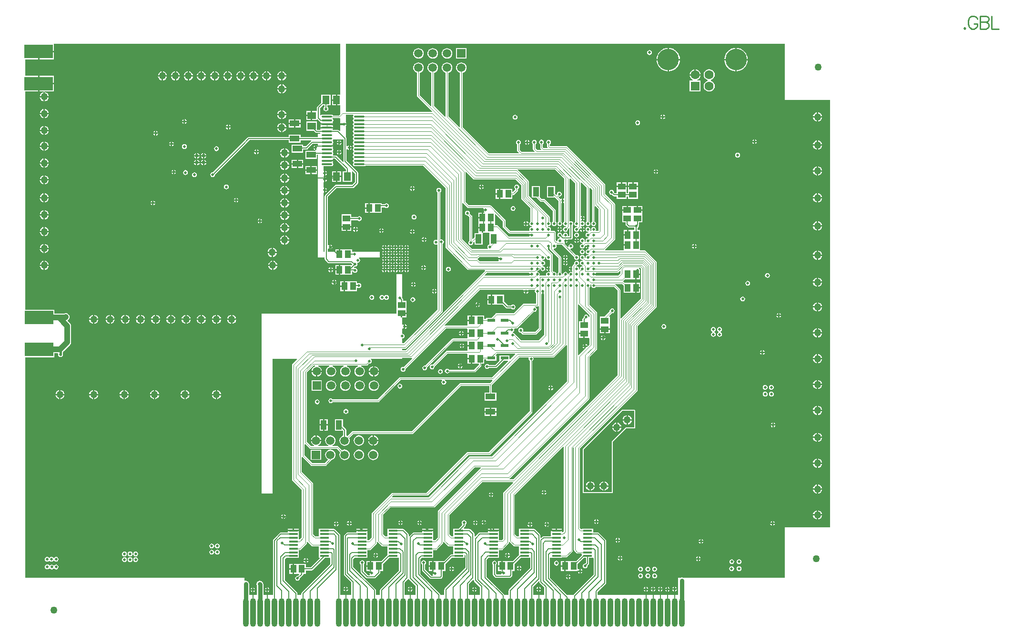
<source format=gbl>
%FSAX25Y25*%
%MOIN*%
G70*
G01*
G75*
G04 Layer_Physical_Order=4*
G04 Layer_Color=16711680*
%ADD10R,0.05118X0.05906*%
%ADD11R,0.10000X0.15000*%
%ADD12O,0.10000X0.15000*%
%ADD13R,0.15000X0.10000*%
%ADD14O,0.15000X0.10000*%
%ADD15R,0.20000X0.09500*%
%ADD16R,0.20000X0.04500*%
%ADD17R,0.04331X0.05512*%
%ADD18R,0.05512X0.04331*%
%ADD19R,0.08661X0.07874*%
%ADD20R,0.04331X0.06693*%
%ADD21R,0.01575X0.08465*%
%ADD22R,0.01575X0.08465*%
%ADD23R,0.06693X0.04331*%
%ADD24R,0.07874X0.08661*%
%ADD25R,0.08000X0.07200*%
%ADD26O,0.06500X0.03000*%
%ADD27R,0.06500X0.03000*%
%ADD28O,0.04000X0.20000*%
%ADD29R,0.01181X0.03169*%
%ADD30R,0.03169X0.01181*%
%ADD31R,0.26378X0.26378*%
%ADD32R,0.06496X0.01181*%
%ADD33R,0.41339X0.33071*%
%ADD34R,0.04134X0.12992*%
%ADD35R,0.33071X0.41339*%
%ADD36R,0.12992X0.04134*%
%ADD37R,0.04331X0.02559*%
%ADD38O,0.07480X0.02362*%
%ADD39C,0.01969*%
%ADD40O,0.02362X0.08661*%
%ADD41R,0.10236X0.05906*%
%ADD42R,0.05100X0.03500*%
%ADD43R,0.05100X0.04700*%
%ADD44R,0.04000X0.16000*%
%ADD45R,0.16000X0.04000*%
%ADD46R,0.05906X0.05118*%
%ADD47O,0.03150X0.00984*%
%ADD48O,0.00984X0.03150*%
%ADD49R,0.10236X0.10236*%
%ADD50C,0.00492*%
%ADD51C,0.03150*%
%ADD52C,0.00787*%
%ADD53C,0.01000*%
%ADD54C,0.01969*%
%ADD55C,0.01181*%
%ADD56C,0.01575*%
%ADD57C,0.02362*%
%ADD58C,0.03937*%
%ADD59C,0.00900*%
%ADD60R,0.05906X0.05906*%
%ADD61C,0.05906*%
%ADD62C,0.05000*%
%ADD63C,0.14961*%
%ADD64C,0.06299*%
%ADD65R,0.06299X0.06299*%
%ADD66C,0.02598*%
%ADD67R,0.05709X0.02165*%
%ADD68O,0.07874X0.01378*%
G36*
X0229389Y0045050D02*
X0229698Y0044844D01*
X0230063Y0044771D01*
X0233461D01*
X0233461Y0044445D01*
X0233461D01*
X0233461Y0044445D01*
D01*
D01*
Y0044445D01*
X0233461D01*
D01*
Y0041886D01*
Y0039327D01*
D01*
X0233461Y0039327D01*
X0233461Y0039327D01*
D01*
D01*
Y0039327D01*
X0233461D01*
D01*
Y0038762D01*
X0229148Y0034449D01*
X0224508D01*
D01*
D01*
X0224508Y0034449D01*
X0224311D01*
Y0034449D01*
X0221957D01*
Y0031003D01*
X0221458D01*
Y0030504D01*
X0218602D01*
Y0027559D01*
X0220753D01*
X0220989Y0027118D01*
X0220865Y0026932D01*
X0220834Y0026779D01*
X0222442D01*
Y0025780D01*
X0220834D01*
X0220865Y0025627D01*
X0221235Y0025073D01*
X0220937Y0024627D01*
X0219749D01*
X0216852Y0027524D01*
Y0032091D01*
X0216954Y0032160D01*
X0217324Y0032713D01*
X0217454Y0033366D01*
X0217324Y0034019D01*
X0216954Y0034572D01*
X0216401Y0034942D01*
X0215748Y0035072D01*
X0215095Y0034942D01*
X0214542Y0034572D01*
X0214172Y0034019D01*
X0214042Y0033366D01*
X0214172Y0032713D01*
X0214542Y0032160D01*
X0214644Y0032091D01*
Y0027067D01*
X0214644Y0027067D01*
X0214644D01*
X0214728Y0026645D01*
X0214967Y0026286D01*
X0218511Y0022743D01*
X0218869Y0022504D01*
X0219291Y0022420D01*
X0224410D01*
X0224832Y0022504D01*
X0225190Y0022743D01*
X0228143Y0025696D01*
X0228382Y0026054D01*
X0228466Y0026476D01*
Y0027559D01*
X0230217D01*
Y0032395D01*
X0234589Y0036768D01*
X0241335D01*
D01*
X0241335D01*
X0241514Y0036588D01*
Y0027819D01*
X0228492Y0014797D01*
X0228253Y0014439D01*
X0228169Y0014017D01*
Y0010925D01*
X0225376D01*
Y0014015D01*
X0225376Y0014015D01*
X0225292Y0014437D01*
X0225053Y0014796D01*
X0225053Y0014796D01*
X0209470Y0030378D01*
Y0035862D01*
X0210497Y0036888D01*
X0211610D01*
Y0036768D01*
X0219484D01*
Y0039327D01*
D01*
Y0039327D01*
X0219484Y0039327D01*
Y0039327D01*
X0219484D01*
X0219484D01*
Y0041886D01*
Y0042212D01*
X0221020D01*
X0221385Y0042285D01*
X0221694Y0042491D01*
X0225773Y0046570D01*
X0225979Y0046879D01*
X0226052Y0047244D01*
X0226052Y0047244D01*
Y0047654D01*
X0226366Y0047864D01*
X0226514Y0047925D01*
X0229389Y0045050D01*
D02*
G37*
G36*
X0293420Y0302082D02*
X0293730Y0301875D01*
X0294094Y0301803D01*
X0322932D01*
X0326999Y0297735D01*
Y0297146D01*
X0326999Y0297146D01*
Y0288386D01*
X0327072Y0288021D01*
X0327279Y0287712D01*
X0333397Y0281593D01*
Y0272045D01*
X0333144Y0271876D01*
X0332774Y0271322D01*
X0332644Y0270669D01*
X0332774Y0270016D01*
X0333144Y0269463D01*
X0333698Y0269093D01*
X0334274Y0268979D01*
Y0268478D01*
X0333636Y0268352D01*
X0333083Y0267982D01*
X0332713Y0267428D01*
X0332583Y0266775D01*
X0332697Y0266202D01*
X0332380Y0265816D01*
X0319489D01*
X0316012Y0269292D01*
Y0272835D01*
X0316012Y0272835D01*
X0315940Y0273200D01*
X0315871Y0273302D01*
X0315733Y0273509D01*
X0315733Y0273509D01*
X0305891Y0283351D01*
X0305581Y0283558D01*
X0305217Y0283630D01*
X0290355D01*
X0287863Y0286123D01*
Y0298622D01*
Y0306986D01*
X0287873Y0306990D01*
X0288406Y0307096D01*
X0293420Y0302082D01*
D02*
G37*
G36*
X0275649Y0045050D02*
X0275958Y0044844D01*
X0276323Y0044771D01*
X0279461D01*
X0279461Y0044445D01*
X0279461D01*
X0279461Y0044445D01*
D01*
D01*
Y0044445D01*
X0279461D01*
D01*
Y0041886D01*
Y0039680D01*
X0279461Y0039680D01*
X0279461D01*
X0279461Y0039327D01*
X0279461Y0039327D01*
D01*
X0279461Y0039151D01*
X0278106D01*
X0277684Y0039067D01*
X0277326Y0038828D01*
X0272947Y0034449D01*
X0268209D01*
D01*
D01*
X0268209Y0034449D01*
X0268012D01*
Y0034449D01*
X0265657D01*
Y0031003D01*
Y0027559D01*
X0265017D01*
X0265329Y0027092D01*
X0264959Y0026539D01*
X0264929Y0026386D01*
X0266536D01*
Y0025386D01*
X0264929D01*
X0264959Y0025233D01*
X0265329Y0024679D01*
X0265031Y0024234D01*
X0264237D01*
X0259765Y0028705D01*
Y0032091D01*
X0259868Y0032160D01*
X0260238Y0032713D01*
X0260367Y0033366D01*
X0260238Y0034019D01*
X0259868Y0034572D01*
X0259314Y0034942D01*
X0258661Y0035072D01*
X0258009Y0034942D01*
X0257455Y0034572D01*
X0257085Y0034019D01*
X0256955Y0033366D01*
X0257085Y0032713D01*
X0257455Y0032160D01*
X0257558Y0032091D01*
Y0028248D01*
X0257642Y0027826D01*
X0257881Y0027468D01*
X0262999Y0022349D01*
X0263357Y0022110D01*
X0263779Y0022026D01*
X0270472D01*
X0270895Y0022110D01*
X0271253Y0022349D01*
X0271253Y0022349D01*
X0271253Y0022349D01*
X0271844Y0022940D01*
X0272083Y0023298D01*
X0272167Y0023720D01*
X0272167Y0023720D01*
X0272167Y0023720D01*
Y0023720D01*
Y0027559D01*
X0273917D01*
Y0032297D01*
X0278563Y0036943D01*
X0279461D01*
Y0036768D01*
X0287335D01*
Y0038797D01*
X0287457Y0038848D01*
X0287873Y0038570D01*
Y0029689D01*
X0273492Y0015309D01*
X0273253Y0014951D01*
X0273169Y0014528D01*
Y0010925D01*
X0270376D01*
Y0010944D01*
X0270292Y0011366D01*
X0270053Y0011725D01*
X0256320Y0025457D01*
Y0035862D01*
X0257226Y0036768D01*
X0257610Y0036768D01*
Y0036768D01*
X0265484D01*
Y0039327D01*
D01*
Y0039327D01*
X0265484Y0039327D01*
Y0039327D01*
X0265484D01*
X0265484D01*
Y0041886D01*
Y0042212D01*
X0267280D01*
X0267644Y0042285D01*
X0267954Y0042491D01*
X0272131Y0046668D01*
X0272131Y0046668D01*
X0272338Y0046978D01*
X0272410Y0047343D01*
Y0047636D01*
X0272872Y0047827D01*
X0275649Y0045050D01*
D02*
G37*
G36*
X0289469Y0197217D02*
Y0194496D01*
X0292324D01*
Y0193496D01*
X0289469D01*
Y0190874D01*
X0289469Y0190874D01*
X0289469D01*
X0289469Y0190551D01*
X0289438Y0190520D01*
X0279232D01*
X0279232Y0190520D01*
X0278868Y0190448D01*
X0278558Y0190241D01*
X0259665Y0171348D01*
X0259449Y0171391D01*
X0258796Y0171261D01*
X0258243Y0170891D01*
X0257873Y0170338D01*
X0257743Y0169685D01*
X0257873Y0169032D01*
X0258243Y0168479D01*
X0258796Y0168109D01*
X0259449Y0167979D01*
X0260102Y0168109D01*
X0260655Y0168479D01*
X0261025Y0169032D01*
X0261155Y0169685D01*
X0261079Y0170065D01*
X0262903Y0171889D01*
X0263289Y0171572D01*
X0262991Y0171125D01*
X0262861Y0170472D01*
X0262991Y0169820D01*
X0263361Y0169266D01*
X0263914Y0168896D01*
X0264567Y0168766D01*
X0265220Y0168896D01*
X0265773Y0169266D01*
X0266143Y0169820D01*
X0266273Y0170472D01*
X0266214Y0170771D01*
X0275296Y0179854D01*
X0289115D01*
X0289469Y0179500D01*
Y0176779D01*
X0292324D01*
Y0176280D01*
X0292823D01*
Y0172835D01*
X0295177D01*
Y0172835D01*
X0295374D01*
X0295531Y0172835D01*
X0295531Y0172835D01*
Y0172835D01*
X0297275D01*
Y0172048D01*
X0293798Y0168571D01*
X0276572D01*
X0276403Y0168824D01*
X0275850Y0169194D01*
X0275197Y0169324D01*
X0274544Y0169194D01*
X0273991Y0168824D01*
X0273621Y0168271D01*
X0273491Y0167618D01*
X0273621Y0166965D01*
X0273991Y0166412D01*
X0274544Y0166042D01*
X0275197Y0165912D01*
X0275850Y0166042D01*
X0276403Y0166412D01*
X0276572Y0166665D01*
X0294193D01*
X0294558Y0166737D01*
X0294867Y0166944D01*
X0294867Y0166944D01*
X0294867Y0166944D01*
X0298903Y0170979D01*
X0298903Y0170979D01*
X0298903Y0170979D01*
X0299109Y0171289D01*
X0299182Y0171653D01*
Y0172835D01*
X0301083D01*
Y0175818D01*
X0302461D01*
Y0174902D01*
X0309547D01*
Y0178445D01*
X0309187D01*
X0308995Y0178907D01*
X0310041Y0179952D01*
X0322636D01*
X0322827Y0179490D01*
X0319261Y0175924D01*
X0318799Y0176116D01*
Y0178445D01*
X0311713D01*
Y0174902D01*
X0311713Y0174902D01*
X0311713D01*
X0311774Y0174753D01*
X0308893Y0171872D01*
X0304424D01*
X0304356Y0171974D01*
X0303802Y0172344D01*
X0303150Y0172474D01*
X0302497Y0172344D01*
X0301943Y0171974D01*
X0301573Y0171421D01*
X0301444Y0170768D01*
X0301573Y0170115D01*
X0301943Y0169561D01*
X0302497Y0169192D01*
X0303150Y0169062D01*
X0303802Y0169192D01*
X0304356Y0169561D01*
X0304424Y0169664D01*
X0309350D01*
X0309773Y0169748D01*
X0310131Y0169987D01*
X0310131Y0169987D01*
X0310131Y0169987D01*
X0315045Y0174902D01*
X0317585D01*
X0317776Y0174440D01*
X0306593Y0163257D01*
X0242421D01*
X0242056Y0163184D01*
X0241747Y0162977D01*
X0226475Y0147705D01*
X0195175D01*
X0195006Y0147958D01*
X0194452Y0148328D01*
X0193799Y0148458D01*
X0193146Y0148328D01*
X0192593Y0147958D01*
X0192223Y0147405D01*
X0192093Y0146752D01*
X0192223Y0146099D01*
X0192593Y0145546D01*
X0193146Y0145176D01*
X0193799Y0145046D01*
X0194452Y0145176D01*
X0195006Y0145546D01*
X0195175Y0145799D01*
X0226870D01*
X0227235Y0145871D01*
X0227544Y0146078D01*
X0242816Y0161350D01*
X0271361D01*
X0271378Y0161325D01*
X0271601Y0160909D01*
X0271258Y0160397D01*
X0271129Y0159744D01*
X0271258Y0159091D01*
X0271628Y0158538D01*
X0272182Y0158168D01*
X0272835Y0158038D01*
X0273487Y0158168D01*
X0274041Y0158538D01*
X0274411Y0159091D01*
X0274541Y0159744D01*
X0274411Y0160397D01*
X0274041Y0160950D01*
X0273487Y0161320D01*
X0273487Y0161320D01*
X0273487D01*
Y0161320D01*
X0273490Y0161350D01*
X0306592D01*
X0306784Y0160888D01*
X0305018Y0159123D01*
X0284252D01*
X0283887Y0159050D01*
X0283578Y0158843D01*
X0283371Y0158534D01*
X0283339Y0158373D01*
X0250427Y0125461D01*
X0209055D01*
X0209055Y0125461D01*
X0208690Y0125389D01*
X0208381Y0125182D01*
X0205321Y0122122D01*
X0205301Y0122138D01*
X0204569Y0122441D01*
Y0126260D01*
X0204484Y0126682D01*
X0204245Y0127040D01*
X0202264Y0129022D01*
Y0133858D01*
X0196555D01*
Y0125787D01*
X0202264D01*
D01*
D01*
D01*
D01*
X0202264Y0125787D01*
X0202264Y0125787D01*
Y0125787D01*
X0202361Y0125690D01*
Y0122441D01*
X0201628Y0122138D01*
X0200867Y0121554D01*
X0200284Y0120793D01*
X0199917Y0119907D01*
X0199791Y0118957D01*
X0199917Y0118006D01*
X0200284Y0117120D01*
X0200867Y0116359D01*
X0201628Y0115776D01*
X0202514Y0115409D01*
X0203465Y0115284D01*
X0204415Y0115409D01*
X0205301Y0115776D01*
X0206062Y0116359D01*
X0206646Y0117120D01*
X0207013Y0118006D01*
X0207138Y0118957D01*
X0207013Y0119907D01*
X0206658Y0120763D01*
X0209450Y0123555D01*
X0250822D01*
X0251187Y0123627D01*
X0251496Y0123834D01*
X0251496Y0123834D01*
X0251496Y0123834D01*
X0284879Y0157216D01*
X0304558D01*
Y0152559D01*
X0301476D01*
Y0146850D01*
X0309547D01*
Y0152559D01*
X0306465D01*
Y0157873D01*
X0325887Y0177295D01*
X0332125D01*
X0332361Y0176854D01*
X0332282Y0176735D01*
X0332152Y0176083D01*
X0332282Y0175430D01*
X0332652Y0174876D01*
X0332905Y0174707D01*
Y0139568D01*
X0304133Y0110796D01*
X0289469D01*
X0289104Y0110723D01*
X0288794Y0110517D01*
X0260530Y0082253D01*
X0236910D01*
X0236545Y0082180D01*
X0236235Y0081973D01*
X0223162Y0068900D01*
X0223162Y0068900D01*
X0222554Y0068292D01*
X0222348Y0067983D01*
X0222275Y0067618D01*
Y0051084D01*
X0220428Y0049237D01*
X0219484D01*
X0219484Y0049563D01*
D01*
Y0049563D01*
X0219484D01*
X0219484D01*
Y0052122D01*
Y0054327D01*
X0219484Y0054327D01*
D01*
D01*
X0219484Y0054681D01*
D01*
Y0054681D01*
X0219484Y0054681D01*
X0219484Y0055035D01*
X0219484Y0055035D01*
X0219484D01*
Y0055461D01*
X0211610D01*
Y0055035D01*
X0211610Y0055035D01*
X0211610D01*
X0211610Y0054681D01*
X0211610Y0054681D01*
D01*
X0211610Y0054549D01*
X0205315D01*
X0204892Y0054465D01*
X0204534Y0054225D01*
X0203255Y0052946D01*
X0203016Y0052588D01*
X0202931Y0052165D01*
Y0025197D01*
X0202931Y0025197D01*
X0202931D01*
X0203016Y0024774D01*
X0203255Y0024416D01*
X0208169Y0019503D01*
Y0010925D01*
X0200317D01*
Y0052559D01*
X0200233Y0052982D01*
X0199993Y0053340D01*
X0196647Y0056686D01*
X0196289Y0056925D01*
X0195866Y0057009D01*
X0193335D01*
Y0057240D01*
X0185461D01*
Y0054681D01*
D01*
X0185461Y0054681D01*
X0185461Y0054681D01*
D01*
D01*
Y0054681D01*
X0185461D01*
D01*
Y0052122D01*
Y0051796D01*
X0182919D01*
X0181367Y0053348D01*
Y0064370D01*
Y0067618D01*
Y0088779D01*
X0181294Y0089144D01*
X0181088Y0089454D01*
X0173394Y0097147D01*
X0173428Y0107224D01*
X0173708Y0107411D01*
X0173856Y0107473D01*
X0179838Y0101491D01*
X0179838Y0101491D01*
X0180147Y0101285D01*
X0180512Y0101212D01*
X0189862D01*
X0190227Y0101285D01*
X0190536Y0101491D01*
X0194139Y0105094D01*
X0194139Y0105094D01*
X0194277Y0105300D01*
X0194343Y0105399D01*
X0194415Y0105409D01*
X0195301Y0105776D01*
X0196062Y0106359D01*
X0196646Y0107120D01*
X0197013Y0108006D01*
X0197138Y0108957D01*
X0197013Y0109907D01*
X0196646Y0110793D01*
X0196062Y0111554D01*
X0195301Y0112138D01*
X0194415Y0112505D01*
X0193465Y0112630D01*
X0192514Y0112505D01*
X0191628Y0112138D01*
X0190867Y0111554D01*
X0190284Y0110793D01*
X0189917Y0109907D01*
X0189791Y0108957D01*
X0189917Y0108006D01*
X0190284Y0107120D01*
X0190867Y0106359D01*
X0191608Y0105791D01*
X0191641Y0105292D01*
X0189467Y0103119D01*
X0180907D01*
X0175461Y0108564D01*
Y0116140D01*
X0175923Y0116331D01*
X0178735Y0113519D01*
X0178735Y0113519D01*
X0179045Y0113312D01*
X0179409Y0113240D01*
X0197833D01*
X0200282Y0110791D01*
X0199917Y0109907D01*
X0199791Y0108957D01*
X0199917Y0108006D01*
X0200284Y0107120D01*
X0200867Y0106359D01*
X0201628Y0105776D01*
X0202514Y0105409D01*
X0203465Y0105283D01*
X0204415Y0105409D01*
X0205301Y0105776D01*
X0206062Y0106359D01*
X0206646Y0107120D01*
X0207013Y0108006D01*
X0207138Y0108957D01*
X0207013Y0109907D01*
X0206646Y0110793D01*
X0206062Y0111554D01*
X0205301Y0112138D01*
X0204415Y0112505D01*
X0203465Y0112630D01*
X0202514Y0112505D01*
X0201631Y0112139D01*
X0198902Y0114867D01*
X0198593Y0115074D01*
X0198228Y0115146D01*
X0195063D01*
X0194966Y0115637D01*
X0195301Y0115776D01*
X0196062Y0116359D01*
X0196646Y0117120D01*
X0197013Y0118006D01*
X0197138Y0118957D01*
X0197013Y0119907D01*
X0196646Y0120793D01*
X0196062Y0121554D01*
X0195301Y0122138D01*
X0194415Y0122505D01*
X0193465Y0122630D01*
X0192514Y0122505D01*
X0191628Y0122138D01*
X0190867Y0121554D01*
X0190284Y0120793D01*
X0189917Y0119907D01*
X0189791Y0118957D01*
X0189917Y0118006D01*
X0190284Y0117120D01*
X0190867Y0116359D01*
X0191628Y0115776D01*
X0191964Y0115637D01*
X0191866Y0115146D01*
X0185063D01*
X0184966Y0115637D01*
X0185301Y0115776D01*
X0186062Y0116359D01*
X0186646Y0117120D01*
X0187013Y0118006D01*
X0187072Y0118457D01*
X0179857D01*
X0179917Y0118006D01*
X0180283Y0117120D01*
X0180867Y0116359D01*
X0181628Y0115776D01*
X0181964Y0115637D01*
X0181866Y0115146D01*
X0179804D01*
X0176938Y0118013D01*
Y0166578D01*
X0181749Y0171389D01*
X0182735D01*
X0182833Y0170899D01*
X0182022Y0170563D01*
X0181261Y0169979D01*
X0180677Y0169219D01*
X0180310Y0168333D01*
X0180251Y0167882D01*
X0187466D01*
X0187406Y0168333D01*
X0187039Y0169219D01*
X0186456Y0169979D01*
X0185695Y0170563D01*
X0184884Y0170899D01*
X0184982Y0171389D01*
X0192735D01*
X0192833Y0170899D01*
X0192022Y0170563D01*
X0191261Y0169979D01*
X0190677Y0169219D01*
X0190310Y0168333D01*
X0190185Y0167382D01*
X0190310Y0166431D01*
X0190677Y0165545D01*
X0191261Y0164785D01*
X0192022Y0164201D01*
X0192908Y0163834D01*
X0193858Y0163709D01*
X0194809Y0163834D01*
X0195695Y0164201D01*
X0196456Y0164785D01*
X0197039Y0165545D01*
X0197406Y0166431D01*
X0197531Y0167382D01*
X0197406Y0168333D01*
X0197039Y0169219D01*
X0196456Y0169979D01*
X0195695Y0170563D01*
X0194884Y0170899D01*
X0194982Y0171389D01*
X0202735D01*
X0202833Y0170899D01*
X0202022Y0170563D01*
X0201261Y0169979D01*
X0200677Y0169219D01*
X0200310Y0168333D01*
X0200185Y0167382D01*
X0200310Y0166431D01*
X0200677Y0165545D01*
X0201261Y0164785D01*
X0202022Y0164201D01*
X0202908Y0163834D01*
X0203858Y0163709D01*
X0204809Y0163834D01*
X0205695Y0164201D01*
X0206456Y0164785D01*
X0207039Y0165545D01*
X0207406Y0166431D01*
X0207531Y0167382D01*
X0207406Y0168333D01*
X0207039Y0169219D01*
X0206456Y0169979D01*
X0205695Y0170563D01*
X0204884Y0170899D01*
X0204982Y0171389D01*
X0212735D01*
X0212832Y0170899D01*
X0212022Y0170563D01*
X0211261Y0169979D01*
X0210677Y0169219D01*
X0210310Y0168333D01*
X0210185Y0167382D01*
X0210310Y0166431D01*
X0210677Y0165545D01*
X0211261Y0164785D01*
X0212022Y0164201D01*
X0212908Y0163834D01*
X0213858Y0163709D01*
X0214809Y0163834D01*
X0215695Y0164201D01*
X0216456Y0164785D01*
X0217039Y0165545D01*
X0217406Y0166431D01*
X0217531Y0167382D01*
X0217406Y0168333D01*
X0217039Y0169219D01*
X0216456Y0169979D01*
X0215695Y0170563D01*
X0214884Y0170899D01*
X0214982Y0171389D01*
X0218898D01*
X0219263Y0171462D01*
X0219572Y0171668D01*
X0219778Y0171978D01*
X0219794Y0172056D01*
X0220562Y0172823D01*
X0220669Y0172802D01*
X0221322Y0172932D01*
X0221876Y0173301D01*
X0222245Y0173855D01*
X0222375Y0174508D01*
X0222245Y0175161D01*
X0221876Y0175714D01*
X0221322Y0176084D01*
X0220669Y0176214D01*
X0220735Y0176279D01*
X0243701D01*
Y0176803D01*
X0250000D01*
X0250337Y0176869D01*
X0250572Y0176429D01*
X0244606Y0170462D01*
X0244291Y0170525D01*
X0243638Y0170395D01*
X0243085Y0170025D01*
X0242715Y0169472D01*
X0242585Y0168819D01*
X0242715Y0168166D01*
X0243085Y0167613D01*
X0243638Y0167243D01*
X0244291Y0167113D01*
X0244944Y0167243D01*
X0245498Y0167613D01*
X0245867Y0168166D01*
X0245997Y0168819D01*
X0245941Y0169101D01*
X0274411Y0197570D01*
X0289115D01*
X0289469Y0197217D01*
D02*
G37*
G36*
X0314106Y0272440D02*
Y0268898D01*
X0314178Y0268533D01*
X0314385Y0268224D01*
X0314385Y0268224D01*
X0314385Y0268224D01*
Y0268224D01*
X0318420Y0264188D01*
X0318420Y0264188D01*
X0318730Y0263981D01*
X0319094Y0263909D01*
X0332490D01*
X0332713Y0263491D01*
X0332683Y0263338D01*
X0334290D01*
Y0262338D01*
X0332683D01*
X0332697Y0262265D01*
X0332380Y0261879D01*
X0318308D01*
X0310714Y0269473D01*
X0310404Y0269680D01*
X0310039Y0269753D01*
X0308563D01*
Y0271457D01*
D01*
Y0271457D01*
X0308563Y0271457D01*
Y0271654D01*
X0308563D01*
Y0277329D01*
X0309025Y0277520D01*
X0314106Y0272440D01*
D02*
G37*
G36*
X0321613Y0045050D02*
Y0045050D01*
D01*
Y0045050D01*
X0321613D01*
X0321613Y0045050D01*
X0321613D01*
D01*
D01*
D01*
D01*
X0321613D01*
X0321613Y0045050D01*
Y0045050D01*
X0321613Y0045050D01*
Y0045050D01*
X0321922Y0044844D01*
X0322287Y0044771D01*
X0325461D01*
X0325461Y0044445D01*
X0325461D01*
X0325461Y0044445D01*
D01*
D01*
Y0044445D01*
X0325461D01*
D01*
Y0041886D01*
Y0039327D01*
D01*
X0325461Y0039327D01*
X0325461Y0039327D01*
D01*
D01*
Y0039327D01*
X0325461D01*
D01*
Y0038636D01*
X0321273Y0034449D01*
X0316634D01*
D01*
D01*
X0316634Y0034449D01*
X0316437D01*
Y0034449D01*
X0314083D01*
Y0031003D01*
X0313584D01*
Y0030504D01*
X0310728D01*
Y0027559D01*
X0312879D01*
X0313115Y0027118D01*
X0312991Y0026932D01*
X0312960Y0026779D01*
X0314568D01*
Y0025780D01*
X0312960D01*
X0312991Y0025627D01*
X0313101Y0025462D01*
X0312865Y0025021D01*
X0309906D01*
X0309372Y0025556D01*
Y0031698D01*
X0309474Y0031766D01*
X0309844Y0032320D01*
X0309974Y0032972D01*
X0309844Y0033625D01*
X0309474Y0034179D01*
X0308921Y0034549D01*
X0308268Y0034678D01*
X0307615Y0034549D01*
X0307061Y0034179D01*
X0306692Y0033625D01*
X0306562Y0032972D01*
X0306692Y0032320D01*
X0307061Y0031766D01*
X0307164Y0031698D01*
Y0025098D01*
X0307248Y0024676D01*
X0307487Y0024318D01*
X0308668Y0023137D01*
X0309026Y0022897D01*
X0309449Y0022813D01*
X0318898D01*
X0319320Y0022897D01*
X0319678Y0023137D01*
X0319678Y0023137D01*
X0319678Y0023137D01*
X0320466Y0023924D01*
X0320705Y0024282D01*
X0320789Y0024705D01*
X0320789Y0024705D01*
X0320789Y0024705D01*
Y0024705D01*
Y0027559D01*
X0322342D01*
Y0032395D01*
X0326715Y0036768D01*
X0333335D01*
D01*
X0333335D01*
X0333345Y0036757D01*
Y0029493D01*
X0318492Y0014640D01*
X0318253Y0014281D01*
X0318169Y0013859D01*
Y0010925D01*
X0315179D01*
X0315053Y0011114D01*
X0302777Y0023390D01*
Y0035370D01*
X0304175Y0036768D01*
X0311484D01*
Y0039327D01*
D01*
Y0039327D01*
X0311484Y0039327D01*
Y0039327D01*
X0311484D01*
X0311484D01*
Y0041886D01*
Y0042212D01*
X0313244D01*
X0313609Y0042285D01*
X0313918Y0042491D01*
X0313918Y0042491D01*
X0313918Y0042491D01*
X0318095Y0046668D01*
X0318095Y0046668D01*
X0318095Y0046668D01*
X0318302Y0046978D01*
X0318375Y0047343D01*
Y0047636D01*
X0318837Y0047827D01*
X0321613Y0045050D01*
D02*
G37*
G36*
X0336613Y0224177D02*
X0336613Y0224177D01*
X0336613Y0224177D01*
X0336483Y0223524D01*
X0336613Y0222871D01*
X0336983Y0222317D01*
X0337236Y0222148D01*
Y0214831D01*
X0328740D01*
X0328740Y0214831D01*
X0328375Y0214759D01*
X0328273Y0214690D01*
X0328066Y0214552D01*
X0328066Y0214552D01*
X0321554Y0208040D01*
X0309547D01*
X0309182Y0207967D01*
X0308873Y0207761D01*
X0305935Y0204823D01*
X0302461D01*
Y0204103D01*
X0301083D01*
Y0206496D01*
X0295531D01*
X0295531Y0206496D01*
Y0206496D01*
X0295374Y0206496D01*
X0295276D01*
X0295177D01*
X0295020Y0206496D01*
X0295020Y0206496D01*
Y0206496D01*
X0292823D01*
Y0203050D01*
X0292324D01*
Y0202551D01*
X0289469D01*
Y0199831D01*
X0289469Y0199830D01*
X0289469D01*
X0289469Y0199606D01*
X0289339Y0199477D01*
X0274016D01*
X0273679Y0199410D01*
X0273443Y0199851D01*
X0298131Y0224539D01*
X0328417D01*
X0328734Y0224152D01*
X0328708Y0224024D01*
X0331922D01*
X0331891Y0224177D01*
X0332085Y0224539D01*
X0336221D01*
X0336221D01*
X0336585Y0224611D01*
X0336585Y0224611D01*
X0336613Y0224177D01*
D02*
G37*
G36*
X0361487Y0302421D02*
X0364795Y0299113D01*
Y0288189D01*
Y0287697D01*
Y0272143D01*
X0364542Y0271974D01*
X0364172Y0271421D01*
X0364042Y0270768D01*
X0364172Y0270115D01*
X0364542Y0269561D01*
X0365095Y0269192D01*
X0365748Y0269062D01*
X0366005Y0269113D01*
X0366105Y0268927D01*
X0365807Y0268525D01*
X0365748Y0268537D01*
X0365095Y0268407D01*
X0364542Y0268037D01*
X0364172Y0267484D01*
X0364042Y0266831D01*
X0364172Y0266178D01*
X0364542Y0265624D01*
X0365095Y0265255D01*
X0365748Y0265125D01*
X0366401Y0265255D01*
X0366954Y0265624D01*
X0367324Y0266178D01*
X0367454Y0266831D01*
X0367442Y0266890D01*
X0367844Y0267188D01*
X0368030Y0267088D01*
X0368078Y0267331D01*
X0369185D01*
Y0268437D01*
X0369032Y0268407D01*
X0369032Y0268407D01*
X0369032Y0268407D01*
X0368597Y0268434D01*
D01*
X0368670Y0268799D01*
Y0268869D01*
X0369056Y0269187D01*
X0369685Y0269062D01*
X0370338Y0269192D01*
X0370891Y0269561D01*
X0371261Y0270115D01*
X0371391Y0270768D01*
X0371261Y0271421D01*
X0370891Y0271974D01*
X0370338Y0272344D01*
X0369685Y0272474D01*
X0369056Y0272349D01*
X0368670Y0272666D01*
Y0272807D01*
X0369056Y0273124D01*
X0369185Y0273098D01*
Y0274704D01*
Y0276311D01*
X0369056Y0276286D01*
X0368670Y0276603D01*
Y0287840D01*
Y0299309D01*
X0369132Y0299500D01*
X0372669Y0295963D01*
Y0290650D01*
Y0289665D01*
Y0272143D01*
X0372416Y0271974D01*
X0372046Y0271421D01*
X0371916Y0270768D01*
X0372046Y0270115D01*
X0372416Y0269561D01*
X0372969Y0269192D01*
X0373622Y0269062D01*
X0374275Y0269192D01*
X0374828Y0269561D01*
X0375198Y0270115D01*
X0375328Y0270768D01*
X0375198Y0271421D01*
X0374828Y0271974D01*
X0374575Y0272143D01*
Y0289665D01*
Y0290650D01*
X0374575Y0290650D01*
X0374575Y0290650D01*
Y0290650D01*
Y0295962D01*
X0375037Y0296154D01*
X0376606Y0294585D01*
Y0288244D01*
Y0287795D01*
Y0282776D01*
Y0282480D01*
Y0272143D01*
X0376353Y0271974D01*
X0375983Y0271421D01*
X0375853Y0270768D01*
X0375983Y0270115D01*
X0376353Y0269561D01*
X0376906Y0269192D01*
X0377559Y0269062D01*
X0378212Y0269192D01*
X0378765Y0269561D01*
X0379135Y0270115D01*
X0379265Y0270768D01*
X0379135Y0271421D01*
X0378765Y0271974D01*
X0378512Y0272143D01*
Y0282480D01*
Y0282773D01*
X0378974Y0282965D01*
X0381133Y0280806D01*
Y0265848D01*
X0381101Y0265816D01*
X0379457D01*
X0379140Y0266202D01*
X0379265Y0266831D01*
X0379135Y0267484D01*
X0378765Y0268037D01*
X0378212Y0268407D01*
X0377559Y0268537D01*
X0376906Y0268407D01*
X0376353Y0268037D01*
X0375983Y0267484D01*
X0375853Y0266831D01*
X0375978Y0266202D01*
X0375685Y0265845D01*
X0375455Y0265920D01*
X0375202Y0266114D01*
X0375198Y0266178D01*
X0375198Y0266178D01*
X0375198Y0266178D01*
X0375328Y0266831D01*
X0375198Y0267484D01*
X0374828Y0268037D01*
X0374275Y0268407D01*
X0373622Y0268537D01*
X0372969Y0268407D01*
X0372416Y0268037D01*
X0372046Y0267484D01*
X0371916Y0266831D01*
X0372046Y0266178D01*
X0372416Y0265624D01*
X0372969Y0265254D01*
X0373622Y0265125D01*
X0373879Y0265176D01*
X0373979Y0264990D01*
X0373681Y0264588D01*
X0373622Y0264600D01*
X0372969Y0264470D01*
X0372416Y0264100D01*
X0372046Y0263546D01*
X0371916Y0262894D01*
X0372046Y0262241D01*
X0372416Y0261687D01*
X0372969Y0261317D01*
X0373622Y0261188D01*
X0374002Y0261263D01*
X0374131Y0261022D01*
X0373833Y0260621D01*
X0373622Y0260663D01*
X0372969Y0260533D01*
X0372416Y0260163D01*
X0372046Y0259610D01*
X0371916Y0258957D01*
X0372041Y0258328D01*
X0371748Y0257971D01*
X0371518Y0258046D01*
X0371265Y0258240D01*
X0371261Y0258304D01*
X0371261Y0258304D01*
D01*
X0371261Y0258304D01*
X0371391Y0258957D01*
X0371261Y0259610D01*
X0370891Y0260163D01*
X0370338Y0260533D01*
X0369685Y0260663D01*
X0369032Y0260533D01*
X0368479Y0260163D01*
X0368109Y0259610D01*
X0367979Y0258957D01*
X0368109Y0258304D01*
X0368479Y0257750D01*
X0369032Y0257381D01*
X0369685Y0257251D01*
X0369942Y0257302D01*
X0370042Y0257116D01*
X0369744Y0256714D01*
X0369685Y0256726D01*
X0369032Y0256596D01*
X0368479Y0256226D01*
X0368109Y0255673D01*
X0367979Y0255020D01*
X0368109Y0254367D01*
X0368479Y0253813D01*
X0369032Y0253444D01*
X0369685Y0253314D01*
X0370338Y0253444D01*
X0370891Y0253813D01*
X0371261Y0254367D01*
X0371391Y0255020D01*
X0371379Y0255079D01*
X0371781Y0255377D01*
X0371967Y0255277D01*
X0372015Y0255520D01*
X0373623D01*
Y0255021D01*
X0374122D01*
Y0253413D01*
X0373879Y0253365D01*
X0373979Y0253179D01*
X0373681Y0252777D01*
X0373622Y0252789D01*
X0372969Y0252659D01*
X0372416Y0252289D01*
X0372046Y0251735D01*
X0371916Y0251083D01*
X0372046Y0250430D01*
X0372416Y0249876D01*
X0372969Y0249506D01*
X0373622Y0249377D01*
X0373879Y0249428D01*
X0373979Y0249242D01*
X0373681Y0248840D01*
X0373622Y0248852D01*
X0372969Y0248722D01*
X0372416Y0248352D01*
X0372046Y0247798D01*
X0371916Y0247146D01*
X0371967Y0246888D01*
X0371781Y0246789D01*
X0371379Y0247087D01*
X0371391Y0247146D01*
X0371261Y0247798D01*
X0370891Y0248352D01*
X0370338Y0248722D01*
X0369685Y0248852D01*
X0369032Y0248722D01*
X0368479Y0248352D01*
X0368109Y0247798D01*
X0367979Y0247146D01*
X0368109Y0246493D01*
X0368479Y0245939D01*
X0369032Y0245569D01*
X0369685Y0245440D01*
X0369744Y0245451D01*
X0370042Y0245050D01*
X0369942Y0244864D01*
X0369685Y0244915D01*
X0369032Y0244785D01*
X0368479Y0244415D01*
X0368109Y0243862D01*
X0367979Y0243209D01*
X0368109Y0242556D01*
X0368479Y0242002D01*
X0369032Y0241633D01*
X0369685Y0241503D01*
X0369744Y0241514D01*
X0370042Y0241113D01*
X0369942Y0240927D01*
X0369685Y0240978D01*
X0369032Y0240848D01*
X0368479Y0240478D01*
X0368109Y0239925D01*
X0367979Y0239272D01*
X0367991Y0239213D01*
X0367589Y0238915D01*
X0367403Y0239014D01*
X0367454Y0239272D01*
X0367324Y0239925D01*
X0366954Y0240478D01*
X0366401Y0240848D01*
X0365748Y0240978D01*
X0365491Y0240927D01*
X0365391Y0241113D01*
X0365689Y0241514D01*
X0365748Y0241503D01*
X0366401Y0241633D01*
X0366954Y0242002D01*
X0367324Y0242556D01*
X0367454Y0243209D01*
X0367324Y0243862D01*
X0366954Y0244415D01*
X0366401Y0244785D01*
X0365748Y0244915D01*
X0365095Y0244785D01*
X0364542Y0244415D01*
X0364172Y0243862D01*
X0364042Y0243209D01*
X0364101Y0242910D01*
X0363105Y0241914D01*
X0362899Y0241605D01*
X0362826Y0241240D01*
Y0241170D01*
X0362440Y0240853D01*
X0362311Y0240878D01*
Y0239271D01*
Y0237665D01*
X0362440Y0237691D01*
X0362607Y0237553D01*
Y0237053D01*
X0362440Y0236916D01*
X0361811Y0237041D01*
X0361158Y0236911D01*
X0360605Y0236541D01*
X0360235Y0235987D01*
X0360105Y0235335D01*
X0360117Y0235276D01*
X0359715Y0234978D01*
X0359529Y0235077D01*
X0359580Y0235335D01*
X0359450Y0235987D01*
X0359080Y0236541D01*
X0358527Y0236911D01*
X0357874Y0237041D01*
X0357221Y0236911D01*
X0356668Y0236541D01*
X0356298Y0235987D01*
X0356168Y0235335D01*
X0356180Y0235276D01*
X0355778Y0234978D01*
X0355592Y0235077D01*
X0355643Y0235335D01*
X0355513Y0235987D01*
X0355143Y0236541D01*
X0354890Y0236710D01*
Y0247244D01*
X0354890Y0247244D01*
X0354830Y0247548D01*
X0354818Y0247609D01*
X0354611Y0247918D01*
X0349630Y0252899D01*
X0349866Y0253340D01*
X0350000Y0253314D01*
X0350653Y0253444D01*
X0351206Y0253813D01*
X0351576Y0254367D01*
X0351706Y0255020D01*
X0351576Y0255673D01*
X0351576Y0255673D01*
X0351576Y0255673D01*
X0351604Y0256107D01*
D01*
X0351604Y0256107D01*
X0351969Y0256035D01*
X0355511D01*
X0364101Y0247444D01*
X0364042Y0247146D01*
X0364172Y0246493D01*
X0364542Y0245939D01*
X0365095Y0245569D01*
X0365748Y0245440D01*
X0366401Y0245569D01*
X0366954Y0245939D01*
X0367324Y0246493D01*
X0367454Y0247146D01*
X0367324Y0247798D01*
X0366954Y0248352D01*
X0366401Y0248722D01*
X0365748Y0248852D01*
X0365450Y0248792D01*
X0361318Y0252924D01*
X0361554Y0253365D01*
X0361811Y0253314D01*
X0362464Y0253444D01*
X0363017Y0253813D01*
X0363387Y0254367D01*
X0363517Y0255020D01*
X0363387Y0255673D01*
X0363017Y0256226D01*
X0362464Y0256596D01*
X0361811Y0256726D01*
X0361158Y0256596D01*
X0360605Y0256226D01*
X0360235Y0255673D01*
X0360105Y0255020D01*
X0360156Y0254762D01*
X0359715Y0254527D01*
X0357381Y0256861D01*
X0357617Y0257302D01*
X0357374Y0257350D01*
Y0258958D01*
X0357873D01*
Y0259457D01*
X0359481D01*
X0359450Y0259610D01*
X0359563Y0259821D01*
X0361811D01*
X0362233Y0259905D01*
X0362592Y0260145D01*
X0362831Y0260503D01*
X0362915Y0260925D01*
Y0269493D01*
X0363017Y0269561D01*
X0363387Y0270115D01*
X0363517Y0270768D01*
X0363387Y0271421D01*
X0363017Y0271974D01*
X0362464Y0272344D01*
X0361811Y0272474D01*
X0361182Y0272349D01*
X0360796Y0272666D01*
Y0291929D01*
Y0302165D01*
X0361182Y0302482D01*
X0361487Y0302421D01*
D02*
G37*
G36*
X0363810Y0113876D02*
Y0104429D01*
Y0104232D01*
X0363810Y0104232D01*
X0363810D01*
Y0065158D01*
Y0063287D01*
Y0042323D01*
X0363883Y0041958D01*
X0364090Y0041649D01*
X0364090Y0041649D01*
X0364090Y0041649D01*
X0365806Y0039932D01*
X0366115Y0039726D01*
X0366480Y0039653D01*
X0366480Y0039653D01*
X0369107D01*
X0369461Y0039299D01*
Y0038541D01*
X0365368Y0034449D01*
X0360885D01*
X0360885Y0034449D01*
Y0034449D01*
X0360728Y0034449D01*
X0360630D01*
X0360531D01*
X0360375Y0034449D01*
X0360375Y0034449D01*
Y0034449D01*
X0358177D01*
Y0031003D01*
Y0027559D01*
X0360531D01*
Y0027559D01*
X0360728D01*
X0360885Y0027559D01*
X0360885Y0027559D01*
Y0027559D01*
X0366323D01*
X0366404Y0027461D01*
X0366424Y0027559D01*
X0366437D01*
Y0027627D01*
X0366504Y0027961D01*
X0367610D01*
Y0029067D01*
X0367457Y0029037D01*
X0366904Y0028667D01*
X0366437Y0028979D01*
Y0032395D01*
X0370809Y0036768D01*
X0372294D01*
Y0033205D01*
X0371774Y0032686D01*
X0371654Y0032710D01*
X0371001Y0032580D01*
X0370447Y0032210D01*
X0370077Y0031657D01*
X0369948Y0031004D01*
X0370077Y0030351D01*
X0370447Y0029798D01*
X0371001Y0029428D01*
X0371654Y0029298D01*
X0372306Y0029428D01*
X0372860Y0029798D01*
X0373230Y0030351D01*
X0373359Y0031004D01*
X0373336Y0031125D01*
X0374178Y0031967D01*
X0374417Y0032326D01*
X0374501Y0032748D01*
X0374501Y0032748D01*
X0374501Y0032748D01*
Y0032748D01*
Y0036768D01*
X0377184D01*
X0377538Y0036414D01*
Y0024965D01*
X0363498Y0010925D01*
X0359042D01*
X0347167Y0022800D01*
Y0036768D01*
X0347610D01*
Y0036768D01*
X0355484D01*
Y0037094D01*
X0358323D01*
X0358688Y0037166D01*
X0358997Y0037373D01*
X0358997Y0037373D01*
X0358997Y0037373D01*
X0362879Y0041255D01*
X0362879Y0041255D01*
X0362879Y0041255D01*
X0363086Y0041564D01*
X0363158Y0041929D01*
Y0063518D01*
Y0113696D01*
X0363574Y0113974D01*
X0363810Y0113876D01*
D02*
G37*
G36*
X0180472Y0045050D02*
X0180781Y0044844D01*
X0181146Y0044771D01*
X0185461D01*
X0185461Y0044445D01*
X0185461D01*
X0185461Y0044445D01*
D01*
D01*
Y0044445D01*
X0185461D01*
D01*
Y0041886D01*
Y0039680D01*
X0185461Y0039680D01*
X0185461D01*
X0185461Y0039327D01*
X0185461Y0039327D01*
D01*
D01*
Y0039327D01*
X0185461D01*
D01*
Y0036768D01*
X0185904D01*
X0186095Y0036306D01*
X0179929Y0030139D01*
X0176279D01*
Y0032480D01*
X0170728D01*
X0170728Y0032480D01*
Y0032480D01*
X0170571Y0032480D01*
X0170472D01*
X0170374D01*
X0170217Y0032480D01*
X0170217Y0032480D01*
Y0032480D01*
X0168020D01*
Y0029034D01*
Y0025591D01*
X0170374D01*
Y0025591D01*
X0170571D01*
X0170728Y0025591D01*
X0170728Y0025591D01*
Y0025591D01*
X0171506D01*
X0171697Y0025129D01*
X0170593Y0024024D01*
X0170472Y0024048D01*
X0169820Y0023919D01*
X0169266Y0023549D01*
X0168896Y0022995D01*
X0168766Y0022343D01*
X0168896Y0021690D01*
X0169266Y0021136D01*
X0169820Y0020766D01*
X0170472Y0020637D01*
X0171125Y0020766D01*
X0171679Y0021136D01*
X0172049Y0021690D01*
X0172178Y0022343D01*
X0172154Y0022463D01*
X0174206Y0024515D01*
X0174445Y0024873D01*
X0174529Y0025295D01*
X0174529Y0025295D01*
X0174529Y0025295D01*
Y0025295D01*
Y0025591D01*
X0176279D01*
Y0027931D01*
X0180386D01*
X0180808Y0028016D01*
X0181166Y0028255D01*
X0181166Y0028255D01*
X0181166Y0028255D01*
X0189679Y0036768D01*
X0193129D01*
X0193483Y0036414D01*
Y0032445D01*
X0173492Y0012455D01*
X0173253Y0012096D01*
X0173169Y0011674D01*
Y0010925D01*
X0170297D01*
Y0011909D01*
X0170213Y0012332D01*
X0169974Y0012690D01*
X0169974Y0012690D01*
X0161537Y0021127D01*
Y0035960D01*
X0162520Y0036943D01*
X0163610D01*
Y0036768D01*
X0171484D01*
Y0039327D01*
D01*
Y0039327D01*
X0171484Y0039327D01*
Y0039327D01*
X0171484D01*
X0171484D01*
Y0041886D01*
Y0042212D01*
X0172102D01*
X0172467Y0042285D01*
X0172776Y0042491D01*
X0172776Y0042491D01*
X0172776Y0042491D01*
X0176855Y0046570D01*
X0177062Y0046879D01*
X0177135Y0047244D01*
X0177135Y0047244D01*
Y0047654D01*
X0177449Y0047864D01*
X0177596Y0047925D01*
X0180472Y0045050D01*
D02*
G37*
G36*
X0332671Y0235963D02*
X0332645Y0235835D01*
X0334253D01*
Y0234835D01*
X0332645D01*
X0332671Y0234706D01*
X0332354Y0234319D01*
X0301479D01*
X0301287Y0234782D01*
X0302855Y0236350D01*
X0332354D01*
X0332671Y0235963D01*
D02*
G37*
G36*
X0346563Y0253413D02*
X0346716Y0253444D01*
X0347078Y0253250D01*
Y0253150D01*
X0347151Y0252785D01*
X0347357Y0252476D01*
X0352984Y0246849D01*
Y0236710D01*
X0352731Y0236541D01*
X0352361Y0235987D01*
X0352231Y0235335D01*
X0352356Y0234706D01*
X0352219Y0234539D01*
X0351718D01*
X0351581Y0234706D01*
X0351706Y0235335D01*
X0351576Y0235987D01*
X0351206Y0236541D01*
X0350653Y0236911D01*
X0350000Y0237041D01*
X0349702Y0236981D01*
X0348985Y0237698D01*
Y0249114D01*
X0348985Y0249114D01*
X0348912Y0249479D01*
X0348844Y0249582D01*
X0348706Y0249788D01*
X0348706Y0249788D01*
X0345570Y0252924D01*
X0345806Y0253365D01*
X0345563Y0253413D01*
Y0255021D01*
X0346563D01*
Y0253413D01*
D02*
G37*
G36*
X0374637Y0206874D02*
Y0205499D01*
X0374140Y0205450D01*
X0374017Y0206066D01*
X0373647Y0206620D01*
X0373094Y0206990D01*
X0372441Y0207119D01*
X0371788Y0206990D01*
X0371235Y0206620D01*
X0370865Y0206066D01*
X0370735Y0205413D01*
X0370759Y0205293D01*
X0370086Y0204619D01*
X0369846Y0204261D01*
X0369762Y0203839D01*
Y0202559D01*
X0367421D01*
Y0197007D01*
X0367421Y0197007D01*
X0367421D01*
X0367421Y0196850D01*
Y0196653D01*
D01*
D01*
D01*
D01*
X0367421D01*
Y0194299D01*
X0370867D01*
Y0193800D01*
X0371366D01*
Y0190945D01*
X0374284D01*
X0374637Y0190591D01*
Y0186123D01*
X0373750Y0185236D01*
X0373272Y0185381D01*
X0373360Y0184941D01*
X0373336Y0184822D01*
X0372955Y0184441D01*
X0372153D01*
Y0183640D01*
X0371772Y0183258D01*
X0371654Y0183235D01*
X0371213Y0183322D01*
X0371358Y0182844D01*
X0367163Y0178649D01*
X0366701Y0178841D01*
Y0212836D01*
Y0214156D01*
X0367163Y0214348D01*
X0374637Y0206874D01*
D02*
G37*
G36*
X0344369Y0247205D02*
X0344357Y0247146D01*
X0344487Y0246493D01*
X0344857Y0245939D01*
X0345410Y0245569D01*
X0346063Y0245440D01*
X0346692Y0245565D01*
X0347078Y0245248D01*
Y0241170D01*
X0346692Y0240853D01*
X0346563Y0240878D01*
Y0239271D01*
Y0237665D01*
X0346692Y0237691D01*
X0347048Y0237398D01*
X0346895Y0236922D01*
X0346716Y0236911D01*
X0346716Y0236911D01*
X0346716Y0236911D01*
X0346063Y0237041D01*
X0345410Y0236911D01*
X0344857Y0236541D01*
X0344487Y0235987D01*
X0344357Y0235335D01*
X0344482Y0234706D01*
X0344165Y0234319D01*
X0340158D01*
X0339769Y0234618D01*
X0339765Y0234682D01*
X0339765Y0234682D01*
X0339765Y0234682D01*
X0339895Y0235335D01*
X0339765Y0235987D01*
X0339395Y0236541D01*
X0338842Y0236911D01*
X0338189Y0237041D01*
X0337932Y0236989D01*
X0337832Y0237176D01*
X0338130Y0237577D01*
X0338189Y0237566D01*
X0338842Y0237696D01*
X0339395Y0238065D01*
X0339765Y0238619D01*
X0339895Y0239272D01*
X0339844Y0239529D01*
X0340030Y0239628D01*
X0340432Y0239331D01*
X0340420Y0239272D01*
X0340550Y0238619D01*
X0340920Y0238065D01*
X0341473Y0237696D01*
X0342126Y0237566D01*
X0342779Y0237696D01*
X0343332Y0238065D01*
X0343702Y0238619D01*
X0343832Y0239272D01*
X0343702Y0239925D01*
X0343332Y0240478D01*
X0342779Y0240848D01*
X0342126Y0240978D01*
X0342067Y0240966D01*
X0341769Y0241368D01*
X0341869Y0241554D01*
X0342126Y0241503D01*
X0342779Y0241633D01*
X0343332Y0242002D01*
X0343702Y0242556D01*
X0343832Y0243209D01*
X0343702Y0243862D01*
X0343332Y0244415D01*
X0342779Y0244785D01*
X0342126Y0244915D01*
X0342067Y0244903D01*
X0341769Y0245305D01*
X0341869Y0245491D01*
X0342126Y0245440D01*
X0342779Y0245569D01*
X0343332Y0245939D01*
X0343702Y0246493D01*
X0343832Y0247146D01*
X0343781Y0247403D01*
X0343967Y0247502D01*
X0344369Y0247205D01*
D02*
G37*
G36*
X0410759Y0239369D02*
Y0218407D01*
X0396691Y0204338D01*
X0396229Y0204530D01*
Y0224508D01*
X0396156Y0224873D01*
X0395950Y0225182D01*
X0392997Y0228135D01*
X0392704Y0228331D01*
Y0228331D01*
X0392704D01*
X0392688Y0228341D01*
X0392822Y0228476D01*
X0397538D01*
X0398524Y0227490D01*
Y0222441D01*
X0404232D01*
X0404232Y0222441D01*
Y0222441D01*
X0404232D01*
X0404429D01*
X0404586Y0222441D01*
X0404586Y0222441D01*
Y0222441D01*
X0406783D01*
Y0225885D01*
Y0229331D01*
X0404586D01*
X0404586Y0229331D01*
Y0229331D01*
X0404429Y0229331D01*
X0404331D01*
X0404232D01*
X0404076Y0229331D01*
X0404076Y0229331D01*
Y0229331D01*
X0399380D01*
X0398607Y0230103D01*
X0398298Y0230310D01*
X0398232Y0230323D01*
X0398312Y0230724D01*
X0398312Y0230724D01*
X0399478Y0231890D01*
X0404232D01*
X0404232Y0231890D01*
Y0231890D01*
X0404232D01*
X0404429D01*
X0404586Y0231890D01*
X0404586Y0231890D01*
Y0231890D01*
X0406783D01*
Y0235336D01*
X0407282D01*
Y0235835D01*
X0410138D01*
Y0238779D01*
X0409820D01*
X0409474Y0239297D01*
X0409298Y0239415D01*
X0409443Y0239893D01*
X0410235D01*
X0410759Y0239369D01*
D02*
G37*
G36*
X0311068Y0246932D02*
X0311022Y0246864D01*
X0310992Y0246711D01*
X0312599D01*
Y0245711D01*
X0310992D01*
X0311022Y0245558D01*
X0311392Y0245004D01*
X0311092Y0244556D01*
X0298033D01*
X0296737Y0245851D01*
X0296444Y0246047D01*
Y0246047D01*
X0296444D01*
X0296428Y0246058D01*
X0296412Y0246064D01*
X0296428Y0246265D01*
X0296737Y0246472D01*
X0297639Y0247373D01*
X0310833D01*
X0311068Y0246932D01*
D02*
G37*
G36*
X0286235Y0285054D02*
X0286235Y0285054D01*
X0286235Y0285054D01*
X0289286Y0282003D01*
X0289596Y0281796D01*
X0289961Y0281724D01*
X0300498D01*
X0300734Y0281283D01*
X0300589Y0281066D01*
X0300559Y0280913D01*
X0302166D01*
Y0279913D01*
X0300559D01*
X0300589Y0279761D01*
X0300959Y0279207D01*
X0301236Y0279022D01*
X0301091Y0278543D01*
X0300303D01*
Y0275097D01*
X0299804D01*
Y0274598D01*
X0296949D01*
Y0271810D01*
X0296949Y0271810D01*
X0296949D01*
X0296949Y0271654D01*
Y0271457D01*
D01*
D01*
D01*
D01*
X0296949D01*
Y0268512D01*
X0299804D01*
Y0268013D01*
X0300303D01*
Y0264567D01*
X0302658D01*
Y0264567D01*
X0302854D01*
X0303011Y0264567D01*
X0303011Y0264567D01*
Y0264567D01*
X0304823D01*
Y0264173D01*
X0304823D01*
Y0256214D01*
X0304268Y0256104D01*
X0303715Y0255734D01*
X0303345Y0255180D01*
X0303215Y0254528D01*
X0303345Y0253875D01*
X0303556Y0253560D01*
X0303320Y0253119D01*
X0292816D01*
X0285697Y0260237D01*
Y0284998D01*
X0286176Y0285143D01*
X0286235Y0285054D01*
D02*
G37*
G36*
X0204211Y0308893D02*
Y0307480D01*
X0202067D01*
Y0300197D01*
X0208563D01*
Y0307333D01*
X0209025Y0307524D01*
X0210707Y0305842D01*
Y0300063D01*
X0208696Y0298053D01*
X0197343D01*
X0196920Y0297969D01*
X0196562Y0297729D01*
X0189771Y0290938D01*
X0189531Y0290580D01*
X0189447Y0290158D01*
Y0251083D01*
X0188583D01*
Y0292446D01*
X0188969Y0292763D01*
X0188870Y0292783D01*
Y0294389D01*
Y0295996D01*
X0188969Y0296016D01*
X0188583Y0296333D01*
Y0299946D01*
X0188969Y0300263D01*
X0188969Y0300263D01*
Y0301869D01*
Y0303477D01*
X0188969Y0303477D01*
X0188583Y0303794D01*
Y0304277D01*
X0188969Y0304594D01*
X0188969Y0304594D01*
Y0306200D01*
Y0307807D01*
X0188969Y0307808D01*
X0188583Y0308125D01*
Y0310997D01*
X0194193D01*
X0194731Y0311104D01*
X0195186Y0311408D01*
X0195491Y0311864D01*
X0195598Y0312402D01*
X0195491Y0312939D01*
X0195186Y0313395D01*
X0195132Y0313431D01*
Y0313931D01*
X0195186Y0313967D01*
X0195491Y0314423D01*
X0195498Y0314461D01*
X0190944D01*
Y0315461D01*
X0195498D01*
X0195491Y0315498D01*
X0195186Y0315954D01*
X0195021Y0316065D01*
X0195372Y0316416D01*
X0196688D01*
X0204211Y0308893D01*
D02*
G37*
G36*
X0358889Y0185529D02*
Y0171791D01*
X0358889Y0171791D01*
X0358889D01*
Y0171358D01*
Y0160139D01*
X0306495Y0107745D01*
X0291142D01*
X0291142Y0107745D01*
X0290777Y0107672D01*
X0290674Y0107604D01*
X0290468Y0107466D01*
X0290468Y0107465D01*
X0262204Y0079201D01*
X0236813D01*
X0236622Y0079663D01*
X0237304Y0080346D01*
X0260925D01*
X0261290Y0080418D01*
X0261599Y0080625D01*
X0289863Y0108889D01*
X0304528D01*
X0304892Y0108962D01*
X0305202Y0109168D01*
X0334532Y0138499D01*
X0334739Y0138808D01*
X0334812Y0139173D01*
Y0174707D01*
X0335065Y0174876D01*
X0335434Y0175430D01*
X0335564Y0176083D01*
X0335434Y0176735D01*
X0335065Y0177289D01*
X0335065D01*
Y0177289D01*
Y0177289D01*
X0335066Y0177293D01*
X0335066Y0177295D01*
X0349606D01*
X0349971Y0177367D01*
X0350280Y0177574D01*
X0358427Y0185721D01*
X0358889Y0185529D01*
D02*
G37*
G36*
X0396488Y0237749D02*
Y0236222D01*
X0394585Y0234319D01*
X0379457D01*
X0379140Y0234706D01*
X0379166Y0234835D01*
X0377558D01*
Y0235835D01*
X0379166D01*
X0379135Y0235987D01*
X0379329Y0236350D01*
X0394040D01*
X0394405Y0236422D01*
X0394714Y0236629D01*
X0394714Y0236629D01*
X0394714Y0236629D01*
X0396026Y0237941D01*
X0396488Y0237749D01*
D02*
G37*
G36*
X0289469Y0185835D02*
X0292324D01*
Y0184835D01*
X0289469D01*
Y0181890D01*
D01*
Y0181890D01*
X0289339Y0181760D01*
X0274902D01*
X0274537Y0181688D01*
X0274227Y0181481D01*
X0264865Y0172119D01*
X0264567Y0172178D01*
X0263914Y0172049D01*
X0263468Y0171750D01*
X0263150Y0172137D01*
X0279627Y0188614D01*
X0289469D01*
Y0185835D01*
D02*
G37*
G36*
X0339743Y0020304D02*
Y0019882D01*
X0339743Y0019882D01*
X0339743D01*
X0339827Y0019459D01*
X0340066Y0019101D01*
X0343169Y0015999D01*
Y0010925D01*
X0335376D01*
Y0016591D01*
X0339281Y0020495D01*
X0339743Y0020304D01*
D02*
G37*
G36*
X0356921Y0302361D02*
Y0291929D01*
Y0290945D01*
Y0288808D01*
X0356534Y0288490D01*
X0356405Y0288516D01*
Y0286908D01*
Y0285303D01*
X0356534Y0285329D01*
X0356921Y0285011D01*
Y0272143D01*
X0356668Y0271974D01*
X0356298Y0271421D01*
X0356168Y0270768D01*
X0356298Y0270115D01*
X0356668Y0269561D01*
X0357221Y0269192D01*
X0357874Y0269062D01*
X0358131Y0269113D01*
X0358231Y0268927D01*
X0357933Y0268525D01*
X0357874Y0268537D01*
X0357221Y0268407D01*
X0356668Y0268037D01*
X0356298Y0267484D01*
X0356168Y0266831D01*
X0356298Y0266178D01*
X0356668Y0265624D01*
X0357221Y0265255D01*
X0357874Y0265125D01*
X0358527Y0265255D01*
X0359080Y0265624D01*
X0359450Y0266178D01*
X0359580Y0266831D01*
X0359521Y0267129D01*
X0360245Y0267854D01*
X0360707Y0267662D01*
Y0262029D01*
X0359802D01*
X0359485Y0262416D01*
X0359580Y0262894D01*
X0359450Y0263547D01*
X0359080Y0264100D01*
X0358527Y0264470D01*
X0357874Y0264600D01*
X0357221Y0264470D01*
X0356668Y0264100D01*
X0356298Y0263547D01*
X0356168Y0262894D01*
D01*
D01*
D01*
X0356168Y0262894D01*
X0356168Y0262894D01*
D01*
X0356210Y0262182D01*
X0355619Y0262773D01*
X0355643Y0262894D01*
X0355513Y0263547D01*
X0355143Y0264100D01*
X0354590Y0264470D01*
X0353937Y0264600D01*
X0353284Y0264470D01*
X0352731Y0264100D01*
X0352361Y0263547D01*
X0352231Y0262894D01*
X0352361Y0262241D01*
X0352731Y0261687D01*
X0353284Y0261317D01*
X0353937Y0261188D01*
X0354058Y0261212D01*
X0354656Y0260613D01*
X0353937Y0260663D01*
D01*
X0353937Y0260663D01*
Y0260663D01*
D01*
D01*
D01*
X0353284Y0260533D01*
X0352731Y0260163D01*
X0352361Y0259610D01*
X0352231Y0258957D01*
X0352282Y0258699D01*
X0351841Y0258464D01*
X0350953Y0259352D01*
Y0264862D01*
X0350881Y0265227D01*
X0350674Y0265536D01*
X0350365Y0265743D01*
X0350000Y0265816D01*
X0347961D01*
X0347644Y0266202D01*
X0347769Y0266831D01*
X0347639Y0267484D01*
X0347269Y0268037D01*
X0346716Y0268407D01*
X0346063Y0268537D01*
X0346004Y0268525D01*
X0345706Y0268927D01*
X0345806Y0269113D01*
X0346063Y0269062D01*
X0346716Y0269192D01*
X0347269Y0269561D01*
X0347639Y0270115D01*
X0347769Y0270768D01*
X0347639Y0271421D01*
X0347269Y0271974D01*
X0347016Y0272143D01*
Y0275197D01*
X0347016Y0275197D01*
X0346956Y0275501D01*
X0346944Y0275562D01*
X0346737Y0275871D01*
X0332253Y0290355D01*
Y0300295D01*
X0332180Y0300660D01*
X0331973Y0300969D01*
X0331973Y0300969D01*
X0324198Y0308745D01*
X0324241Y0308889D01*
X0350393D01*
X0356921Y0302361D01*
D02*
G37*
G36*
X0356625Y0114368D02*
Y0055218D01*
X0356089Y0054681D01*
X0355602Y0054681D01*
X0355484Y0054730D01*
X0355484Y0055035D01*
X0355484Y0055035D01*
X0355484D01*
Y0055461D01*
X0347610D01*
Y0055035D01*
X0347610Y0055035D01*
X0347610D01*
X0347610Y0054681D01*
X0347610Y0054681D01*
D01*
D01*
Y0054681D01*
X0347610D01*
D01*
Y0052122D01*
Y0051891D01*
X0342618D01*
X0342196Y0051807D01*
X0341838Y0051568D01*
X0340936Y0050666D01*
X0340474Y0050858D01*
Y0052461D01*
X0340474Y0052461D01*
X0340390Y0052883D01*
X0340151Y0053241D01*
X0336706Y0056686D01*
X0336348Y0056925D01*
X0335925Y0057009D01*
X0333335D01*
Y0057240D01*
X0325461D01*
Y0054681D01*
D01*
X0325461Y0054681D01*
X0325461Y0054681D01*
D01*
D01*
Y0054681D01*
X0325461D01*
D01*
Y0052122D01*
Y0051796D01*
X0324060D01*
X0322509Y0053348D01*
Y0063681D01*
X0322509Y0063681D01*
Y0080904D01*
X0356163Y0114559D01*
X0356625Y0114368D01*
D02*
G37*
G36*
X0375978Y0228089D02*
X0375853Y0227461D01*
X0375983Y0226808D01*
X0376353Y0226254D01*
X0376906Y0225885D01*
X0377559Y0225755D01*
X0378212Y0225885D01*
X0378765Y0226254D01*
X0378934Y0226507D01*
X0391928D01*
X0394322Y0224113D01*
Y0164765D01*
X0367622Y0138064D01*
X0321357Y0091800D01*
X0318989D01*
X0318843Y0092278D01*
X0319080Y0092436D01*
X0319080Y0092436D01*
X0319080Y0092436D01*
X0374296Y0147653D01*
X0374296Y0147653D01*
X0374296Y0147653D01*
X0374503Y0147962D01*
X0374575Y0148327D01*
Y0173070D01*
Y0177066D01*
X0379808Y0182298D01*
X0379808Y0182298D01*
X0379946Y0182505D01*
X0380015Y0182608D01*
X0380087Y0182972D01*
X0380087Y0182973D01*
Y0208351D01*
X0380087Y0208351D01*
X0380015Y0208716D01*
X0379946Y0208819D01*
X0379808Y0209025D01*
X0379808Y0209025D01*
X0374575Y0214258D01*
Y0226085D01*
X0374828Y0226254D01*
X0375198Y0226808D01*
X0375328Y0227461D01*
X0375198Y0228114D01*
X0375198Y0228114D01*
X0375198Y0228114D01*
X0375209Y0228292D01*
X0375685Y0228446D01*
X0375978Y0228089D01*
D02*
G37*
G36*
X0200394Y0361024D02*
X0198335D01*
Y0357381D01*
Y0353740D01*
X0200394D01*
Y0347608D01*
X0199408Y0346623D01*
X0195213D01*
X0195186Y0346663D01*
X0194731Y0346967D01*
X0194193Y0347074D01*
X0187697D01*
X0187159Y0346967D01*
X0186703Y0346663D01*
X0186242Y0346971D01*
Y0351511D01*
X0188471Y0353740D01*
X0189251D01*
Y0352554D01*
X0189148Y0352486D01*
X0188778Y0351932D01*
X0188648Y0351279D01*
X0188778Y0350627D01*
X0189148Y0350073D01*
X0189701Y0349703D01*
X0190354Y0349573D01*
X0191007Y0349703D01*
X0191561Y0350073D01*
X0191930Y0350627D01*
X0192060Y0351279D01*
X0191930Y0351932D01*
X0191561Y0352486D01*
X0191458Y0352554D01*
Y0353740D01*
X0193602D01*
Y0361024D01*
X0187106D01*
Y0355498D01*
X0184357Y0352749D01*
X0184118Y0352391D01*
X0184034Y0351969D01*
Y0349803D01*
X0184034D01*
X0183957D01*
X0183680Y0349803D01*
X0183680Y0349803D01*
Y0349803D01*
X0180815D01*
Y0346554D01*
Y0343307D01*
X0183957D01*
Y0343637D01*
X0184015Y0343676D01*
X0184419Y0343843D01*
X0185932Y0342330D01*
D01*
X0185932D01*
X0185932Y0342330D01*
X0185932Y0342330D01*
X0185932D01*
D01*
X0185932D01*
X0185932Y0342330D01*
Y0342330D01*
X0185932Y0342330D01*
Y0342330D01*
X0186290Y0342090D01*
X0186346Y0342079D01*
X0186703Y0341545D01*
X0186399Y0341089D01*
X0186391Y0341051D01*
X0195498D01*
X0195491Y0341089D01*
X0195186Y0341545D01*
X0195132Y0341581D01*
Y0342081D01*
X0195186Y0342117D01*
X0195491Y0342573D01*
X0195598Y0343110D01*
X0195491Y0343648D01*
X0195186Y0344104D01*
X0195132Y0344140D01*
Y0344640D01*
X0195186Y0344676D01*
X0195213Y0344716D01*
X0199803D01*
X0200007Y0344757D01*
X0200394Y0344439D01*
Y0335876D01*
X0199932Y0335684D01*
X0199501Y0336115D01*
X0199143Y0336354D01*
X0198721Y0336438D01*
X0195209D01*
X0195132Y0336692D01*
Y0336963D01*
X0195186Y0336999D01*
X0195491Y0337455D01*
X0195498Y0337492D01*
X0186391D01*
X0186399Y0337455D01*
X0186703Y0336999D01*
X0186395Y0336537D01*
X0184217D01*
X0183957Y0336797D01*
Y0342323D01*
X0176673D01*
Y0335827D01*
X0181805D01*
X0182979Y0334652D01*
X0183337Y0334413D01*
X0183760Y0334329D01*
X0183760Y0334329D01*
X0186395D01*
X0186481Y0334201D01*
X0186245Y0333760D01*
X0184646D01*
Y0331419D01*
X0172539D01*
Y0333268D01*
X0164469D01*
Y0331517D01*
X0136417D01*
X0135995Y0331433D01*
X0135637Y0331194D01*
X0131109Y0326666D01*
X0111243Y0306800D01*
X0111122Y0306824D01*
X0110469Y0306694D01*
X0109916Y0306324D01*
X0109546Y0305771D01*
X0109416Y0305118D01*
X0109546Y0304465D01*
X0109916Y0303912D01*
X0110469Y0303542D01*
X0111122Y0303412D01*
X0111775Y0303542D01*
X0112328Y0303912D01*
X0112698Y0304465D01*
X0112828Y0305118D01*
X0112804Y0305239D01*
X0132670Y0325105D01*
X0136875Y0329310D01*
X0164469D01*
Y0327559D01*
X0172539D01*
Y0329211D01*
X0179978D01*
X0180123Y0328733D01*
X0179830Y0328537D01*
X0176314Y0325021D01*
X0174508D01*
Y0326181D01*
X0166437D01*
Y0320472D01*
X0174508D01*
Y0322813D01*
X0176772D01*
X0177194Y0322898D01*
X0177552Y0323137D01*
X0181068Y0326652D01*
X0184646D01*
Y0325572D01*
X0184205Y0325336D01*
X0183822Y0325592D01*
X0183669Y0325622D01*
Y0324015D01*
Y0322409D01*
X0183169Y0322309D01*
X0182977Y0322348D01*
X0182928Y0321850D01*
X0175886D01*
Y0316142D01*
X0183957D01*
Y0318975D01*
X0184646D01*
Y0255020D01*
Y0247146D01*
X0189447D01*
Y0246063D01*
X0189531Y0245641D01*
X0189771Y0245282D01*
X0191641Y0243412D01*
X0191999Y0243173D01*
X0192421Y0243089D01*
X0208007D01*
X0208622Y0242474D01*
Y0242190D01*
X0208514Y0241929D01*
X0203011D01*
X0203011Y0241929D01*
Y0241929D01*
X0202854Y0241929D01*
X0202756D01*
X0202658D01*
X0202501Y0241929D01*
X0202501Y0241929D01*
Y0241929D01*
X0200303D01*
Y0238483D01*
Y0235039D01*
X0202658D01*
Y0235039D01*
X0202854D01*
X0203011Y0235039D01*
X0203011Y0235039D01*
Y0235039D01*
X0208563D01*
Y0237380D01*
X0209092D01*
X0209424Y0236884D01*
X0209977Y0236514D01*
X0210630Y0236385D01*
X0211283Y0236514D01*
X0211836Y0236884D01*
X0212206Y0237438D01*
X0212336Y0238090D01*
X0212206Y0238743D01*
X0211836Y0239297D01*
X0211283Y0239667D01*
X0210630Y0239797D01*
X0210147Y0239701D01*
X0209911Y0240142D01*
X0210509Y0240739D01*
X0210630Y0240715D01*
X0211283Y0240845D01*
X0211836Y0241215D01*
X0212206Y0241768D01*
X0212336Y0242421D01*
X0212206Y0243074D01*
X0212203Y0243079D01*
X0212481Y0243495D01*
X0212598Y0243471D01*
X0213251Y0243601D01*
X0213805Y0243971D01*
X0214175Y0244524D01*
X0214304Y0245177D01*
X0214175Y0245830D01*
X0213805Y0246384D01*
X0213380Y0246667D01*
X0213525Y0247146D01*
X0227953D01*
Y0251083D01*
X0210891D01*
X0210889Y0251084D01*
X0210236Y0251214D01*
X0209583Y0251084D01*
X0209581Y0251083D01*
X0208563D01*
Y0252953D01*
X0202854D01*
D01*
D01*
X0202854Y0252953D01*
X0202657D01*
Y0252953D01*
X0200303D01*
Y0249507D01*
X0199303D01*
Y0252953D01*
X0196949D01*
Y0251083D01*
X0191655D01*
Y0253122D01*
X0192101Y0253420D01*
X0192654Y0253050D01*
X0192807Y0253019D01*
Y0254625D01*
Y0256233D01*
X0192654Y0256202D01*
X0192101Y0255832D01*
X0191655Y0256130D01*
Y0289700D01*
X0197800Y0295845D01*
X0209154D01*
X0209576Y0295929D01*
X0209934Y0296168D01*
X0212592Y0298826D01*
X0212831Y0299184D01*
X0212915Y0299606D01*
Y0306299D01*
X0212831Y0306722D01*
X0212592Y0307080D01*
X0204844Y0314827D01*
Y0322910D01*
X0205323Y0323055D01*
X0205487Y0322809D01*
X0206040Y0322440D01*
X0206193Y0322409D01*
Y0324015D01*
Y0325622D01*
X0206040Y0325592D01*
X0205487Y0325222D01*
X0205323Y0324977D01*
X0204844Y0325122D01*
Y0330315D01*
X0204760Y0330737D01*
X0204521Y0331096D01*
X0204331Y0331286D01*
Y0339328D01*
X0204356Y0339345D01*
X0204726Y0339898D01*
X0204756Y0340051D01*
X0203149D01*
Y0341051D01*
X0204756D01*
X0204726Y0341204D01*
X0204356Y0341757D01*
X0204331Y0341774D01*
Y0347078D01*
X0209261D01*
X0209384Y0346893D01*
X0209521Y0346637D01*
X0209233Y0346207D01*
X0209126Y0345669D01*
X0209233Y0345132D01*
X0209538Y0344676D01*
X0209592Y0344640D01*
Y0344140D01*
X0209538Y0344104D01*
X0209233Y0343648D01*
X0209126Y0343110D01*
X0209233Y0342573D01*
X0209538Y0342117D01*
X0209592Y0342081D01*
Y0341581D01*
X0209538Y0341545D01*
X0209233Y0341089D01*
X0209126Y0340551D01*
X0209233Y0340014D01*
X0209538Y0339558D01*
X0209592Y0339522D01*
Y0339022D01*
X0209538Y0338986D01*
X0209233Y0338530D01*
X0209126Y0337992D01*
X0209233Y0337455D01*
X0209538Y0336999D01*
X0209592Y0336963D01*
Y0336463D01*
X0209538Y0336426D01*
X0209233Y0335971D01*
X0209126Y0335433D01*
X0209233Y0334895D01*
X0209538Y0334440D01*
X0209592Y0334403D01*
Y0333904D01*
X0209538Y0333868D01*
X0209233Y0333412D01*
X0209126Y0332874D01*
X0209233Y0332336D01*
X0209538Y0331881D01*
X0209592Y0331844D01*
Y0331345D01*
X0209538Y0331308D01*
X0209233Y0330853D01*
X0209126Y0330315D01*
X0209233Y0329777D01*
X0209538Y0329322D01*
X0209592Y0329285D01*
Y0328785D01*
X0209538Y0328749D01*
X0209233Y0328294D01*
X0209126Y0327756D01*
X0209233Y0327218D01*
X0209538Y0326763D01*
X0209592Y0326726D01*
Y0326226D01*
X0209538Y0326190D01*
X0209233Y0325734D01*
X0209126Y0325197D01*
X0209233Y0324659D01*
X0209538Y0324203D01*
X0209592Y0324167D01*
Y0323667D01*
X0209538Y0323631D01*
X0209233Y0323176D01*
X0209126Y0322638D01*
X0209233Y0322100D01*
X0209538Y0321644D01*
X0209592Y0321608D01*
Y0321108D01*
X0209538Y0321072D01*
X0209233Y0320616D01*
X0209126Y0320079D01*
X0209233Y0319541D01*
X0209538Y0319085D01*
X0209592Y0319049D01*
Y0318549D01*
X0209538Y0318513D01*
X0209233Y0318057D01*
X0209126Y0317520D01*
X0209233Y0316982D01*
X0209538Y0316526D01*
X0209592Y0316490D01*
Y0315990D01*
X0209538Y0315954D01*
X0209233Y0315498D01*
X0209126Y0314961D01*
X0209233Y0314423D01*
X0209538Y0313967D01*
X0209592Y0313931D01*
Y0313431D01*
X0209538Y0313395D01*
X0209233Y0312939D01*
X0209126Y0312402D01*
X0209233Y0311864D01*
X0209538Y0311408D01*
X0209994Y0311104D01*
X0210531Y0310997D01*
X0217028D01*
X0217565Y0311104D01*
X0218021Y0311408D01*
X0218048Y0311448D01*
X0258266D01*
X0274047Y0295668D01*
Y0291285D01*
Y0290845D01*
Y0254331D01*
X0274119Y0253966D01*
X0274326Y0253657D01*
X0274326Y0253657D01*
X0274326Y0253657D01*
X0289385Y0238597D01*
X0289694Y0238391D01*
X0290059Y0238318D01*
X0290059Y0238318D01*
X0301474D01*
X0301666Y0237856D01*
X0245963Y0182154D01*
X0243701D01*
Y0183102D01*
X0245768D01*
X0246133Y0183174D01*
X0246442Y0183381D01*
X0246442Y0183381D01*
X0246442Y0183381D01*
X0271835Y0208775D01*
X0271836Y0208775D01*
X0272042Y0209084D01*
X0272115Y0209449D01*
Y0256696D01*
X0272368Y0256865D01*
X0272738Y0257418D01*
X0272867Y0258071D01*
X0272738Y0258724D01*
X0272368Y0259277D01*
X0271814Y0259647D01*
X0271161Y0259777D01*
X0270665Y0259678D01*
X0270279Y0259995D01*
Y0292764D01*
X0270532Y0292933D01*
X0270902Y0293486D01*
X0271031Y0294139D01*
X0270902Y0294792D01*
X0270532Y0295345D01*
X0269978Y0295715D01*
X0269325Y0295845D01*
X0268673Y0295715D01*
X0268119Y0295345D01*
X0267749Y0294792D01*
X0267619Y0294139D01*
X0267749Y0293486D01*
X0268119Y0292933D01*
X0268372Y0292764D01*
Y0259564D01*
X0267976Y0259352D01*
X0267323Y0259482D01*
X0266670Y0259352D01*
X0266116Y0258982D01*
X0265747Y0258429D01*
X0265617Y0257776D01*
X0265747Y0257123D01*
X0266116Y0256569D01*
X0266670Y0256199D01*
X0267323Y0256070D01*
X0267976Y0256199D01*
X0268372Y0255988D01*
Y0210665D01*
X0244684Y0186977D01*
X0243701D01*
Y0190322D01*
X0244354Y0190451D01*
X0244907Y0190821D01*
X0245277Y0191375D01*
X0245407Y0192028D01*
X0245277Y0192680D01*
X0244907Y0193234D01*
X0244354Y0193604D01*
X0243701Y0193734D01*
Y0197230D01*
X0244142Y0197466D01*
X0244623Y0197144D01*
X0244776Y0197114D01*
Y0198720D01*
Y0200327D01*
X0244623Y0200297D01*
X0244142Y0199975D01*
X0243701Y0200211D01*
Y0205118D01*
X0242807D01*
Y0207973D01*
X0243306D01*
Y0208472D01*
X0246752D01*
Y0210827D01*
D01*
Y0210827D01*
X0246752Y0210827D01*
Y0211024D01*
X0246752D01*
Y0216732D01*
X0244411D01*
Y0217618D01*
X0244327Y0218041D01*
X0244088Y0218399D01*
X0243808Y0218678D01*
X0243832Y0218799D01*
X0243702Y0219452D01*
X0243701Y0219454D01*
Y0235335D01*
X0239764D01*
Y0207776D01*
X0145276D01*
Y0081791D01*
X0153150D01*
Y0176279D01*
X0169947D01*
X0170139Y0175818D01*
X0166944Y0172623D01*
X0166737Y0172314D01*
X0166665Y0171949D01*
Y0091437D01*
X0166737Y0091072D01*
X0166944Y0090763D01*
X0173358Y0084349D01*
Y0067618D01*
Y0066963D01*
Y0051084D01*
X0171946Y0049672D01*
X0171484Y0049864D01*
Y0052122D01*
Y0054327D01*
X0171484Y0054327D01*
D01*
D01*
X0171484Y0054681D01*
D01*
Y0054681D01*
X0171484Y0054681D01*
X0171484Y0055035D01*
X0171484Y0055035D01*
X0171484D01*
Y0055461D01*
X0163610D01*
Y0055035D01*
X0163610Y0055035D01*
X0163610D01*
X0163610Y0054681D01*
X0163610Y0054681D01*
D01*
X0163610Y0054505D01*
X0158815D01*
X0158393Y0054421D01*
X0158034Y0054182D01*
X0153612Y0049759D01*
X0153550Y0049698D01*
X0153311Y0049340D01*
X0153227Y0048917D01*
Y0025886D01*
Y0010925D01*
X0146581D01*
Y0018228D01*
X0146405Y0019111D01*
X0145905Y0019860D01*
X0145727Y0020038D01*
X0144978Y0020538D01*
X0144095Y0020714D01*
X0143211Y0020538D01*
X0142462Y0020038D01*
X0141962Y0019289D01*
X0141786Y0018406D01*
X0141962Y0017522D01*
X0141964Y0017519D01*
Y0010925D01*
X0136581D01*
Y0018385D01*
X0136405Y0019268D01*
X0135905Y0020017D01*
X0135884Y0020038D01*
X0135135Y0020538D01*
X0134252Y0020714D01*
X0133851Y0020634D01*
X0133465Y0020951D01*
Y0022736D01*
X-0020079D01*
Y0177218D01*
X0000492D01*
Y0179977D01*
X0002716D01*
X0002928Y0179836D01*
X0003129Y0179591D01*
X0003018Y0179035D01*
X0003148Y0178383D01*
X0003518Y0177829D01*
X0004072Y0177459D01*
X0004724Y0177329D01*
X0005377Y0177459D01*
X0005931Y0177829D01*
X0006301Y0178383D01*
X0006430Y0179035D01*
X0006301Y0179688D01*
X0006230Y0179794D01*
Y0180704D01*
X0006305Y0180762D01*
X0006620Y0181077D01*
X0006791Y0181300D01*
X0007013Y0181471D01*
X0011344Y0185801D01*
X0011770Y0186357D01*
X0011927Y0186735D01*
X0012038Y0187003D01*
X0012084Y0187350D01*
X0012129Y0187697D01*
X0012129Y0187697D01*
Y0199114D01*
X0012038Y0199808D01*
X0011770Y0200454D01*
X0011344Y0201009D01*
X0011344Y0201009D01*
X0009711Y0202642D01*
X0009744Y0203141D01*
X0009927Y0203282D01*
X0010163Y0203518D01*
X0010589Y0204073D01*
X0010857Y0204720D01*
X0010948Y0205413D01*
X0010857Y0206107D01*
X0010589Y0206754D01*
X0010163Y0207309D01*
X0009608Y0207735D01*
X0008962Y0208002D01*
X0008268Y0208094D01*
X0007574Y0208002D01*
X0007224Y0207858D01*
X0000492D01*
Y0210616D01*
X-0020079D01*
Y0363439D01*
X-0011091D01*
Y0368877D01*
Y0374317D01*
X-0020079D01*
Y0385959D01*
X-0011091D01*
Y0391399D01*
X-0010592D01*
Y0391898D01*
X0000098D01*
Y0396752D01*
X0200394D01*
Y0361024D01*
D02*
G37*
G36*
X0342626Y0221917D02*
X0342755Y0221943D01*
X0343141Y0221625D01*
Y0193013D01*
X0339369Y0189241D01*
X0326871D01*
X0322721Y0193391D01*
X0322547Y0193507D01*
X0322269Y0193923D01*
X0321716Y0194293D01*
X0321063Y0194423D01*
X0321022Y0194628D01*
X0321125Y0194782D01*
D01*
X0321679Y0195152D01*
X0322049Y0195705D01*
X0322179Y0196358D01*
X0322049Y0197011D01*
X0322242Y0197373D01*
X0323819D01*
X0324184Y0197446D01*
X0324493Y0197653D01*
X0324493Y0197653D01*
X0324493Y0197653D01*
X0335922Y0209082D01*
X0336221Y0209022D01*
X0336873Y0209152D01*
X0337427Y0209522D01*
X0337797Y0210075D01*
X0337927Y0210728D01*
X0337797Y0211381D01*
X0337427Y0211935D01*
X0336873Y0212304D01*
X0336257Y0212427D01*
X0336306Y0212925D01*
X0338189D01*
X0338554Y0212997D01*
X0338763Y0213137D01*
X0339204Y0212901D01*
Y0197639D01*
X0336613Y0195048D01*
X0328840D01*
X0328271Y0195617D01*
X0328379Y0196161D01*
X0328249Y0196814D01*
X0327880Y0197368D01*
X0327326Y0197738D01*
X0326673Y0197867D01*
X0326020Y0197738D01*
X0325467Y0197368D01*
X0325097Y0196814D01*
X0324967Y0196161D01*
X0325097Y0195509D01*
X0325467Y0194955D01*
X0326020Y0194585D01*
X0326673Y0194455D01*
X0326725Y0194466D01*
X0327771Y0193420D01*
X0327771D01*
X0327771Y0193420D01*
X0327771D01*
X0327771Y0193420D01*
Y0193420D01*
X0327771Y0193420D01*
Y0193420D01*
X0328080Y0193214D01*
X0328445Y0193141D01*
X0337008D01*
X0337373Y0193214D01*
X0337682Y0193420D01*
X0340832Y0196570D01*
X0341038Y0196879D01*
X0341111Y0197244D01*
Y0221625D01*
X0341497Y0221943D01*
X0341626Y0221917D01*
Y0223525D01*
X0342626D01*
Y0221917D01*
D02*
G37*
G36*
X0321252Y0089431D02*
X0314680Y0082859D01*
X0314474Y0082550D01*
X0314401Y0082185D01*
Y0050100D01*
X0313581Y0049280D01*
X0311484D01*
X0311484Y0049563D01*
D01*
Y0049563D01*
X0311484D01*
X0311484D01*
Y0052122D01*
Y0054327D01*
X0311484Y0054327D01*
D01*
D01*
X0311484Y0054681D01*
D01*
Y0054681D01*
X0311484Y0054681D01*
X0311484Y0055035D01*
X0311484Y0055035D01*
X0311484D01*
Y0055461D01*
X0303610D01*
Y0055035D01*
X0303610Y0055035D01*
X0303610D01*
X0303610Y0054681D01*
X0303610Y0054681D01*
D01*
X0303610Y0054450D01*
X0297933D01*
X0297511Y0054366D01*
X0297152Y0054127D01*
X0294676Y0051651D01*
X0294214Y0051842D01*
Y0053543D01*
X0294214Y0053543D01*
X0294130Y0053966D01*
X0293891Y0054324D01*
X0293891Y0054324D01*
X0291529Y0056686D01*
X0291171Y0056925D01*
X0290748Y0057009D01*
X0287335D01*
Y0057240D01*
X0286892D01*
X0286700Y0057702D01*
X0287788Y0058790D01*
X0288028Y0059148D01*
X0288112Y0059571D01*
X0288112Y0059571D01*
Y0060044D01*
X0288214Y0060113D01*
X0288584Y0060666D01*
X0288714Y0061319D01*
X0288584Y0061972D01*
X0288214Y0062525D01*
X0287661Y0062895D01*
X0287008Y0063025D01*
X0286355Y0062895D01*
X0285802Y0062525D01*
X0285432Y0061972D01*
X0285302Y0061319D01*
X0285432Y0060666D01*
X0285802Y0060113D01*
X0285425Y0059549D01*
X0283116Y0057240D01*
X0279461D01*
Y0054681D01*
D01*
X0279461Y0054681D01*
X0279461Y0054681D01*
D01*
D01*
Y0054681D01*
X0279461D01*
D01*
Y0052122D01*
Y0051796D01*
X0278096D01*
X0276544Y0053348D01*
Y0066830D01*
X0299607Y0089893D01*
X0321061D01*
X0321252Y0089431D01*
D02*
G37*
G36*
X0511417Y0357382D02*
X0542913D01*
Y0058169D01*
X0511417D01*
Y0022736D01*
X0440499D01*
X0440253Y0022900D01*
X0439370Y0023076D01*
X0438487Y0022900D01*
X0438241Y0022736D01*
X0436614D01*
Y0010925D01*
X0380376D01*
Y0012870D01*
X0386017Y0018511D01*
X0386256Y0018869D01*
X0386340Y0019291D01*
Y0048720D01*
X0386256Y0049143D01*
X0386017Y0049501D01*
X0381391Y0054127D01*
X0381033Y0054366D01*
X0380610Y0054450D01*
X0377335D01*
X0377335Y0054681D01*
D01*
Y0054681D01*
X0377335D01*
X0377335D01*
Y0057240D01*
X0369461D01*
Y0056914D01*
X0368844D01*
X0368079Y0057678D01*
Y0113286D01*
X0408154Y0153361D01*
X0408154Y0153361D01*
X0408154Y0153361D01*
X0408361Y0153671D01*
X0408434Y0154035D01*
Y0199113D01*
X0421343Y0212023D01*
X0421343Y0212023D01*
X0421550Y0212332D01*
X0421623Y0212697D01*
Y0243657D01*
X0421550Y0244022D01*
X0421343Y0244331D01*
X0413918Y0251757D01*
X0413609Y0251963D01*
X0413244Y0252036D01*
X0410138D01*
Y0252036D01*
Y0252362D01*
X0410138Y0252390D01*
X0410138Y0252390D01*
X0410138D01*
Y0259252D01*
D01*
Y0259252D01*
X0410138Y0259252D01*
Y0259449D01*
X0410138D01*
Y0266339D01*
X0408387D01*
Y0267787D01*
X0408687Y0267987D01*
X0409057Y0268540D01*
X0409186Y0269193D01*
X0409154Y0269357D01*
X0409288Y0269558D01*
X0409372Y0269980D01*
X0409372Y0269980D01*
Y0271654D01*
X0411713D01*
Y0277205D01*
X0411713Y0277205D01*
D01*
D01*
X0411713Y0277362D01*
Y0277390D01*
Y0277461D01*
X0411713Y0277559D01*
D01*
X0411713Y0277716D01*
X0411713Y0277716D01*
X0411713D01*
Y0279913D01*
X0408267D01*
Y0280412D01*
X0407768D01*
Y0283268D01*
X0404980D01*
X0404980Y0283268D01*
Y0283268D01*
X0404823Y0283268D01*
X0404724D01*
X0404626Y0283268D01*
X0404469Y0283268D01*
X0404469Y0283268D01*
Y0283268D01*
X0401681D01*
Y0280412D01*
X0401182D01*
Y0279913D01*
X0397736D01*
Y0277716D01*
X0397736Y0277716D01*
X0397736D01*
X0397736Y0277559D01*
Y0277362D01*
D01*
D01*
D01*
D01*
X0397736D01*
Y0271654D01*
X0400077D01*
Y0270374D01*
X0400161Y0269952D01*
X0400400Y0269593D01*
X0401582Y0268412D01*
X0401940Y0268173D01*
X0402362Y0268089D01*
X0406180D01*
Y0266339D01*
X0404586D01*
X0404586Y0266339D01*
Y0266339D01*
X0404429Y0266339D01*
X0404331D01*
X0404232D01*
X0404076Y0266339D01*
X0404076Y0266339D01*
Y0266339D01*
X0401878D01*
Y0262893D01*
X0401379D01*
Y0262394D01*
X0398524D01*
Y0259606D01*
X0398524Y0259606D01*
X0398524D01*
X0398524Y0259449D01*
Y0259252D01*
D01*
D01*
D01*
D01*
X0398524D01*
Y0256307D01*
X0401379D01*
Y0255307D01*
X0398524D01*
Y0252390D01*
X0398524Y0252390D01*
X0398524D01*
X0398524Y0252362D01*
X0398197Y0252036D01*
X0385829D01*
X0385638Y0252498D01*
X0392505Y0259365D01*
X0392711Y0259675D01*
X0392784Y0260039D01*
Y0284252D01*
X0392711Y0284617D01*
X0392505Y0284926D01*
X0385796Y0291635D01*
Y0298031D01*
X0385723Y0298396D01*
X0385517Y0298706D01*
X0385517Y0298706D01*
X0359434Y0324788D01*
X0359125Y0324995D01*
X0358760Y0325067D01*
X0347147D01*
X0347075Y0325139D01*
Y0326538D01*
X0347328Y0326707D01*
X0347698Y0327260D01*
X0347828Y0327913D01*
X0347698Y0328566D01*
X0347328Y0329120D01*
X0346775Y0329489D01*
X0346122Y0329619D01*
X0345469Y0329489D01*
X0344916Y0329120D01*
X0344546Y0328566D01*
X0344416Y0327913D01*
X0344546Y0327260D01*
X0344916Y0326707D01*
X0345169Y0326538D01*
Y0324744D01*
X0345241Y0324379D01*
X0345407Y0324131D01*
X0345172Y0323690D01*
X0342816D01*
X0342095Y0324411D01*
Y0326571D01*
X0342328Y0326727D01*
X0342698Y0327280D01*
X0342828Y0327933D01*
X0342698Y0328586D01*
X0342328Y0329139D01*
X0341775Y0329509D01*
X0341122Y0329639D01*
X0340469Y0329509D01*
X0339916Y0329139D01*
X0339546Y0328586D01*
X0339416Y0327933D01*
X0339546Y0327280D01*
X0339916Y0326727D01*
X0340188Y0326544D01*
Y0324016D01*
X0340261Y0323651D01*
X0340468Y0323342D01*
X0340937Y0322872D01*
X0340746Y0322410D01*
X0338190D01*
X0337075Y0323525D01*
Y0326479D01*
X0337328Y0326648D01*
X0337698Y0327202D01*
X0337828Y0327854D01*
X0337698Y0328507D01*
X0337328Y0329061D01*
X0336775Y0329431D01*
X0336122Y0329560D01*
X0335469Y0329431D01*
X0334916Y0329061D01*
X0334546Y0328507D01*
X0334416Y0327854D01*
X0334546Y0327202D01*
X0334916Y0326648D01*
X0335169Y0326479D01*
Y0323130D01*
X0335241Y0322765D01*
X0335448Y0322456D01*
X0336311Y0321592D01*
X0336120Y0321130D01*
X0327363D01*
X0325953Y0322541D01*
Y0326380D01*
X0326206Y0326550D01*
X0326576Y0327103D01*
X0326706Y0327756D01*
X0326576Y0328409D01*
X0326206Y0328962D01*
X0325653Y0329332D01*
X0325000Y0329462D01*
X0324347Y0329332D01*
X0323794Y0328962D01*
X0323424Y0328409D01*
X0323294Y0327756D01*
X0323424Y0327103D01*
X0323794Y0326550D01*
X0324047Y0326380D01*
Y0322146D01*
X0324119Y0321781D01*
X0324326Y0321472D01*
X0325288Y0320510D01*
X0325096Y0320048D01*
X0304332D01*
X0285993Y0338387D01*
Y0376512D01*
X0286876Y0376878D01*
X0287637Y0377462D01*
X0288220Y0378222D01*
X0288587Y0379108D01*
X0288713Y0380059D01*
X0288587Y0381010D01*
X0288220Y0381896D01*
X0287637Y0382656D01*
X0286876Y0383240D01*
X0285990Y0383607D01*
X0285039Y0383732D01*
X0284089Y0383607D01*
X0283203Y0383240D01*
X0282442Y0382656D01*
X0281858Y0381896D01*
X0281491Y0381010D01*
X0281366Y0380059D01*
X0281491Y0379108D01*
X0281858Y0378222D01*
X0282442Y0377462D01*
X0283203Y0376878D01*
X0284086Y0376512D01*
Y0338585D01*
X0283624Y0338393D01*
X0275993Y0346025D01*
Y0376512D01*
X0276876Y0376878D01*
X0277637Y0377462D01*
X0278220Y0378222D01*
X0278587Y0379108D01*
X0278713Y0380059D01*
X0278587Y0381010D01*
X0278220Y0381896D01*
X0277637Y0382656D01*
X0276876Y0383240D01*
X0275990Y0383607D01*
X0275039Y0383732D01*
X0274089Y0383607D01*
X0273203Y0383240D01*
X0272442Y0382656D01*
X0271858Y0381896D01*
X0271491Y0381010D01*
X0271366Y0380059D01*
X0271491Y0379108D01*
X0271858Y0378222D01*
X0272442Y0377462D01*
X0273203Y0376878D01*
X0274086Y0376512D01*
Y0345829D01*
X0273624Y0345638D01*
X0265993Y0353269D01*
Y0376512D01*
X0266876Y0376878D01*
X0267637Y0377462D01*
X0268220Y0378222D01*
X0268587Y0379108D01*
X0268712Y0380059D01*
X0268587Y0381010D01*
X0268220Y0381896D01*
X0267637Y0382656D01*
X0266876Y0383240D01*
X0265990Y0383607D01*
X0265039Y0383732D01*
X0264089Y0383607D01*
X0263203Y0383240D01*
X0262442Y0382656D01*
X0261858Y0381896D01*
X0261491Y0381010D01*
X0261366Y0380059D01*
X0261491Y0379108D01*
X0261858Y0378222D01*
X0262442Y0377462D01*
X0263203Y0376878D01*
X0264086Y0376512D01*
Y0353368D01*
X0263624Y0353177D01*
X0255973Y0360828D01*
Y0376509D01*
X0255990Y0376511D01*
X0256876Y0376878D01*
X0257637Y0377462D01*
X0258220Y0378222D01*
X0258587Y0379108D01*
X0258713Y0380059D01*
X0258587Y0381010D01*
X0258220Y0381896D01*
X0257637Y0382656D01*
X0256876Y0383240D01*
X0255990Y0383607D01*
X0255039Y0383732D01*
X0254089Y0383607D01*
X0253203Y0383240D01*
X0252442Y0382656D01*
X0251858Y0381896D01*
X0251491Y0381010D01*
X0251366Y0380059D01*
X0251491Y0379108D01*
X0251858Y0378222D01*
X0252442Y0377462D01*
X0253203Y0376878D01*
X0254066Y0376520D01*
Y0360433D01*
X0254139Y0360068D01*
X0254346Y0359759D01*
X0254345Y0359759D01*
X0254346Y0359759D01*
X0264658Y0349447D01*
X0264466Y0348985D01*
X0204331D01*
Y0396752D01*
X0511417D01*
Y0357382D01*
D02*
G37*
G36*
X0248481Y0021955D02*
X0248488Y0021920D01*
X0248727Y0021562D01*
X0253169Y0017121D01*
Y0010925D01*
X0245376D01*
Y0019406D01*
X0247926Y0021956D01*
X0247991Y0022052D01*
X0248481Y0021955D01*
D02*
G37*
G36*
X0202636Y0314370D02*
X0202636Y0314370D01*
X0202636D01*
X0202662Y0314241D01*
X0202221Y0314006D01*
X0197926Y0318300D01*
X0197568Y0318540D01*
X0197146Y0318624D01*
X0195495D01*
X0195186Y0319085D01*
X0195491Y0319541D01*
X0195598Y0320079D01*
X0195491Y0320616D01*
X0195186Y0321072D01*
X0195132Y0321108D01*
Y0321608D01*
X0195186Y0321644D01*
X0195491Y0322100D01*
X0195598Y0322638D01*
X0195491Y0323176D01*
X0195186Y0323631D01*
X0195132Y0323667D01*
Y0324167D01*
X0195186Y0324203D01*
X0195491Y0324659D01*
X0195498Y0324697D01*
X0190944D01*
Y0325697D01*
X0195498D01*
X0195491Y0325734D01*
X0195186Y0326190D01*
X0195132Y0326226D01*
Y0326726D01*
X0195186Y0326763D01*
X0195491Y0327218D01*
X0195598Y0327756D01*
X0195491Y0328294D01*
X0195186Y0328749D01*
X0195132Y0328785D01*
Y0329285D01*
X0195186Y0329322D01*
X0195491Y0329777D01*
X0195500Y0329823D01*
X0202636D01*
Y0314370D01*
D02*
G37*
G36*
X0293778Y0021190D02*
Y0021063D01*
X0293778Y0021063D01*
X0293778D01*
X0293862Y0020641D01*
X0294101Y0020282D01*
X0298169Y0016215D01*
Y0010925D01*
X0290376D01*
Y0018441D01*
X0293316Y0021381D01*
X0293778Y0021190D01*
D02*
G37*
G36*
X0298824Y0099749D02*
X0298735Y0099690D01*
X0268814Y0069769D01*
X0268607Y0069459D01*
X0268535Y0069095D01*
Y0067618D01*
Y0065354D01*
Y0051084D01*
X0266688Y0049237D01*
X0265484D01*
X0265484Y0049563D01*
D01*
Y0049563D01*
X0265484D01*
X0265484D01*
Y0052122D01*
Y0054327D01*
X0265484Y0054327D01*
D01*
D01*
X0265484Y0054681D01*
D01*
Y0054681D01*
X0265484Y0054681D01*
X0265484Y0055035D01*
X0265484Y0055035D01*
X0265484D01*
Y0055461D01*
X0257610D01*
Y0055035D01*
X0257610Y0055035D01*
X0257610D01*
X0257610Y0054681D01*
X0257610Y0054681D01*
D01*
X0257610Y0054450D01*
X0251772D01*
X0251349Y0054366D01*
X0250991Y0054127D01*
X0248727Y0051863D01*
X0248250Y0052183D01*
Y0053051D01*
X0248165Y0053474D01*
X0247926Y0053832D01*
X0245072Y0056686D01*
X0244714Y0056925D01*
X0244291Y0057009D01*
X0241335D01*
Y0057240D01*
X0233461D01*
Y0054681D01*
D01*
X0233461Y0054681D01*
X0233461Y0054681D01*
D01*
D01*
Y0054681D01*
X0233461D01*
D01*
Y0052122D01*
Y0051796D01*
X0231836D01*
X0230284Y0053348D01*
Y0066928D01*
X0235336Y0071980D01*
X0265650D01*
X0266014Y0072052D01*
X0266324Y0072259D01*
X0294292Y0100228D01*
X0298679D01*
X0298824Y0099749D01*
D02*
G37*
%LPC*%
G36*
X0461417Y0198458D02*
X0460765Y0198328D01*
X0460211Y0197958D01*
X0459841Y0197405D01*
X0459711Y0196752D01*
X0459841Y0196099D01*
X0460211Y0195546D01*
X0460683Y0195230D01*
Y0194730D01*
X0460211Y0194415D01*
X0459841Y0193861D01*
X0459711Y0193209D01*
X0459841Y0192556D01*
X0460211Y0192002D01*
X0460765Y0191632D01*
X0461417Y0191503D01*
X0462070Y0191632D01*
X0462624Y0192002D01*
X0462993Y0192556D01*
X0463123Y0193209D01*
X0462993Y0193861D01*
X0462624Y0194415D01*
X0462152Y0194730D01*
Y0195230D01*
X0462624Y0195546D01*
X0462993Y0196099D01*
X0463123Y0196752D01*
X0462993Y0197405D01*
X0462624Y0197958D01*
X0462070Y0198328D01*
X0461417Y0198458D01*
D02*
G37*
G36*
X0371153Y0184441D02*
X0370047D01*
X0370077Y0184288D01*
X0370447Y0183735D01*
X0371001Y0183365D01*
X0371153Y0183334D01*
Y0184441D01*
D02*
G37*
G36*
X0383752Y0192453D02*
X0383599Y0192423D01*
X0383046Y0192053D01*
X0382676Y0191499D01*
X0382645Y0191347D01*
X0383752D01*
Y0192453D01*
D02*
G37*
G36*
X0384752D02*
Y0191347D01*
X0385858D01*
X0385828Y0191499D01*
X0385458Y0192053D01*
X0384905Y0192423D01*
X0384752Y0192453D01*
D02*
G37*
G36*
X0537403Y0193890D02*
X0534752D01*
Y0191239D01*
X0535084Y0191283D01*
X0535860Y0191604D01*
X0536526Y0192115D01*
X0537038Y0192781D01*
X0537359Y0193557D01*
X0537403Y0193890D01*
D02*
G37*
G36*
X0383752Y0190347D02*
X0382645D01*
X0382676Y0190194D01*
X0383046Y0189640D01*
X0383599Y0189270D01*
X0383752Y0189240D01*
Y0190347D01*
D02*
G37*
G36*
X0371153Y0186548D02*
X0371001Y0186517D01*
X0370447Y0186147D01*
X0370077Y0185594D01*
X0370047Y0185441D01*
X0371153D01*
Y0186548D01*
D02*
G37*
G36*
X0372153D02*
Y0185441D01*
X0373260D01*
X0373230Y0185594D01*
X0372860Y0186147D01*
X0372306Y0186517D01*
X0372153Y0186548D01*
D02*
G37*
G36*
X0285933Y0186941D02*
Y0185835D01*
X0287040D01*
X0287009Y0185987D01*
X0286639Y0186541D01*
X0286086Y0186911D01*
X0285933Y0186941D01*
D02*
G37*
G36*
X0284933D02*
X0284780Y0186911D01*
X0284227Y0186541D01*
X0283857Y0185987D01*
X0283826Y0185835D01*
X0284933D01*
Y0186941D01*
D02*
G37*
G36*
Y0184835D02*
X0283826D01*
X0283857Y0184682D01*
X0284227Y0184128D01*
X0284780Y0183758D01*
X0284933Y0183728D01*
Y0184835D01*
D02*
G37*
G36*
X0533752Y0193890D02*
X0531101D01*
X0531145Y0193557D01*
X0531466Y0192781D01*
X0531978Y0192115D01*
X0532644Y0191604D01*
X0533420Y0191283D01*
X0533752Y0191239D01*
Y0193890D01*
D02*
G37*
G36*
X0370366Y0193299D02*
X0367421D01*
Y0190945D01*
X0370366D01*
Y0193299D01*
D02*
G37*
G36*
X0385858Y0190347D02*
X0384752D01*
Y0189240D01*
X0384905Y0189270D01*
X0385458Y0189640D01*
X0385828Y0190194D01*
X0385858Y0190347D01*
D02*
G37*
G36*
X0287040Y0184835D02*
X0285933D01*
Y0183728D01*
X0286086Y0183758D01*
X0286639Y0184128D01*
X0287009Y0184682D01*
X0287040Y0184835D01*
D02*
G37*
G36*
X0049500Y0203339D02*
X0046849D01*
X0046893Y0203006D01*
X0047214Y0202230D01*
X0047726Y0201564D01*
X0048392Y0201053D01*
X0049167Y0200732D01*
X0049500Y0200688D01*
Y0203339D01*
D02*
G37*
G36*
X0053151D02*
X0050500D01*
Y0200688D01*
X0050832Y0200732D01*
X0051608Y0201053D01*
X0052274Y0201564D01*
X0052786Y0202230D01*
X0053107Y0203006D01*
X0053151Y0203339D01*
D02*
G37*
G36*
X0060130D02*
X0057479D01*
X0057523Y0203006D01*
X0057844Y0202230D01*
X0058355Y0201564D01*
X0059022Y0201053D01*
X0059797Y0200732D01*
X0060130Y0200688D01*
Y0203339D01*
D02*
G37*
G36*
X0031103D02*
X0028453D01*
Y0200688D01*
X0028785Y0200732D01*
X0029561Y0201053D01*
X0030227Y0201564D01*
X0030738Y0202230D01*
X0031060Y0203006D01*
X0031103Y0203339D01*
D02*
G37*
G36*
X0038870D02*
X0036219D01*
X0036263Y0203006D01*
X0036584Y0202230D01*
X0037096Y0201564D01*
X0037762Y0201053D01*
X0038538Y0200732D01*
X0038870Y0200688D01*
Y0203339D01*
D02*
G37*
G36*
X0042521D02*
X0039870D01*
Y0200688D01*
X0040203Y0200732D01*
X0040978Y0201053D01*
X0041644Y0201564D01*
X0042156Y0202230D01*
X0042477Y0203006D01*
X0042521Y0203339D01*
D02*
G37*
G36*
X0063781D02*
X0061130D01*
Y0200688D01*
X0061462Y0200732D01*
X0062238Y0201053D01*
X0062904Y0201564D01*
X0063415Y0202230D01*
X0063737Y0203006D01*
X0063781Y0203339D01*
D02*
G37*
G36*
X0085040D02*
X0082390D01*
Y0200688D01*
X0082722Y0200732D01*
X0083498Y0201053D01*
X0084164Y0201564D01*
X0084675Y0202230D01*
X0084997Y0203006D01*
X0085040Y0203339D01*
D02*
G37*
G36*
X0092020D02*
X0089369D01*
X0089413Y0203006D01*
X0089734Y0202230D01*
X0090245Y0201564D01*
X0090911Y0201053D01*
X0091687Y0200732D01*
X0092020Y0200688D01*
Y0203339D01*
D02*
G37*
G36*
X0095670D02*
X0093020D01*
Y0200688D01*
X0093352Y0200732D01*
X0094128Y0201053D01*
X0094794Y0201564D01*
X0095305Y0202230D01*
X0095627Y0203006D01*
X0095670Y0203339D01*
D02*
G37*
G36*
X0070760D02*
X0068109D01*
X0068153Y0203006D01*
X0068474Y0202230D01*
X0068985Y0201564D01*
X0069652Y0201053D01*
X0070427Y0200732D01*
X0070760Y0200688D01*
Y0203339D01*
D02*
G37*
G36*
X0074410D02*
X0071760D01*
Y0200688D01*
X0072092Y0200732D01*
X0072868Y0201053D01*
X0073534Y0201564D01*
X0074045Y0202230D01*
X0074367Y0203006D01*
X0074410Y0203339D01*
D02*
G37*
G36*
X0081390D02*
X0078739D01*
X0078783Y0203006D01*
X0079104Y0202230D01*
X0079615Y0201564D01*
X0080282Y0201053D01*
X0081057Y0200732D01*
X0081390Y0200688D01*
Y0203339D01*
D02*
G37*
G36*
X0384933Y0196449D02*
X0381988D01*
Y0194095D01*
X0384933D01*
Y0196449D01*
D02*
G37*
G36*
X0388878D02*
X0385933D01*
Y0194095D01*
X0388878D01*
Y0196449D01*
D02*
G37*
G36*
X0284539Y0195603D02*
X0284386Y0195572D01*
X0283833Y0195202D01*
X0283463Y0194649D01*
X0283433Y0194496D01*
X0284539D01*
Y0195603D01*
D02*
G37*
G36*
X0465748Y0198458D02*
X0465095Y0198328D01*
X0464542Y0197958D01*
X0464172Y0197405D01*
X0464042Y0196752D01*
X0464172Y0196099D01*
X0464542Y0195546D01*
X0465014Y0195230D01*
Y0194730D01*
X0464542Y0194415D01*
X0464172Y0193861D01*
X0464042Y0193209D01*
X0464172Y0192556D01*
X0464542Y0192002D01*
X0465095Y0191632D01*
X0465748Y0191503D01*
X0466401Y0191632D01*
X0466954Y0192002D01*
X0467324Y0192556D01*
X0467454Y0193209D01*
X0467324Y0193861D01*
X0466954Y0194415D01*
X0466482Y0194730D01*
Y0195230D01*
X0466954Y0195546D01*
X0467324Y0196099D01*
X0467454Y0196752D01*
X0467324Y0197405D01*
X0466954Y0197958D01*
X0466401Y0198328D01*
X0465748Y0198458D01*
D02*
G37*
G36*
X0284539Y0193496D02*
X0283433D01*
X0283463Y0193343D01*
X0283833Y0192790D01*
X0284386Y0192420D01*
X0284539Y0192390D01*
Y0193496D01*
D02*
G37*
G36*
X0286646D02*
X0285539D01*
Y0192390D01*
X0285692Y0192420D01*
X0286246Y0192790D01*
X0286615Y0193343D01*
X0286646Y0193496D01*
D02*
G37*
G36*
X0285539Y0195603D02*
Y0194496D01*
X0286646D01*
X0286615Y0194649D01*
X0286246Y0195202D01*
X0285692Y0195572D01*
X0285539Y0195603D01*
D02*
G37*
G36*
X0246882Y0198221D02*
X0245776D01*
Y0197114D01*
X0245929Y0197144D01*
X0246482Y0197514D01*
X0246852Y0198068D01*
X0246882Y0198221D01*
D02*
G37*
G36*
X0245776Y0200327D02*
Y0199221D01*
X0246882D01*
X0246852Y0199373D01*
X0246482Y0199927D01*
X0245929Y0200297D01*
X0245776Y0200327D01*
D02*
G37*
G36*
X0027453Y0203339D02*
X0024802D01*
X0024846Y0203006D01*
X0025167Y0202230D01*
X0025678Y0201564D01*
X0026344Y0201053D01*
X0027120Y0200732D01*
X0027453Y0200688D01*
Y0203339D01*
D02*
G37*
G36*
X0533752Y0197540D02*
X0533420Y0197497D01*
X0532644Y0197175D01*
X0531978Y0196664D01*
X0531466Y0195998D01*
X0531145Y0195222D01*
X0531101Y0194890D01*
X0533752D01*
Y0197540D01*
D02*
G37*
G36*
X0534752D02*
Y0194890D01*
X0537403D01*
X0537359Y0195222D01*
X0537038Y0195998D01*
X0536526Y0196664D01*
X0535860Y0197175D01*
X0535084Y0197497D01*
X0534752Y0197540D01*
D02*
G37*
G36*
X0426772Y0200427D02*
X0426119Y0200297D01*
X0425565Y0199927D01*
X0425196Y0199373D01*
X0425066Y0198721D01*
X0425196Y0198068D01*
X0425565Y0197514D01*
X0426119Y0197144D01*
X0426772Y0197014D01*
X0427424Y0197144D01*
X0427978Y0197514D01*
X0428348Y0198068D01*
X0428478Y0198721D01*
X0428348Y0199373D01*
X0427978Y0199927D01*
X0427424Y0200297D01*
X0426772Y0200427D01*
D02*
G37*
G36*
X0092232Y0154233D02*
Y0151583D01*
X0094883D01*
X0094839Y0151915D01*
X0094518Y0152691D01*
X0094007Y0153357D01*
X0093340Y0153868D01*
X0092565Y0154190D01*
X0092232Y0154233D01*
D02*
G37*
G36*
X0113279D02*
X0112947Y0154190D01*
X0112171Y0153868D01*
X0111505Y0153357D01*
X0110994Y0152691D01*
X0110673Y0151915D01*
X0110629Y0151583D01*
X0113279D01*
Y0154233D01*
D02*
G37*
G36*
X0114279D02*
Y0151583D01*
X0116930D01*
X0116886Y0151915D01*
X0116565Y0152691D01*
X0116054Y0153357D01*
X0115388Y0153868D01*
X0114612Y0154190D01*
X0114279Y0154233D01*
D02*
G37*
G36*
X0091232D02*
X0090900Y0154190D01*
X0090124Y0153868D01*
X0089458Y0153357D01*
X0088947Y0152691D01*
X0088625Y0151915D01*
X0088582Y0151583D01*
X0091232D01*
Y0154233D01*
D02*
G37*
G36*
X0049713D02*
Y0151583D01*
X0052363D01*
X0052320Y0151915D01*
X0051998Y0152691D01*
X0051487Y0153357D01*
X0050821Y0153868D01*
X0050045Y0154190D01*
X0049713Y0154233D01*
D02*
G37*
G36*
X0069972D02*
X0069640Y0154190D01*
X0068864Y0153868D01*
X0068198Y0153357D01*
X0067687Y0152691D01*
X0067365Y0151915D01*
X0067322Y0151583D01*
X0069972D01*
Y0154233D01*
D02*
G37*
G36*
X0070972D02*
Y0151583D01*
X0073623D01*
X0073579Y0151915D01*
X0073258Y0152691D01*
X0072747Y0153357D01*
X0072081Y0153868D01*
X0071305Y0154190D01*
X0070972Y0154233D01*
D02*
G37*
G36*
X0187500Y0161024D02*
X0180217D01*
Y0153740D01*
X0187500D01*
Y0161024D01*
D02*
G37*
G36*
X0347138Y0155307D02*
X0346031D01*
X0346062Y0155154D01*
X0346431Y0154601D01*
X0346985Y0154231D01*
X0347138Y0154200D01*
Y0155307D01*
D02*
G37*
G36*
X0349244D02*
X0348138D01*
Y0154200D01*
X0348291Y0154231D01*
X0348844Y0154601D01*
X0349214Y0155154D01*
X0349244Y0155307D01*
D02*
G37*
G36*
X0223858Y0161055D02*
X0222908Y0160930D01*
X0222022Y0160563D01*
X0221261Y0159979D01*
X0220677Y0159219D01*
X0220310Y0158333D01*
X0220185Y0157382D01*
X0220310Y0156431D01*
X0220677Y0155545D01*
X0221261Y0154785D01*
X0222022Y0154201D01*
X0222908Y0153834D01*
X0223858Y0153709D01*
X0224809Y0153834D01*
X0225695Y0154201D01*
X0226456Y0154785D01*
X0227039Y0155545D01*
X0227406Y0156431D01*
X0227531Y0157382D01*
X0227406Y0158333D01*
X0227039Y0159219D01*
X0226456Y0159979D01*
X0225695Y0160563D01*
X0224809Y0160930D01*
X0223858Y0161055D01*
D02*
G37*
G36*
X0193858D02*
X0192908Y0160930D01*
X0192022Y0160563D01*
X0191261Y0159979D01*
X0190677Y0159219D01*
X0190310Y0158333D01*
X0190185Y0157382D01*
X0190310Y0156431D01*
X0190677Y0155545D01*
X0191261Y0154785D01*
X0192022Y0154201D01*
X0192908Y0153834D01*
X0193858Y0153709D01*
X0194809Y0153834D01*
X0195695Y0154201D01*
X0196456Y0154785D01*
X0197039Y0155545D01*
X0197406Y0156431D01*
X0197531Y0157382D01*
X0197406Y0158333D01*
X0197039Y0159219D01*
X0196456Y0159979D01*
X0195695Y0160563D01*
X0194809Y0160930D01*
X0193858Y0161055D01*
D02*
G37*
G36*
X0203858D02*
X0202908Y0160930D01*
X0202022Y0160563D01*
X0201261Y0159979D01*
X0200677Y0159219D01*
X0200310Y0158333D01*
X0200185Y0157382D01*
X0200310Y0156431D01*
X0200677Y0155545D01*
X0201261Y0154785D01*
X0202022Y0154201D01*
X0202908Y0153834D01*
X0203858Y0153709D01*
X0204809Y0153834D01*
X0205695Y0154201D01*
X0206456Y0154785D01*
X0207039Y0155545D01*
X0207406Y0156431D01*
X0207531Y0157382D01*
X0207406Y0158333D01*
X0207039Y0159219D01*
X0206456Y0159979D01*
X0205695Y0160563D01*
X0204809Y0160930D01*
X0203858Y0161055D01*
D02*
G37*
G36*
X0213858D02*
X0212908Y0160930D01*
X0212022Y0160563D01*
X0211261Y0159979D01*
X0210677Y0159219D01*
X0210310Y0158333D01*
X0210185Y0157382D01*
X0210310Y0156431D01*
X0210677Y0155545D01*
X0211261Y0154785D01*
X0212022Y0154201D01*
X0212908Y0153834D01*
X0213858Y0153709D01*
X0214809Y0153834D01*
X0215695Y0154201D01*
X0216456Y0154785D01*
X0217039Y0155545D01*
X0217406Y0156431D01*
X0217531Y0157382D01*
X0217406Y0158333D01*
X0217039Y0159219D01*
X0216456Y0159979D01*
X0215695Y0160563D01*
X0214809Y0160930D01*
X0213858Y0161055D01*
D02*
G37*
G36*
X0048713Y0154233D02*
X0048380Y0154190D01*
X0047604Y0153868D01*
X0046938Y0153357D01*
X0046427Y0152691D01*
X0046106Y0151915D01*
X0046062Y0151583D01*
X0048713D01*
Y0154233D01*
D02*
G37*
G36*
X0091232Y0150583D02*
X0088582D01*
X0088625Y0150250D01*
X0088947Y0149474D01*
X0089458Y0148808D01*
X0090124Y0148297D01*
X0090900Y0147976D01*
X0091232Y0147932D01*
Y0150583D01*
D02*
G37*
G36*
X0094883D02*
X0092232D01*
Y0147932D01*
X0092565Y0147976D01*
X0093340Y0148297D01*
X0094007Y0148808D01*
X0094518Y0149474D01*
X0094839Y0150250D01*
X0094883Y0150583D01*
D02*
G37*
G36*
X0113279D02*
X0110629D01*
X0110673Y0150250D01*
X0110994Y0149474D01*
X0111505Y0148808D01*
X0112171Y0148297D01*
X0112947Y0147976D01*
X0113279Y0147932D01*
Y0150583D01*
D02*
G37*
G36*
X0073623D02*
X0070972D01*
Y0147932D01*
X0071305Y0147976D01*
X0072081Y0148297D01*
X0072747Y0148808D01*
X0073258Y0149474D01*
X0073579Y0150250D01*
X0073623Y0150583D01*
D02*
G37*
G36*
X0048713D02*
X0046062D01*
X0046106Y0150250D01*
X0046427Y0149474D01*
X0046938Y0148808D01*
X0047604Y0148297D01*
X0048380Y0147976D01*
X0048713Y0147932D01*
Y0150583D01*
D02*
G37*
G36*
X0052363D02*
X0049713D01*
Y0147932D01*
X0050045Y0147976D01*
X0050821Y0148297D01*
X0051487Y0148808D01*
X0051998Y0149474D01*
X0052320Y0150250D01*
X0052363Y0150583D01*
D02*
G37*
G36*
X0069972D02*
X0067322D01*
X0067365Y0150250D01*
X0067687Y0149474D01*
X0068198Y0148808D01*
X0068864Y0148297D01*
X0069640Y0147976D01*
X0069972Y0147932D01*
Y0150583D01*
D02*
G37*
G36*
X0004831Y0154233D02*
Y0151583D01*
X0007481D01*
X0007438Y0151915D01*
X0007116Y0152691D01*
X0006605Y0153357D01*
X0005939Y0153868D01*
X0005163Y0154190D01*
X0004831Y0154233D01*
D02*
G37*
G36*
X0027453D02*
X0027120Y0154190D01*
X0026344Y0153868D01*
X0025678Y0153357D01*
X0025167Y0152691D01*
X0024846Y0151915D01*
X0024802Y0151583D01*
X0027453D01*
Y0154233D01*
D02*
G37*
G36*
X0028453D02*
Y0151583D01*
X0031103D01*
X0031060Y0151915D01*
X0030738Y0152691D01*
X0030227Y0153357D01*
X0029561Y0153868D01*
X0028785Y0154190D01*
X0028453Y0154233D01*
D02*
G37*
G36*
X0003831D02*
X0003498Y0154190D01*
X0002723Y0153868D01*
X0002056Y0153357D01*
X0001545Y0152691D01*
X0001224Y0151915D01*
X0001180Y0151583D01*
X0003831D01*
Y0154233D01*
D02*
G37*
G36*
X0116930Y0150583D02*
X0114279D01*
Y0147932D01*
X0114612Y0147976D01*
X0115388Y0148297D01*
X0116054Y0148808D01*
X0116565Y0149474D01*
X0116886Y0150250D01*
X0116930Y0150583D01*
D02*
G37*
G36*
X0497638Y0153182D02*
X0496985Y0153052D01*
X0496431Y0152683D01*
X0496062Y0152129D01*
X0495932Y0151476D01*
X0496062Y0150823D01*
X0496431Y0150270D01*
X0496985Y0149900D01*
X0497638Y0149770D01*
X0498291Y0149900D01*
X0498844Y0150270D01*
X0499214Y0150823D01*
X0499344Y0151476D01*
X0499214Y0152129D01*
X0498844Y0152683D01*
X0498291Y0153052D01*
X0497638Y0153182D01*
D02*
G37*
G36*
X0501968D02*
X0501316Y0153052D01*
X0500762Y0152683D01*
X0500392Y0152129D01*
X0500262Y0151476D01*
X0500392Y0150823D01*
X0500762Y0150270D01*
X0501316Y0149900D01*
X0501968Y0149770D01*
X0502621Y0149900D01*
X0503175Y0150270D01*
X0503545Y0150823D01*
X0503675Y0151476D01*
X0503545Y0152129D01*
X0503175Y0152683D01*
X0502621Y0153052D01*
X0501968Y0153182D01*
D02*
G37*
G36*
X0284752Y0172768D02*
Y0171661D01*
X0285858D01*
X0285828Y0171814D01*
X0285458Y0172368D01*
X0284905Y0172738D01*
X0284752Y0172768D01*
D02*
G37*
G36*
X0291823Y0175779D02*
X0289469D01*
Y0172835D01*
X0291823D01*
Y0175779D01*
D02*
G37*
G36*
X0533752Y0175779D02*
X0531101D01*
X0531145Y0175447D01*
X0531466Y0174671D01*
X0531978Y0174005D01*
X0532644Y0173494D01*
X0533420Y0173173D01*
X0533752Y0173129D01*
Y0175779D01*
D02*
G37*
G36*
X0283752Y0172768D02*
X0283599Y0172738D01*
X0283046Y0172368D01*
X0282676Y0171814D01*
X0282645Y0171661D01*
X0283752D01*
Y0172768D01*
D02*
G37*
G36*
X0224358Y0170989D02*
Y0167882D01*
X0227466D01*
X0227406Y0168333D01*
X0227039Y0169219D01*
X0226456Y0169979D01*
X0225695Y0170563D01*
X0224809Y0170930D01*
X0224358Y0170989D01*
D02*
G37*
G36*
X0283752Y0170661D02*
X0282645D01*
X0282676Y0170509D01*
X0283046Y0169955D01*
X0283599Y0169585D01*
X0283752Y0169555D01*
Y0170661D01*
D02*
G37*
G36*
X0285858D02*
X0284752D01*
Y0169555D01*
X0284905Y0169585D01*
X0285458Y0169955D01*
X0285828Y0170509D01*
X0285858Y0170661D01*
D02*
G37*
G36*
X0497276Y0180110D02*
X0496169D01*
Y0179004D01*
X0496322Y0179034D01*
X0496876Y0179404D01*
X0497245Y0179957D01*
X0497276Y0180110D01*
D02*
G37*
G36*
X0495169Y0182217D02*
X0495016Y0182186D01*
X0494463Y0181817D01*
X0494093Y0181263D01*
X0494063Y0181110D01*
X0495169D01*
Y0182217D01*
D02*
G37*
G36*
X0496169D02*
Y0181110D01*
X0497276D01*
X0497245Y0181263D01*
X0496876Y0181817D01*
X0496322Y0182186D01*
X0496169Y0182217D01*
D02*
G37*
G36*
X0495169Y0180110D02*
X0494063D01*
X0494093Y0179957D01*
X0494463Y0179404D01*
X0495016Y0179034D01*
X0495169Y0179004D01*
Y0180110D01*
D02*
G37*
G36*
X0537403Y0175779D02*
X0534752D01*
Y0173129D01*
X0535084Y0173173D01*
X0535860Y0173494D01*
X0536526Y0174005D01*
X0537038Y0174671D01*
X0537359Y0175447D01*
X0537403Y0175779D01*
D02*
G37*
G36*
X0533752Y0179430D02*
X0533420Y0179386D01*
X0532644Y0179065D01*
X0531978Y0178554D01*
X0531466Y0177888D01*
X0531145Y0177112D01*
X0531101Y0176779D01*
X0533752D01*
Y0179430D01*
D02*
G37*
G36*
X0534752D02*
Y0176779D01*
X0537403D01*
X0537359Y0177112D01*
X0537038Y0177888D01*
X0536526Y0178554D01*
X0535860Y0179065D01*
X0535084Y0179386D01*
X0534752Y0179430D01*
D02*
G37*
G36*
X0223358Y0170989D02*
X0222908Y0170930D01*
X0222022Y0170563D01*
X0221261Y0169979D01*
X0220677Y0169219D01*
X0220310Y0168333D01*
X0220251Y0167882D01*
X0223358D01*
Y0170989D01*
D02*
G37*
G36*
X0242126Y0158694D02*
X0241473Y0158564D01*
X0240920Y0158194D01*
X0240550Y0157641D01*
X0240420Y0156988D01*
X0240550Y0156335D01*
X0240920Y0155782D01*
X0241473Y0155412D01*
X0242126Y0155282D01*
X0242779Y0155412D01*
X0243332Y0155782D01*
X0243702Y0156335D01*
X0243832Y0156988D01*
X0243702Y0157641D01*
X0243332Y0158194D01*
X0242779Y0158564D01*
X0242126Y0158694D01*
D02*
G37*
G36*
X0347138Y0157414D02*
X0346985Y0157383D01*
X0346431Y0157013D01*
X0346062Y0156460D01*
X0346031Y0156307D01*
X0347138D01*
Y0157414D01*
D02*
G37*
G36*
X0348138D02*
Y0156307D01*
X0349244D01*
X0349214Y0156460D01*
X0348844Y0157013D01*
X0348291Y0157383D01*
X0348138Y0157414D01*
D02*
G37*
G36*
X0537403Y0157669D02*
X0534752D01*
Y0155019D01*
X0535084Y0155062D01*
X0535860Y0155384D01*
X0536526Y0155895D01*
X0537038Y0156561D01*
X0537359Y0157337D01*
X0537403Y0157669D01*
D02*
G37*
G36*
X0497638Y0157907D02*
X0496985Y0157777D01*
X0496431Y0157407D01*
X0496062Y0156854D01*
X0495932Y0156201D01*
X0496062Y0155548D01*
X0496431Y0154994D01*
X0496985Y0154625D01*
X0497638Y0154495D01*
X0498291Y0154625D01*
X0498844Y0154994D01*
X0499214Y0155548D01*
X0499344Y0156201D01*
X0499214Y0156854D01*
X0498844Y0157407D01*
X0498291Y0157777D01*
X0497638Y0157907D01*
D02*
G37*
G36*
X0501968D02*
X0501316Y0157777D01*
X0500762Y0157407D01*
X0500392Y0156854D01*
X0500262Y0156201D01*
X0500392Y0155548D01*
X0500762Y0154994D01*
X0501316Y0154625D01*
X0501968Y0154495D01*
X0502621Y0154625D01*
X0503175Y0154994D01*
X0503545Y0155548D01*
X0503675Y0156201D01*
X0503545Y0156854D01*
X0503175Y0157407D01*
X0502621Y0157777D01*
X0501968Y0157907D01*
D02*
G37*
G36*
X0533752Y0157669D02*
X0531101D01*
X0531145Y0157337D01*
X0531466Y0156561D01*
X0531978Y0155895D01*
X0532644Y0155384D01*
X0533420Y0155062D01*
X0533752Y0155019D01*
Y0157669D01*
D02*
G37*
G36*
X0223358Y0166882D02*
X0220251D01*
X0220310Y0166431D01*
X0220677Y0165545D01*
X0221261Y0164785D01*
X0222022Y0164201D01*
X0222908Y0163834D01*
X0223358Y0163775D01*
Y0166882D01*
D02*
G37*
G36*
X0227466D02*
X0224358D01*
Y0163775D01*
X0224809Y0163834D01*
X0225695Y0164201D01*
X0226456Y0164785D01*
X0227039Y0165545D01*
X0227406Y0166431D01*
X0227466Y0166882D01*
D02*
G37*
G36*
X0270472Y0168930D02*
X0269820Y0168801D01*
X0269266Y0168431D01*
X0268896Y0167877D01*
X0268766Y0167224D01*
X0268896Y0166572D01*
X0269266Y0166018D01*
X0269820Y0165648D01*
X0270472Y0165518D01*
X0271125Y0165648D01*
X0271679Y0166018D01*
X0272049Y0166572D01*
X0272179Y0167224D01*
X0272049Y0167877D01*
X0271679Y0168431D01*
X0271125Y0168801D01*
X0270472Y0168930D01*
D02*
G37*
G36*
X0187466Y0166882D02*
X0184358D01*
Y0163775D01*
X0184809Y0163834D01*
X0185695Y0164201D01*
X0186456Y0164785D01*
X0187039Y0165545D01*
X0187406Y0166431D01*
X0187466Y0166882D01*
D02*
G37*
G36*
X0533752Y0161320D02*
X0533420Y0161276D01*
X0532644Y0160955D01*
X0531978Y0160444D01*
X0531466Y0159777D01*
X0531145Y0159002D01*
X0531101Y0158669D01*
X0533752D01*
Y0161320D01*
D02*
G37*
G36*
X0534752D02*
Y0158669D01*
X0537403D01*
X0537359Y0159002D01*
X0537038Y0159777D01*
X0536526Y0160444D01*
X0535860Y0160955D01*
X0535084Y0161276D01*
X0534752Y0161320D01*
D02*
G37*
G36*
X0183358Y0166882D02*
X0180251D01*
X0180310Y0166431D01*
X0180677Y0165545D01*
X0181261Y0164785D01*
X0182022Y0164201D01*
X0182908Y0163834D01*
X0183358Y0163775D01*
Y0166882D01*
D02*
G37*
G36*
X0410138Y0234835D02*
X0407784D01*
Y0231890D01*
X0410138D01*
Y0234835D01*
D02*
G37*
G36*
X0499213Y0236253D02*
X0498560Y0236123D01*
X0498006Y0235754D01*
X0497636Y0235200D01*
X0497507Y0234547D01*
X0497636Y0233894D01*
X0498006Y0233341D01*
X0498560Y0232971D01*
X0499213Y0232841D01*
X0499865Y0232971D01*
X0500419Y0233341D01*
X0500789Y0233894D01*
X0500919Y0234547D01*
X0500789Y0235200D01*
X0500419Y0235754D01*
X0499865Y0236123D01*
X0499213Y0236253D01*
D02*
G37*
G36*
X0199303Y0237984D02*
X0196949D01*
Y0235039D01*
X0199303D01*
Y0237984D01*
D02*
G37*
G36*
X0533752Y0232974D02*
X0533420Y0232930D01*
X0532644Y0232608D01*
X0531978Y0232097D01*
X0531466Y0231431D01*
X0531145Y0230655D01*
X0531101Y0230323D01*
X0533752D01*
Y0232974D01*
D02*
G37*
G36*
X0534752D02*
Y0230323D01*
X0537403D01*
X0537359Y0230655D01*
X0537038Y0231431D01*
X0536526Y0232097D01*
X0535860Y0232608D01*
X0535084Y0232930D01*
X0534752Y0232974D01*
D02*
G37*
G36*
X0206554Y0230512D02*
Y0230512D01*
X0206398Y0230512D01*
X0206299D01*
X0206201D01*
X0206044Y0230512D01*
X0206044Y0230512D01*
Y0230512D01*
X0203847D01*
Y0227066D01*
Y0223622D01*
X0206201D01*
Y0223622D01*
X0206398D01*
X0206554Y0223622D01*
X0206554Y0223622D01*
Y0223622D01*
X0212106D01*
Y0225773D01*
X0212547Y0226009D01*
X0212733Y0225885D01*
X0213386Y0225755D01*
X0214039Y0225885D01*
X0214592Y0226254D01*
X0214962Y0226808D01*
X0215092Y0227461D01*
X0214962Y0228114D01*
X0214592Y0228667D01*
X0214039Y0229037D01*
X0213386Y0229167D01*
X0212733Y0229037D01*
X0212547Y0228913D01*
X0212106Y0229148D01*
Y0230512D01*
X0206554D01*
X0206554Y0230512D01*
D02*
G37*
G36*
X0193201Y0237984D02*
X0192094D01*
X0192125Y0237831D01*
X0192494Y0237278D01*
X0193048Y0236908D01*
X0193201Y0236878D01*
Y0237984D01*
D02*
G37*
G36*
X0234539D02*
X0233433D01*
X0233463Y0237831D01*
X0233833Y0237278D01*
X0234386Y0236908D01*
X0234539Y0236878D01*
Y0237984D01*
D02*
G37*
G36*
X0236646D02*
X0235539D01*
Y0236878D01*
X0235692Y0236908D01*
X0236246Y0237278D01*
X0236615Y0237831D01*
X0236646Y0237984D01*
D02*
G37*
G36*
X0238476D02*
X0237370D01*
X0237400Y0237831D01*
X0237770Y0237278D01*
X0238323Y0236908D01*
X0238476Y0236878D01*
Y0237984D01*
D02*
G37*
G36*
X0195307D02*
X0194201D01*
Y0236878D01*
X0194354Y0236908D01*
X0194907Y0237278D01*
X0195277Y0237831D01*
X0195307Y0237984D01*
D02*
G37*
G36*
X0230602D02*
X0229496D01*
X0229526Y0237831D01*
X0229896Y0237278D01*
X0230450Y0236908D01*
X0230602Y0236878D01*
Y0237984D01*
D02*
G37*
G36*
X0232709D02*
X0231602D01*
Y0236878D01*
X0231755Y0236908D01*
X0232309Y0237278D01*
X0232679Y0237831D01*
X0232709Y0237984D01*
D02*
G37*
G36*
X0196563Y0231429D02*
Y0230323D01*
X0197670D01*
X0197639Y0230476D01*
X0197269Y0231029D01*
X0196716Y0231399D01*
X0196563Y0231429D01*
D02*
G37*
G36*
X0253181Y0227748D02*
X0252075D01*
Y0226642D01*
X0252228Y0226672D01*
X0252781Y0227042D01*
X0253151Y0227595D01*
X0253181Y0227748D01*
D02*
G37*
G36*
X0533752Y0229323D02*
X0531101D01*
X0531145Y0228990D01*
X0531466Y0228215D01*
X0531978Y0227548D01*
X0532644Y0227037D01*
X0533420Y0226716D01*
X0533752Y0226672D01*
Y0229323D01*
D02*
G37*
G36*
X0537403D02*
X0534752D01*
Y0226672D01*
X0535084Y0226716D01*
X0535860Y0227037D01*
X0536526Y0227548D01*
X0537038Y0228215D01*
X0537359Y0228990D01*
X0537403Y0229323D01*
D02*
G37*
G36*
X0266642Y0225130D02*
Y0224024D01*
X0267748D01*
X0267718Y0224177D01*
X0267348Y0224730D01*
X0266795Y0225100D01*
X0266642Y0225130D01*
D02*
G37*
G36*
X0410138Y0229331D02*
X0407784D01*
Y0226386D01*
X0410138D01*
Y0229331D01*
D02*
G37*
G36*
X0251075Y0227748D02*
X0249968D01*
X0249999Y0227595D01*
X0250368Y0227042D01*
X0250922Y0226672D01*
X0251075Y0226642D01*
Y0227748D01*
D02*
G37*
G36*
X0485433Y0230741D02*
X0484780Y0230612D01*
X0484227Y0230242D01*
X0483857Y0229688D01*
X0483727Y0229035D01*
X0483857Y0228383D01*
X0484227Y0227829D01*
X0484780Y0227459D01*
X0485433Y0227329D01*
X0486086Y0227459D01*
X0486639Y0227829D01*
X0487009Y0228383D01*
X0487139Y0229035D01*
X0487009Y0229688D01*
X0486639Y0230242D01*
X0486086Y0230612D01*
X0485433Y0230741D01*
D02*
G37*
G36*
X0251075Y0229855D02*
X0250922Y0229824D01*
X0250368Y0229454D01*
X0249999Y0228901D01*
X0249968Y0228748D01*
X0251075D01*
Y0229855D01*
D02*
G37*
G36*
X0252075D02*
Y0228748D01*
X0253181D01*
X0253151Y0228901D01*
X0252781Y0229454D01*
X0252228Y0229824D01*
X0252075Y0229855D01*
D02*
G37*
G36*
X0195563Y0231429D02*
X0195410Y0231399D01*
X0194857Y0231029D01*
X0194487Y0230476D01*
X0194456Y0230323D01*
X0195563D01*
Y0231429D01*
D02*
G37*
G36*
X0202847Y0230512D02*
X0200492D01*
Y0227567D01*
X0202847D01*
Y0230512D01*
D02*
G37*
G36*
X0195563Y0229323D02*
X0194456D01*
X0194487Y0229170D01*
X0194857Y0228616D01*
X0195410Y0228247D01*
X0195563Y0228216D01*
Y0229323D01*
D02*
G37*
G36*
X0197670D02*
X0196563D01*
Y0228216D01*
X0196716Y0228247D01*
X0197269Y0228616D01*
X0197639Y0229170D01*
X0197670Y0229323D01*
D02*
G37*
G36*
X0231602Y0240091D02*
Y0238984D01*
X0232709D01*
X0232679Y0239137D01*
X0232309Y0239691D01*
X0231755Y0240060D01*
X0231602Y0240091D01*
D02*
G37*
G36*
X0234539D02*
X0234386Y0240060D01*
X0233833Y0239691D01*
X0233463Y0239137D01*
X0233433Y0238984D01*
X0234539D01*
Y0240091D01*
D02*
G37*
G36*
X0235539D02*
Y0238984D01*
X0236646D01*
X0236615Y0239137D01*
X0236246Y0239691D01*
X0235692Y0240060D01*
X0235539Y0240091D01*
D02*
G37*
G36*
X0193201D02*
X0193048Y0240060D01*
X0192494Y0239691D01*
X0192125Y0239137D01*
X0192094Y0238984D01*
X0193201D01*
Y0240091D01*
D02*
G37*
G36*
X0194201D02*
Y0238984D01*
X0195307D01*
X0195277Y0239137D01*
X0194907Y0239691D01*
X0194354Y0240060D01*
X0194201Y0240091D01*
D02*
G37*
G36*
X0230602D02*
X0230450Y0240060D01*
X0229896Y0239691D01*
X0229526Y0239137D01*
X0229496Y0238984D01*
X0230602D01*
Y0240091D01*
D02*
G37*
G36*
X0238476D02*
X0238323Y0240060D01*
X0237770Y0239691D01*
X0237400Y0239137D01*
X0237370Y0238984D01*
X0238476D01*
Y0240091D01*
D02*
G37*
G36*
X0246350D02*
X0246198Y0240060D01*
X0245644Y0239691D01*
X0245274Y0239137D01*
X0245244Y0238984D01*
X0246350D01*
Y0240091D01*
D02*
G37*
G36*
X0247350D02*
Y0238984D01*
X0248457D01*
X0248427Y0239137D01*
X0248057Y0239691D01*
X0247503Y0240060D01*
X0247350Y0240091D01*
D02*
G37*
G36*
X0199303Y0241929D02*
X0196949D01*
Y0238984D01*
X0199303D01*
Y0241929D01*
D02*
G37*
G36*
X0239476Y0240091D02*
Y0238984D01*
X0240583D01*
X0240552Y0239137D01*
X0240183Y0239691D01*
X0239629Y0240060D01*
X0239476Y0240091D01*
D02*
G37*
G36*
X0242413D02*
X0242261Y0240060D01*
X0241707Y0239691D01*
X0241337Y0239137D01*
X0241307Y0238984D01*
X0242413D01*
Y0240091D01*
D02*
G37*
G36*
X0243413D02*
Y0238984D01*
X0244520D01*
X0244490Y0239137D01*
X0244120Y0239691D01*
X0243701Y0239970D01*
D01*
X0243566Y0240060D01*
X0243413Y0240091D01*
D02*
G37*
G36*
X0156300Y0241134D02*
X0153650D01*
Y0238483D01*
X0153982Y0238527D01*
X0154758Y0238848D01*
X0155424Y0239359D01*
X0155935Y0240026D01*
X0156256Y0240801D01*
X0156300Y0241134D01*
D02*
G37*
G36*
X0246350Y0237984D02*
X0245244D01*
X0245274Y0237831D01*
X0245644Y0237278D01*
X0246198Y0236908D01*
X0246350Y0236878D01*
Y0237984D01*
D02*
G37*
G36*
X0248457D02*
X0247350D01*
Y0236878D01*
X0247503Y0236908D01*
X0248057Y0237278D01*
X0248427Y0237831D01*
X0248457Y0237984D01*
D02*
G37*
G36*
X0275984Y0240584D02*
X0275331Y0240454D01*
X0274778Y0240084D01*
X0274408Y0239531D01*
X0274278Y0238878D01*
X0274408Y0238225D01*
X0274778Y0237672D01*
X0275331Y0237302D01*
X0275984Y0237172D01*
X0276637Y0237302D01*
X0277191Y0237672D01*
X0277560Y0238225D01*
X0277690Y0238878D01*
X0277560Y0239531D01*
X0277191Y0240084D01*
X0276637Y0240454D01*
X0275984Y0240584D01*
D02*
G37*
G36*
X0240583Y0237984D02*
X0239476D01*
Y0236878D01*
X0239629Y0236908D01*
X0240183Y0237278D01*
X0240552Y0237831D01*
X0240583Y0237984D01*
D02*
G37*
G36*
X0242413D02*
X0241307D01*
X0241337Y0237831D01*
X0241707Y0237278D01*
X0242261Y0236908D01*
X0242413Y0236878D01*
Y0237984D01*
D02*
G37*
G36*
X0244520D02*
X0243413D01*
Y0236878D01*
X0243566Y0236908D01*
X0243701Y0236998D01*
D01*
X0244120Y0237278D01*
X0244490Y0237831D01*
X0244520Y0237984D01*
D02*
G37*
G36*
X0345563Y0238772D02*
X0344456D01*
X0344487Y0238619D01*
X0344857Y0238065D01*
X0345410Y0237696D01*
X0345563Y0237665D01*
Y0238772D01*
D02*
G37*
G36*
X-0007193Y0241134D02*
X-0009844D01*
X-0009800Y0240801D01*
X-0009478Y0240026D01*
X-0008967Y0239359D01*
X-0008301Y0238848D01*
X-0007525Y0238527D01*
X-0007193Y0238483D01*
Y0241134D01*
D02*
G37*
G36*
X-0003542D02*
X-0006193D01*
Y0238483D01*
X-0005860Y0238527D01*
X-0005085Y0238848D01*
X-0004419Y0239359D01*
X-0003907Y0240026D01*
X-0003586Y0240801D01*
X-0003542Y0241134D01*
D02*
G37*
G36*
X0152650D02*
X0149999D01*
X0150043Y0240801D01*
X0150364Y0240026D01*
X0150875Y0239359D01*
X0151541Y0238848D01*
X0152317Y0238527D01*
X0152650Y0238483D01*
Y0241134D01*
D02*
G37*
G36*
X0361311Y0238772D02*
X0360205D01*
X0360235Y0238619D01*
X0360605Y0238065D01*
X0361158Y0237696D01*
X0361311Y0237665D01*
Y0238772D01*
D02*
G37*
G36*
X0258161Y0239559D02*
X0257055D01*
X0257085Y0239406D01*
X0257455Y0238853D01*
X0258009Y0238483D01*
X0258161Y0238453D01*
Y0239559D01*
D02*
G37*
G36*
X0260268D02*
X0259161D01*
Y0238453D01*
X0259314Y0238483D01*
X0259868Y0238853D01*
X0260238Y0239406D01*
X0260268Y0239559D01*
D02*
G37*
G36*
X0265642Y0225130D02*
X0265489Y0225100D01*
X0264935Y0224730D01*
X0264566Y0224177D01*
X0264535Y0224024D01*
X0265642D01*
Y0225130D01*
D02*
G37*
G36*
X0081390Y0206989D02*
X0081057Y0206945D01*
X0080282Y0206624D01*
X0079615Y0206113D01*
X0079104Y0205447D01*
X0078783Y0204671D01*
X0078739Y0204339D01*
X0081390D01*
Y0206989D01*
D02*
G37*
G36*
X0082390D02*
Y0204339D01*
X0085040D01*
X0084997Y0204671D01*
X0084675Y0205447D01*
X0084164Y0206113D01*
X0083498Y0206624D01*
X0082722Y0206945D01*
X0082390Y0206989D01*
D02*
G37*
G36*
X0092020D02*
X0091687Y0206945D01*
X0090911Y0206624D01*
X0090245Y0206113D01*
X0089734Y0205447D01*
X0089413Y0204671D01*
X0089369Y0204339D01*
X0092020D01*
Y0206989D01*
D02*
G37*
G36*
X0061130D02*
Y0204339D01*
X0063781D01*
X0063737Y0204671D01*
X0063415Y0205447D01*
X0062904Y0206113D01*
X0062238Y0206624D01*
X0061462Y0206945D01*
X0061130Y0206989D01*
D02*
G37*
G36*
X0070760D02*
X0070427Y0206945D01*
X0069652Y0206624D01*
X0068985Y0206113D01*
X0068474Y0205447D01*
X0068153Y0204671D01*
X0068109Y0204339D01*
X0070760D01*
Y0206989D01*
D02*
G37*
G36*
X0071760D02*
Y0204339D01*
X0074410D01*
X0074367Y0204671D01*
X0074045Y0205447D01*
X0073534Y0206113D01*
X0072868Y0206624D01*
X0072092Y0206945D01*
X0071760Y0206989D01*
D02*
G37*
G36*
X0093020D02*
Y0204339D01*
X0095670D01*
X0095627Y0204671D01*
X0095305Y0205447D01*
X0094794Y0206113D01*
X0094128Y0206624D01*
X0093352Y0206945D01*
X0093020Y0206989D01*
D02*
G37*
G36*
X0114279D02*
Y0204339D01*
X0116930D01*
X0116886Y0204671D01*
X0116565Y0205447D01*
X0116054Y0206113D01*
X0115388Y0206624D01*
X0114612Y0206945D01*
X0114279Y0206989D01*
D02*
G37*
G36*
X0123909D02*
X0123577Y0206945D01*
X0122801Y0206624D01*
X0122135Y0206113D01*
X0121624Y0205447D01*
X0121302Y0204671D01*
X0121259Y0204339D01*
X0123909D01*
Y0206989D01*
D02*
G37*
G36*
X0124909D02*
Y0204339D01*
X0127560D01*
X0127516Y0204671D01*
X0127195Y0205447D01*
X0126684Y0206113D01*
X0126018Y0206624D01*
X0125242Y0206945D01*
X0124909Y0206989D01*
D02*
G37*
G36*
X0102650D02*
X0102317Y0206945D01*
X0101541Y0206624D01*
X0100875Y0206113D01*
X0100364Y0205447D01*
X0100043Y0204671D01*
X0099999Y0204339D01*
X0102650D01*
Y0206989D01*
D02*
G37*
G36*
X0103650D02*
Y0204339D01*
X0106300D01*
X0106256Y0204671D01*
X0105935Y0205447D01*
X0105424Y0206113D01*
X0104758Y0206624D01*
X0103982Y0206945D01*
X0103650Y0206989D01*
D02*
G37*
G36*
X0113279D02*
X0112947Y0206945D01*
X0112171Y0206624D01*
X0111505Y0206113D01*
X0110994Y0205447D01*
X0110673Y0204671D01*
X0110629Y0204339D01*
X0113279D01*
Y0206989D01*
D02*
G37*
G36*
X0060130D02*
X0059797Y0206945D01*
X0059022Y0206624D01*
X0058355Y0206113D01*
X0057844Y0205447D01*
X0057523Y0204671D01*
X0057479Y0204339D01*
X0060130D01*
Y0206989D01*
D02*
G37*
G36*
X0116930Y0203339D02*
X0114279D01*
Y0200688D01*
X0114612Y0200732D01*
X0115388Y0201053D01*
X0116054Y0201564D01*
X0116565Y0202230D01*
X0116886Y0203006D01*
X0116930Y0203339D01*
D02*
G37*
G36*
X0123909D02*
X0121259D01*
X0121302Y0203006D01*
X0121624Y0202230D01*
X0122135Y0201564D01*
X0122801Y0201053D01*
X0123577Y0200732D01*
X0123909Y0200688D01*
Y0203339D01*
D02*
G37*
G36*
X0127560D02*
X0124909D01*
Y0200688D01*
X0125242Y0200732D01*
X0126018Y0201053D01*
X0126684Y0201564D01*
X0127195Y0202230D01*
X0127516Y0203006D01*
X0127560Y0203339D01*
D02*
G37*
G36*
X0102650D02*
X0099999D01*
X0100043Y0203006D01*
X0100364Y0202230D01*
X0100875Y0201564D01*
X0101541Y0201053D01*
X0102317Y0200732D01*
X0102650Y0200688D01*
Y0203339D01*
D02*
G37*
G36*
X0106300D02*
X0103650D01*
Y0200688D01*
X0103982Y0200732D01*
X0104758Y0201053D01*
X0105424Y0201564D01*
X0105935Y0202230D01*
X0106256Y0203006D01*
X0106300Y0203339D01*
D02*
G37*
G36*
X0113279D02*
X0110629D01*
X0110673Y0203006D01*
X0110994Y0202230D01*
X0111505Y0201564D01*
X0112171Y0201053D01*
X0112947Y0200732D01*
X0113279Y0200688D01*
Y0203339D01*
D02*
G37*
G36*
X0291823Y0206496D02*
X0289469D01*
Y0203551D01*
X0291823D01*
Y0206496D01*
D02*
G37*
G36*
X0039870Y0206989D02*
Y0204339D01*
X0042521D01*
X0042477Y0204671D01*
X0042156Y0205447D01*
X0041644Y0206113D01*
X0040978Y0206624D01*
X0040203Y0206945D01*
X0039870Y0206989D01*
D02*
G37*
G36*
X0049500D02*
X0049167Y0206945D01*
X0048392Y0206624D01*
X0047726Y0206113D01*
X0047214Y0205447D01*
X0046893Y0204671D01*
X0046849Y0204339D01*
X0049500D01*
Y0206989D01*
D02*
G37*
G36*
X0050500D02*
Y0204339D01*
X0053151D01*
X0053107Y0204671D01*
X0052786Y0205447D01*
X0052274Y0206113D01*
X0051608Y0206624D01*
X0050832Y0206945D01*
X0050500Y0206989D01*
D02*
G37*
G36*
X0027453D02*
X0027120Y0206945D01*
X0026344Y0206624D01*
X0025678Y0206113D01*
X0025167Y0205447D01*
X0024846Y0204671D01*
X0024802Y0204339D01*
X0027453D01*
Y0206989D01*
D02*
G37*
G36*
X0028453D02*
Y0204339D01*
X0031103D01*
X0031060Y0204671D01*
X0030738Y0205447D01*
X0030227Y0206113D01*
X0029561Y0206624D01*
X0028785Y0206945D01*
X0028453Y0206989D01*
D02*
G37*
G36*
X0038870D02*
X0038538Y0206945D01*
X0037762Y0206624D01*
X0037096Y0206113D01*
X0036584Y0205447D01*
X0036263Y0204671D01*
X0036219Y0204339D01*
X0038870D01*
Y0206989D01*
D02*
G37*
G36*
X0222441Y0220899D02*
X0221788Y0220769D01*
X0221235Y0220399D01*
X0220865Y0219846D01*
X0220735Y0219193D01*
X0220865Y0218540D01*
X0221235Y0217987D01*
X0221788Y0217617D01*
X0222441Y0217487D01*
X0223094Y0217617D01*
X0223647Y0217987D01*
X0224017Y0218540D01*
X0224147Y0219193D01*
X0224017Y0219846D01*
X0223647Y0220399D01*
X0223094Y0220769D01*
X0222441Y0220899D01*
D02*
G37*
G36*
X0305602Y0221063D02*
X0303248D01*
Y0218118D01*
X0305602D01*
Y0221063D01*
D02*
G37*
G36*
X0232677Y0220899D02*
X0232024Y0220769D01*
X0231471Y0220399D01*
X0231352Y0220222D01*
X0230852D01*
X0230734Y0220399D01*
X0230180Y0220769D01*
X0229528Y0220899D01*
X0228875Y0220769D01*
X0228321Y0220399D01*
X0227951Y0219846D01*
X0227821Y0219193D01*
X0227951Y0218540D01*
X0228321Y0217987D01*
X0228875Y0217617D01*
X0229528Y0217487D01*
X0230180Y0217617D01*
X0230734Y0217987D01*
X0230852Y0218164D01*
X0231352D01*
X0231471Y0217987D01*
X0232024Y0217617D01*
X0232677Y0217487D01*
X0233330Y0217617D01*
X0233884Y0217987D01*
X0234253Y0218540D01*
X0234383Y0219193D01*
X0234253Y0219846D01*
X0233884Y0220399D01*
X0233330Y0220769D01*
X0232677Y0220899D01*
D02*
G37*
G36*
X0296957Y0215681D02*
Y0214575D01*
X0298063D01*
X0298033Y0214728D01*
X0297663Y0215281D01*
X0297110Y0215651D01*
X0296957Y0215681D01*
D02*
G37*
G36*
X0251181Y0219324D02*
X0250528Y0219194D01*
X0249975Y0218824D01*
X0249605Y0218271D01*
X0249475Y0217618D01*
X0249605Y0216965D01*
X0249975Y0216412D01*
X0250528Y0216042D01*
X0251181Y0215912D01*
X0251834Y0216042D01*
X0252387Y0216412D01*
X0252757Y0216965D01*
X0252887Y0217618D01*
X0252757Y0218271D01*
X0252387Y0218824D01*
X0251834Y0219194D01*
X0251181Y0219324D01*
D02*
G37*
G36*
X0481890Y0219718D02*
X0481237Y0219588D01*
X0480683Y0219218D01*
X0480314Y0218665D01*
X0480184Y0218012D01*
X0480314Y0217359D01*
X0480683Y0216806D01*
X0481237Y0216436D01*
X0481890Y0216306D01*
X0482543Y0216436D01*
X0483096Y0216806D01*
X0483466Y0217359D01*
X0483596Y0218012D01*
X0483466Y0218665D01*
X0483096Y0219218D01*
X0482543Y0219588D01*
X0481890Y0219718D01*
D02*
G37*
G36*
X0309310Y0221063D02*
Y0221063D01*
X0309154Y0221063D01*
X0309055D01*
X0308957D01*
X0308800Y0221063D01*
X0308800Y0221063D01*
Y0221063D01*
X0306602D01*
Y0217617D01*
Y0214173D01*
X0308957D01*
X0308957Y0214173D01*
Y0214173D01*
X0308957D01*
X0309154D01*
X0309310Y0214173D01*
X0309310Y0214173D01*
Y0214173D01*
X0313892D01*
X0316345Y0211719D01*
X0316704Y0211480D01*
X0317126Y0211396D01*
X0317126Y0211396D01*
X0319985D01*
X0320054Y0211294D01*
X0320607Y0210924D01*
X0321260Y0210794D01*
X0321913Y0210924D01*
X0322466Y0211294D01*
X0322836Y0211847D01*
X0322966Y0212500D01*
X0322836Y0213153D01*
X0322466Y0213706D01*
X0321913Y0214076D01*
X0321260Y0214206D01*
X0320607Y0214076D01*
X0320054Y0213706D01*
X0319985Y0213604D01*
X0317583D01*
X0314862Y0216325D01*
Y0221063D01*
X0309310D01*
X0309310Y0221063D01*
D02*
G37*
G36*
X0331922Y0223024D02*
X0330815D01*
Y0221917D01*
X0330968Y0221948D01*
X0331521Y0222317D01*
X0331891Y0222871D01*
X0331922Y0223024D01*
D02*
G37*
G36*
X0410138Y0225386D02*
X0407784D01*
Y0222441D01*
X0410138D01*
Y0225386D01*
D02*
G37*
G36*
X0202847Y0226567D02*
X0200492D01*
Y0223622D01*
X0202847D01*
Y0226567D01*
D02*
G37*
G36*
X0265642Y0223024D02*
X0264535D01*
X0264566Y0222871D01*
X0264935Y0222317D01*
X0265489Y0221948D01*
X0265642Y0221917D01*
Y0223024D01*
D02*
G37*
G36*
X0267748D02*
X0266642D01*
Y0221917D01*
X0266795Y0221948D01*
X0267348Y0222317D01*
X0267718Y0222871D01*
X0267748Y0223024D01*
D02*
G37*
G36*
X0329815D02*
X0328708D01*
X0328739Y0222871D01*
X0329109Y0222317D01*
X0329662Y0221948D01*
X0329815Y0221917D01*
Y0223024D01*
D02*
G37*
G36*
X0295957Y0215681D02*
X0295804Y0215651D01*
X0295250Y0215281D01*
X0294881Y0214728D01*
X0294850Y0214575D01*
X0295957D01*
Y0215681D01*
D02*
G37*
G36*
X0506587Y0208201D02*
X0506434Y0208171D01*
X0505880Y0207801D01*
X0505511Y0207247D01*
X0505480Y0207095D01*
X0506587D01*
Y0208201D01*
D02*
G37*
G36*
X0507587D02*
Y0207095D01*
X0508693D01*
X0508663Y0207247D01*
X0508293Y0207801D01*
X0507739Y0208171D01*
X0507587Y0208201D01*
D02*
G37*
G36*
X0390551Y0211450D02*
X0389898Y0211320D01*
X0389345Y0210950D01*
X0388975Y0210397D01*
X0388845Y0209744D01*
X0388905Y0209446D01*
X0385168Y0205709D01*
X0381988D01*
Y0200157D01*
X0381988Y0200157D01*
X0381988D01*
X0381988Y0200000D01*
Y0199803D01*
D01*
D01*
D01*
D01*
X0381988D01*
Y0197449D01*
X0388878D01*
Y0199646D01*
X0388878Y0199646D01*
D01*
D01*
X0388878Y0199803D01*
Y0199831D01*
Y0199902D01*
X0388878Y0200000D01*
D01*
X0388878Y0200157D01*
X0388878Y0200157D01*
X0388878D01*
Y0205709D01*
X0388517D01*
X0388326Y0206171D01*
X0390253Y0208097D01*
X0390551Y0208038D01*
X0391204Y0208168D01*
X0391757Y0208538D01*
X0392127Y0209091D01*
X0392257Y0209744D01*
X0392127Y0210397D01*
X0391757Y0210950D01*
X0391204Y0211320D01*
X0390551Y0211450D01*
D02*
G37*
G36*
X0506587Y0206095D02*
X0505480D01*
X0505511Y0205942D01*
X0505880Y0205388D01*
X0506434Y0205018D01*
X0506587Y0204988D01*
Y0206095D01*
D02*
G37*
G36*
X0508693D02*
X0507587D01*
Y0204988D01*
X0507739Y0205018D01*
X0508293Y0205388D01*
X0508663Y0205942D01*
X0508693Y0206095D01*
D02*
G37*
G36*
X0246752Y0207472D02*
X0243807D01*
Y0205118D01*
X0246752D01*
Y0207472D01*
D02*
G37*
G36*
X0533752Y0212000D02*
X0531101D01*
X0531145Y0211667D01*
X0531466Y0210892D01*
X0531978Y0210226D01*
X0532644Y0209714D01*
X0533420Y0209393D01*
X0533752Y0209349D01*
Y0212000D01*
D02*
G37*
G36*
Y0215651D02*
X0533420Y0215607D01*
X0532644Y0215286D01*
X0531978Y0214774D01*
X0531466Y0214108D01*
X0531145Y0213333D01*
X0531101Y0213000D01*
X0533752D01*
Y0215651D01*
D02*
G37*
G36*
X0534752D02*
Y0213000D01*
X0537403D01*
X0537359Y0213333D01*
X0537038Y0214108D01*
X0536526Y0214774D01*
X0535860Y0215286D01*
X0535084Y0215607D01*
X0534752Y0215651D01*
D02*
G37*
G36*
X0305602Y0217118D02*
X0303248D01*
Y0214173D01*
X0305602D01*
Y0217118D01*
D02*
G37*
G36*
X0537403Y0212000D02*
X0534752D01*
Y0209349D01*
X0535084Y0209393D01*
X0535860Y0209714D01*
X0536526Y0210226D01*
X0537038Y0210892D01*
X0537359Y0211667D01*
X0537403Y0212000D01*
D02*
G37*
G36*
X0295957Y0213575D02*
X0294850D01*
X0294881Y0213422D01*
X0295250Y0212868D01*
X0295804Y0212499D01*
X0295957Y0212468D01*
Y0213575D01*
D02*
G37*
G36*
X0298063D02*
X0296957D01*
Y0212468D01*
X0297110Y0212499D01*
X0297663Y0212868D01*
X0298033Y0213422D01*
X0298063Y0213575D01*
D02*
G37*
G36*
X0313083Y0034449D02*
X0310728D01*
Y0031504D01*
X0313083D01*
Y0034449D01*
D02*
G37*
G36*
X0357177D02*
X0354823D01*
Y0031504D01*
X0357177D01*
Y0034449D01*
D02*
G37*
G36*
X0474260Y0035710D02*
X0473607Y0035580D01*
X0473054Y0035210D01*
X0472684Y0034657D01*
X0472554Y0034004D01*
X0472684Y0033351D01*
X0473054Y0032798D01*
X0473607Y0032428D01*
X0474260Y0032298D01*
X0474913Y0032428D01*
X0475466Y0032798D01*
X0475836Y0033351D01*
X0475966Y0034004D01*
X0475836Y0034657D01*
X0475466Y0035210D01*
X0474913Y0035580D01*
X0474260Y0035710D01*
D02*
G37*
G36*
X0264657Y0034449D02*
X0262303D01*
Y0031504D01*
X0264657D01*
Y0034449D01*
D02*
G37*
G36*
X0326091Y0031036D02*
Y0029929D01*
X0327197D01*
X0327167Y0030082D01*
X0326797Y0030635D01*
X0326243Y0031005D01*
X0326091Y0031036D01*
D02*
G37*
G36*
X0351575Y0034678D02*
X0350922Y0034549D01*
X0350368Y0034179D01*
X0349999Y0033625D01*
X0349869Y0032972D01*
X0349999Y0032320D01*
X0350368Y0031766D01*
X0350922Y0031396D01*
X0351575Y0031266D01*
X0352228Y0031396D01*
X0352781Y0031766D01*
X0353151Y0032320D01*
X0353281Y0032972D01*
X0353151Y0033625D01*
X0352781Y0034179D01*
X0352228Y0034549D01*
X0351575Y0034678D01*
D02*
G37*
G36*
X0220957Y0034449D02*
X0218602D01*
Y0031504D01*
X0220957D01*
Y0034449D01*
D02*
G37*
G36*
X0053331Y0037222D02*
X0052678Y0037092D01*
X0052124Y0036722D01*
X0051755Y0036169D01*
X0051625Y0035516D01*
X0051755Y0034863D01*
X0052124Y0034309D01*
X0052678Y0033940D01*
X0053331Y0033810D01*
X0053984Y0033940D01*
X0054537Y0034309D01*
X0054907Y0034863D01*
X0055037Y0035516D01*
X0054907Y0036169D01*
X0054537Y0036722D01*
X0053984Y0037092D01*
X0053331Y0037222D01*
D02*
G37*
G36*
X0057268D02*
X0056615Y0037092D01*
X0056061Y0036722D01*
X0055692Y0036169D01*
X0055562Y0035516D01*
X0055692Y0034863D01*
X0056061Y0034309D01*
X0056615Y0033940D01*
X0057268Y0033810D01*
X0057921Y0033940D01*
X0058474Y0034309D01*
X0058844Y0034863D01*
X0058974Y0035516D01*
X0058844Y0036169D01*
X0058474Y0036722D01*
X0057921Y0037092D01*
X0057268Y0037222D01*
D02*
G37*
G36*
X0450287Y0035622D02*
X0449181D01*
X0449211Y0035469D01*
X0449581Y0034916D01*
X0450135Y0034546D01*
X0450287Y0034516D01*
Y0035622D01*
D02*
G37*
G36*
X0049394Y0037222D02*
X0048741Y0037092D01*
X0048187Y0036722D01*
X0047818Y0036169D01*
X0047688Y0035516D01*
X0047818Y0034863D01*
X0048187Y0034309D01*
X0048741Y0033940D01*
X0049394Y0033810D01*
X0050047Y0033940D01*
X0050600Y0034309D01*
X0050970Y0034863D01*
X0051100Y0035516D01*
X0050970Y0036169D01*
X0050600Y0036722D01*
X0050047Y0037092D01*
X0049394Y0037222D01*
D02*
G37*
G36*
X0479378Y0035710D02*
X0478725Y0035580D01*
X0478172Y0035210D01*
X0477802Y0034657D01*
X0477672Y0034004D01*
X0477802Y0033351D01*
X0478172Y0032798D01*
X0478725Y0032428D01*
X0479378Y0032298D01*
X0480031Y0032428D01*
X0480584Y0032798D01*
X0480954Y0033351D01*
X0481084Y0034004D01*
X0480954Y0034657D01*
X0480584Y0035210D01*
X0480031Y0035580D01*
X0479378Y0035710D01*
D02*
G37*
G36*
X0175878Y0034441D02*
X0174771D01*
X0174802Y0034288D01*
X0175172Y0033735D01*
X0175725Y0033365D01*
X0175878Y0033334D01*
Y0034441D01*
D02*
G37*
G36*
X0177984D02*
X0176878D01*
Y0033334D01*
X0177031Y0033365D01*
X0177584Y0033735D01*
X0177954Y0034288D01*
X0177984Y0034441D01*
D02*
G37*
G36*
X0264657Y0030504D02*
X0262303D01*
Y0027559D01*
X0264657D01*
Y0030504D01*
D02*
G37*
G36*
X0357177D02*
X0354823D01*
Y0027559D01*
X0357177D01*
Y0030504D01*
D02*
G37*
G36*
X0325091Y0028929D02*
X0323984D01*
X0324014Y0028776D01*
X0324384Y0028223D01*
X0324938Y0027853D01*
X0325091Y0027823D01*
Y0028929D01*
D02*
G37*
G36*
X0479378Y0030891D02*
X0478725Y0030761D01*
X0478172Y0030391D01*
X0477802Y0029838D01*
X0477672Y0029185D01*
X0477802Y0028532D01*
X0478172Y0027979D01*
X0478725Y0027609D01*
X0479378Y0027479D01*
X0480031Y0027609D01*
X0480584Y0027979D01*
X0480954Y0028532D01*
X0481084Y0029185D01*
X0480954Y0029838D01*
X0480584Y0030391D01*
X0480031Y0030761D01*
X0479378Y0030891D01*
D02*
G37*
G36*
X0277847Y0028535D02*
X0276740D01*
X0276770Y0028383D01*
X0277140Y0027829D01*
X0277694Y0027459D01*
X0277847Y0027429D01*
Y0028535D01*
D02*
G37*
G36*
X0279953D02*
X0278847D01*
Y0027429D01*
X0278999Y0027459D01*
X0279553Y0027829D01*
X0279923Y0028383D01*
X0279953Y0028535D01*
D02*
G37*
G36*
X0474165Y0030891D02*
X0473513Y0030761D01*
X0472959Y0030391D01*
X0472589Y0029838D01*
X0472459Y0029185D01*
X0472589Y0028532D01*
X0472959Y0027979D01*
X0473513Y0027609D01*
X0474165Y0027479D01*
X0474818Y0027609D01*
X0475372Y0027979D01*
X0475741Y0028532D01*
X0475871Y0029185D01*
X0475741Y0029838D01*
X0475372Y0030391D01*
X0474818Y0030761D01*
X0474165Y0030891D01*
D02*
G37*
G36*
X0278847Y0030642D02*
Y0029535D01*
X0279953D01*
X0279923Y0029688D01*
X0279553Y0030242D01*
X0278999Y0030612D01*
X0278847Y0030642D01*
D02*
G37*
G36*
X0167020Y0032480D02*
X0164665D01*
Y0029535D01*
X0167020D01*
Y0032480D01*
D02*
G37*
G36*
X0325091Y0031036D02*
X0324938Y0031005D01*
X0324384Y0030635D01*
X0324014Y0030082D01*
X0323984Y0029929D01*
X0325091D01*
Y0031036D01*
D02*
G37*
G36*
X0277847Y0030642D02*
X0277694Y0030612D01*
X0277140Y0030242D01*
X0276770Y0029688D01*
X0276740Y0029535D01*
X0277847D01*
Y0030642D01*
D02*
G37*
G36*
X0327197Y0028929D02*
X0326091D01*
Y0027823D01*
X0326243Y0027853D01*
X0326797Y0028223D01*
X0327167Y0028776D01*
X0327197Y0028929D01*
D02*
G37*
G36*
X0368610Y0029067D02*
Y0027961D01*
X0369717D01*
X0369686Y0028113D01*
X0369317Y0028667D01*
X0368763Y0029037D01*
X0368610Y0029067D01*
D02*
G37*
G36*
X-0004575Y0032167D02*
X-0005228Y0032037D01*
X-0005781Y0031667D01*
X-0006151Y0031113D01*
X-0006281Y0030461D01*
X-0006151Y0029808D01*
X-0005781Y0029254D01*
X-0005228Y0028885D01*
X-0004575Y0028755D01*
X-0003922Y0028885D01*
X-0003368Y0029254D01*
X-0003324Y0029320D01*
X-0002824Y0029320D01*
X-0002683Y0029109D01*
X-0002129Y0028739D01*
X-0001476Y0028609D01*
X-0000824Y0028739D01*
X-0000270Y0029109D01*
X-0000201Y0029212D01*
X0000299D01*
X0000368Y0029109D01*
X0000922Y0028739D01*
X0001575Y0028609D01*
X0002228Y0028739D01*
X0002781Y0029109D01*
X0003151Y0029662D01*
X0003281Y0030315D01*
X0003151Y0030968D01*
X0002781Y0031521D01*
X0002228Y0031891D01*
X0001575Y0032021D01*
X0000922Y0031891D01*
X0000368Y0031521D01*
X0000299Y0031418D01*
X-0000201D01*
X-0000270Y0031521D01*
X-0000824Y0031891D01*
X-0001476Y0032021D01*
X-0002129Y0031891D01*
X-0002683Y0031521D01*
X-0002727Y0031455D01*
X-0003227Y0031455D01*
X-0003368Y0031667D01*
X-0003922Y0032037D01*
X-0004575Y0032167D01*
D02*
G37*
G36*
X0317823Y0040091D02*
Y0038984D01*
X0318929D01*
X0318899Y0039137D01*
X0318529Y0039691D01*
X0317976Y0040060D01*
X0317823Y0040091D01*
D02*
G37*
G36*
X0057268Y0041190D02*
X0056615Y0041060D01*
X0056061Y0040691D01*
X0055692Y0040137D01*
X0055565Y0039501D01*
X0055565D01*
X0055355D01*
X0055008Y0039785D01*
X0054938Y0040137D01*
X0054568Y0040691D01*
X0054015Y0041060D01*
X0053362Y0041190D01*
X0052709Y0041060D01*
X0052156Y0040691D01*
X0051786Y0040137D01*
X0051656Y0039484D01*
X0051786Y0038831D01*
X0052156Y0038278D01*
X0052709Y0037908D01*
X0053362Y0037778D01*
X0054015Y0037908D01*
X0054568Y0038278D01*
X0054938Y0038831D01*
X0055065Y0039468D01*
X0055275D01*
X0055621Y0039184D01*
X0055692Y0038831D01*
X0056061Y0038278D01*
X0056615Y0037908D01*
X0057268Y0037778D01*
X0057921Y0037908D01*
X0058474Y0038278D01*
X0058844Y0038831D01*
X0058974Y0039484D01*
X0058844Y0040137D01*
X0058474Y0040691D01*
X0057921Y0041060D01*
X0057268Y0041190D01*
D02*
G37*
G36*
X0114347Y0042379D02*
X0113694Y0042249D01*
X0113140Y0041880D01*
X0112770Y0041326D01*
X0112652Y0040729D01*
X0112652D01*
X0112361D01*
X0112111Y0040934D01*
X0112033Y0041326D01*
X0111663Y0041880D01*
X0111110Y0042249D01*
X0110457Y0042379D01*
X0109804Y0042249D01*
X0109250Y0041880D01*
X0108880Y0041326D01*
X0108751Y0040673D01*
X0108880Y0040020D01*
X0109250Y0039467D01*
X0109804Y0039097D01*
X0110457Y0038967D01*
X0111110Y0039097D01*
X0111663Y0039467D01*
X0112033Y0040020D01*
X0112152Y0040617D01*
X0112442D01*
X0112692Y0040412D01*
X0112770Y0040020D01*
X0113140Y0039467D01*
X0113694Y0039097D01*
X0114347Y0038967D01*
X0114999Y0039097D01*
X0115553Y0039467D01*
X0115923Y0040020D01*
X0116052Y0040673D01*
X0115923Y0041326D01*
X0115553Y0041880D01*
X0114999Y0042249D01*
X0114347Y0042379D01*
D02*
G37*
G36*
X0316823Y0040091D02*
X0316670Y0040060D01*
X0316116Y0039691D01*
X0315747Y0039137D01*
X0315716Y0038984D01*
X0316823D01*
Y0040091D01*
D02*
G37*
G36*
X0049425Y0041190D02*
X0048772Y0041060D01*
X0048219Y0040691D01*
X0047849Y0040137D01*
X0047719Y0039484D01*
X0047849Y0038831D01*
X0048219Y0038278D01*
X0048772Y0037908D01*
X0049425Y0037778D01*
X0050078Y0037908D01*
X0050631Y0038278D01*
X0051001Y0038831D01*
X0051131Y0039484D01*
X0051001Y0040137D01*
X0050631Y0040691D01*
X0050078Y0041060D01*
X0049425Y0041190D01*
D02*
G37*
G36*
X0224697Y0040091D02*
X0224544Y0040060D01*
X0223991Y0039691D01*
X0223621Y0039137D01*
X0223590Y0038984D01*
X0224697D01*
Y0040091D01*
D02*
G37*
G36*
X0225697D02*
Y0038984D01*
X0226803D01*
X0226773Y0039137D01*
X0226403Y0039691D01*
X0225850Y0040060D01*
X0225697Y0040091D01*
D02*
G37*
G36*
X0396095Y0048614D02*
X0394988D01*
Y0047508D01*
X0395141Y0047538D01*
X0395694Y0047908D01*
X0396064Y0048461D01*
X0396095Y0048614D01*
D02*
G37*
G36*
X0452256Y0049933D02*
X0452103Y0049903D01*
X0451550Y0049533D01*
X0451180Y0048980D01*
X0451149Y0048827D01*
X0452256D01*
Y0049933D01*
D02*
G37*
G36*
X0453256D02*
Y0048827D01*
X0454362D01*
X0454332Y0048980D01*
X0453962Y0049533D01*
X0453409Y0049903D01*
X0453256Y0049933D01*
D02*
G37*
G36*
X0393988Y0048614D02*
X0392882D01*
X0392912Y0048461D01*
X0393282Y0047908D01*
X0393835Y0047538D01*
X0393988Y0047508D01*
Y0048614D01*
D02*
G37*
G36*
X0114347Y0046710D02*
X0113694Y0046580D01*
X0113140Y0046210D01*
X0112770Y0045657D01*
X0112652Y0045060D01*
X0112652D01*
X0112361D01*
X0112111Y0045265D01*
X0112033Y0045657D01*
X0111663Y0046210D01*
X0111110Y0046580D01*
X0110457Y0046710D01*
X0109804Y0046580D01*
X0109250Y0046210D01*
X0108880Y0045657D01*
X0108751Y0045004D01*
X0108880Y0044351D01*
X0109250Y0043798D01*
X0109804Y0043428D01*
X0110457Y0043298D01*
X0111110Y0043428D01*
X0111663Y0043798D01*
X0112033Y0044351D01*
X0112152Y0044948D01*
X0112442D01*
X0112692Y0044743D01*
X0112770Y0044351D01*
X0113140Y0043798D01*
X0113694Y0043428D01*
X0114347Y0043298D01*
X0114999Y0043428D01*
X0115553Y0043798D01*
X0115923Y0044351D01*
X0116052Y0045004D01*
X0115923Y0045657D01*
X0115553Y0046210D01*
X0114999Y0046580D01*
X0114347Y0046710D01*
D02*
G37*
G36*
X0452256Y0047827D02*
X0451149D01*
X0451180Y0047674D01*
X0451550Y0047120D01*
X0452103Y0046751D01*
X0452256Y0046720D01*
Y0047827D01*
D02*
G37*
G36*
X0454362D02*
X0453256D01*
Y0046720D01*
X0453409Y0046751D01*
X0453962Y0047120D01*
X0454332Y0047674D01*
X0454362Y0047827D01*
D02*
G37*
G36*
X0176878Y0036547D02*
Y0035441D01*
X0177984D01*
X0177954Y0035594D01*
X0177584Y0036147D01*
X0177031Y0036517D01*
X0176878Y0036547D01*
D02*
G37*
G36*
X0450287Y0037729D02*
X0450135Y0037698D01*
X0449581Y0037328D01*
X0449211Y0036775D01*
X0449181Y0036622D01*
X0450287D01*
Y0037729D01*
D02*
G37*
G36*
X0451287D02*
Y0036622D01*
X0452394D01*
X0452364Y0036775D01*
X0451994Y0037328D01*
X0451440Y0037698D01*
X0451287Y0037729D01*
D02*
G37*
G36*
X0175878Y0036547D02*
X0175725Y0036517D01*
X0175172Y0036147D01*
X0174802Y0035594D01*
X0174771Y0035441D01*
X0175878D01*
Y0036547D01*
D02*
G37*
G36*
X0452394Y0035622D02*
X0451287D01*
Y0034516D01*
X0451440Y0034546D01*
X0451994Y0034916D01*
X0452364Y0035469D01*
X0452394Y0035622D01*
D02*
G37*
G36*
X0395563Y0036016D02*
X0394456D01*
X0394487Y0035863D01*
X0394857Y0035309D01*
X0395410Y0034940D01*
X0395563Y0034909D01*
Y0036016D01*
D02*
G37*
G36*
X0397670D02*
X0396563D01*
Y0034909D01*
X0396716Y0034940D01*
X0397269Y0035309D01*
X0397639Y0035863D01*
X0397670Y0036016D01*
D02*
G37*
G36*
X0318929Y0037984D02*
X0317823D01*
Y0036878D01*
X0317976Y0036908D01*
X0318529Y0037278D01*
X0318899Y0037831D01*
X0318929Y0037984D01*
D02*
G37*
G36*
X0395563Y0038122D02*
X0395410Y0038092D01*
X0394857Y0037722D01*
X0394487Y0037169D01*
X0394456Y0037016D01*
X0395563D01*
Y0038122D01*
D02*
G37*
G36*
X0396563D02*
Y0037016D01*
X0397670D01*
X0397639Y0037169D01*
X0397269Y0037722D01*
X0396716Y0038092D01*
X0396563Y0038122D01*
D02*
G37*
G36*
X0316823Y0037984D02*
X0315716D01*
X0315747Y0037831D01*
X0316116Y0037278D01*
X0316670Y0036908D01*
X0316823Y0036878D01*
Y0037984D01*
D02*
G37*
G36*
X0001575Y0037434D02*
X0000922Y0037304D01*
X0000368Y0036935D01*
X0000250Y0036757D01*
X-0000250D01*
X-0000368Y0036935D01*
X-0000922Y0037304D01*
X-0001575Y0037434D01*
X-0002228Y0037304D01*
X-0002781Y0036935D01*
X-0002900Y0036757D01*
X-0003400D01*
X-0003518Y0036935D01*
X-0004072Y0037304D01*
X-0004724Y0037434D01*
X-0005377Y0037304D01*
X-0005931Y0036935D01*
X-0006301Y0036381D01*
X-0006430Y0035728D01*
X-0006301Y0035076D01*
X-0005931Y0034522D01*
X-0005377Y0034152D01*
X-0004724Y0034022D01*
X-0004072Y0034152D01*
X-0003518Y0034522D01*
X-0003400Y0034699D01*
X-0002900D01*
X-0002781Y0034522D01*
X-0002228Y0034152D01*
X-0001575Y0034022D01*
X-0000922Y0034152D01*
X-0000368Y0034522D01*
X-0000250Y0034699D01*
X0000250D01*
X0000368Y0034522D01*
X0000922Y0034152D01*
X0001575Y0034022D01*
X0002228Y0034152D01*
X0002781Y0034522D01*
X0003151Y0035076D01*
X0003281Y0035728D01*
X0003151Y0036381D01*
X0002781Y0036935D01*
X0002228Y0037304D01*
X0001575Y0037434D01*
D02*
G37*
G36*
X0224697Y0037984D02*
X0223590D01*
X0223621Y0037831D01*
X0223991Y0037278D01*
X0224544Y0036908D01*
X0224697Y0036878D01*
Y0037984D01*
D02*
G37*
G36*
X0226803D02*
X0225697D01*
Y0036878D01*
X0225850Y0036908D01*
X0226403Y0037278D01*
X0226773Y0037831D01*
X0226803Y0037984D01*
D02*
G37*
G36*
X0420284Y0030553D02*
X0419631Y0030423D01*
X0419077Y0030053D01*
X0418707Y0029499D01*
X0418577Y0028846D01*
X0418707Y0028194D01*
X0419077Y0027640D01*
X0419631Y0027270D01*
X0420284Y0027140D01*
X0420936Y0027270D01*
X0421490Y0027640D01*
X0421860Y0028194D01*
X0421989Y0028846D01*
X0421860Y0029499D01*
X0421490Y0030053D01*
X0420936Y0030423D01*
X0420284Y0030553D01*
D02*
G37*
G36*
X0423713Y0014362D02*
X0422606D01*
X0422636Y0014209D01*
X0423006Y0013656D01*
X0423560Y0013286D01*
X0423713Y0013256D01*
Y0014362D01*
D02*
G37*
G36*
X0425819D02*
X0424713D01*
Y0013256D01*
X0424865Y0013286D01*
X0425419Y0013656D01*
X0425789Y0014209D01*
X0425819Y0014362D01*
D02*
G37*
G36*
X0203772Y0014421D02*
X0202666D01*
X0202696Y0014268D01*
X0203066Y0013714D01*
X0203620Y0013344D01*
X0203772Y0013314D01*
Y0014421D01*
D02*
G37*
G36*
X0420879Y0014343D02*
X0419772D01*
Y0013237D01*
X0419925Y0013267D01*
X0420479Y0013637D01*
X0420849Y0014190D01*
X0420879Y0014343D01*
D02*
G37*
G36*
X0433772Y0014342D02*
X0432666D01*
X0432696Y0014189D01*
X0433066Y0013635D01*
X0433620Y0013266D01*
X0433772Y0013235D01*
Y0014342D01*
D02*
G37*
G36*
X0435879D02*
X0434772D01*
Y0013235D01*
X0434925Y0013266D01*
X0435479Y0013635D01*
X0435849Y0014189D01*
X0435879Y0014342D01*
D02*
G37*
G36*
X0418772Y0014343D02*
X0417666D01*
X0417696Y0014190D01*
X0418066Y0013637D01*
X0418620Y0013267D01*
X0418772Y0013237D01*
Y0014343D01*
D02*
G37*
G36*
X0149772Y0016015D02*
Y0014909D01*
X0150879D01*
X0150849Y0015062D01*
X0150479Y0015615D01*
X0149925Y0015985D01*
X0149772Y0016015D01*
D02*
G37*
G36*
X0293772Y0016291D02*
X0293620Y0016260D01*
X0293066Y0015891D01*
X0292696Y0015337D01*
X0292666Y0015184D01*
X0293772D01*
Y0016291D01*
D02*
G37*
G36*
X0294772D02*
Y0015184D01*
X0295879D01*
X0295849Y0015337D01*
X0295479Y0015891D01*
X0294925Y0016260D01*
X0294772Y0016291D01*
D02*
G37*
G36*
X0148772Y0016015D02*
X0148620Y0015985D01*
X0148066Y0015615D01*
X0147696Y0015062D01*
X0147666Y0014909D01*
X0148772D01*
Y0016015D01*
D02*
G37*
G36*
X0205879Y0014421D02*
X0204772D01*
Y0013314D01*
X0204925Y0013344D01*
X0205479Y0013714D01*
X0205849Y0014268D01*
X0205879Y0014421D01*
D02*
G37*
G36*
X0138772Y0015977D02*
X0138620Y0015947D01*
X0138066Y0015577D01*
X0137696Y0015024D01*
X0137666Y0014871D01*
X0138772D01*
Y0015977D01*
D02*
G37*
G36*
X0139772D02*
Y0014871D01*
X0140879D01*
X0140849Y0015024D01*
X0140479Y0015577D01*
X0139925Y0015947D01*
X0139772Y0015977D01*
D02*
G37*
G36*
X0293772Y0014184D02*
X0292666D01*
X0292696Y0014031D01*
X0293066Y0013478D01*
X0293620Y0013108D01*
X0293772Y0013078D01*
Y0014184D01*
D02*
G37*
G36*
X0295879D02*
X0294772D01*
Y0013078D01*
X0294925Y0013108D01*
X0295479Y0013478D01*
X0295849Y0014031D01*
X0295879Y0014184D01*
D02*
G37*
G36*
X0428772Y0014224D02*
X0427666D01*
X0427696Y0014071D01*
X0428066Y0013517D01*
X0428620Y0013148D01*
X0428772Y0013117D01*
Y0014224D01*
D02*
G37*
G36*
X0150879Y0013909D02*
X0149772D01*
Y0012802D01*
X0149925Y0012833D01*
X0150479Y0013202D01*
X0150849Y0013756D01*
X0150879Y0013909D01*
D02*
G37*
G36*
X0138772Y0013871D02*
X0137666D01*
X0137696Y0013718D01*
X0138066Y0013164D01*
X0138620Y0012795D01*
X0138772Y0012764D01*
Y0013871D01*
D02*
G37*
G36*
X0140879D02*
X0139772D01*
Y0012764D01*
X0139925Y0012795D01*
X0140479Y0013164D01*
X0140849Y0013718D01*
X0140879Y0013871D01*
D02*
G37*
G36*
X0148772Y0013909D02*
X0147666D01*
X0147696Y0013756D01*
X0148066Y0013202D01*
X0148620Y0012833D01*
X0148772Y0012802D01*
Y0013909D01*
D02*
G37*
G36*
X0340879Y0014265D02*
X0339772D01*
Y0013158D01*
X0339925Y0013188D01*
X0340479Y0013558D01*
X0340849Y0014112D01*
X0340879Y0014265D01*
D02*
G37*
G36*
X0248772Y0014302D02*
X0247666D01*
X0247696Y0014150D01*
X0248066Y0013596D01*
X0248620Y0013226D01*
X0248772Y0013196D01*
Y0014302D01*
D02*
G37*
G36*
X0250879D02*
X0249772D01*
Y0013196D01*
X0249925Y0013226D01*
X0250479Y0013596D01*
X0250849Y0014150D01*
X0250879Y0014302D01*
D02*
G37*
G36*
X0338772Y0014265D02*
X0337666D01*
X0337696Y0014112D01*
X0338066Y0013558D01*
X0338620Y0013188D01*
X0338772Y0013158D01*
Y0014265D01*
D02*
G37*
G36*
X0430879Y0014224D02*
X0429772D01*
Y0013117D01*
X0429925Y0013148D01*
X0430479Y0013517D01*
X0430849Y0014071D01*
X0430879Y0014224D01*
D02*
G37*
G36*
X0413772Y0014263D02*
X0412666D01*
X0412696Y0014110D01*
X0413066Y0013557D01*
X0413620Y0013187D01*
X0413772Y0013156D01*
Y0014263D01*
D02*
G37*
G36*
X0415879D02*
X0414772D01*
Y0013156D01*
X0414925Y0013187D01*
X0415479Y0013557D01*
X0415849Y0014110D01*
X0415879Y0014263D01*
D02*
G37*
G36*
X0410441Y0025812D02*
X0409788Y0025683D01*
X0409235Y0025313D01*
X0408865Y0024759D01*
X0408735Y0024106D01*
X0408865Y0023453D01*
X0409235Y0022900D01*
X0409788Y0022530D01*
X0410441Y0022400D01*
X0411094Y0022530D01*
X0411647Y0022900D01*
X0412017Y0023453D01*
X0412147Y0024106D01*
X0412017Y0024759D01*
X0411647Y0025313D01*
X0411094Y0025683D01*
X0410441Y0025812D01*
D02*
G37*
G36*
X0415543D02*
X0414890Y0025683D01*
X0414337Y0025313D01*
X0413967Y0024759D01*
X0413837Y0024106D01*
X0413967Y0023453D01*
X0414337Y0022900D01*
X0414890Y0022530D01*
X0415543Y0022400D01*
X0416196Y0022530D01*
X0416750Y0022900D01*
X0417120Y0023453D01*
X0417249Y0024106D01*
X0417120Y0024759D01*
X0416750Y0025313D01*
X0416196Y0025683D01*
X0415543Y0025812D01*
D02*
G37*
G36*
X0420284D02*
X0419631Y0025683D01*
X0419077Y0025313D01*
X0418707Y0024759D01*
X0418577Y0024106D01*
X0418707Y0023453D01*
X0419077Y0022900D01*
X0419631Y0022530D01*
X0420284Y0022400D01*
X0420936Y0022530D01*
X0421490Y0022900D01*
X0421860Y0023453D01*
X0421989Y0024106D01*
X0421860Y0024759D01*
X0421490Y0025313D01*
X0420936Y0025683D01*
X0420284Y0025812D01*
D02*
G37*
G36*
X0361449Y0023024D02*
X0360343D01*
Y0021917D01*
X0360495Y0021948D01*
X0361049Y0022317D01*
X0361419Y0022871D01*
X0361449Y0023024D01*
D02*
G37*
G36*
X0203772Y0016527D02*
X0203620Y0016497D01*
X0203066Y0016127D01*
X0202696Y0015573D01*
X0202666Y0015420D01*
X0203772D01*
Y0016527D01*
D02*
G37*
G36*
X0204772D02*
Y0015420D01*
X0205879D01*
X0205849Y0015573D01*
X0205479Y0016127D01*
X0204925Y0016497D01*
X0204772Y0016527D01*
D02*
G37*
G36*
X0359343Y0023024D02*
X0358236D01*
X0358266Y0022871D01*
X0358636Y0022317D01*
X0359190Y0021948D01*
X0359343Y0021917D01*
Y0023024D01*
D02*
G37*
G36*
X0369717Y0026961D02*
X0368610D01*
Y0025854D01*
X0368763Y0025885D01*
X0369317Y0026254D01*
X0369686Y0026808D01*
X0369717Y0026961D01*
D02*
G37*
G36*
X0410425Y0030553D02*
X0409772Y0030423D01*
X0409219Y0030053D01*
X0408849Y0029499D01*
X0408719Y0028846D01*
X0408849Y0028194D01*
X0409219Y0027640D01*
X0409772Y0027270D01*
X0410425Y0027140D01*
X0411078Y0027270D01*
X0411631Y0027640D01*
X0412001Y0028194D01*
X0412131Y0028846D01*
X0412001Y0029499D01*
X0411631Y0030053D01*
X0411078Y0030423D01*
X0410425Y0030553D01*
D02*
G37*
G36*
X0415543D02*
X0414890Y0030423D01*
X0414337Y0030053D01*
X0413967Y0029499D01*
X0413837Y0028846D01*
X0413967Y0028194D01*
X0414337Y0027640D01*
X0414890Y0027270D01*
X0415543Y0027140D01*
X0416196Y0027270D01*
X0416750Y0027640D01*
X0417120Y0028194D01*
X0417249Y0028846D01*
X0417120Y0029499D01*
X0416750Y0030053D01*
X0416196Y0030423D01*
X0415543Y0030553D01*
D02*
G37*
G36*
X0367610Y0026961D02*
X0366504D01*
X0366534Y0026808D01*
X0366904Y0026254D01*
X0367457Y0025885D01*
X0367610Y0025854D01*
Y0026961D01*
D02*
G37*
G36*
X0359343Y0025130D02*
X0359190Y0025100D01*
X0358636Y0024730D01*
X0358266Y0024177D01*
X0358236Y0024024D01*
X0359343D01*
Y0025130D01*
D02*
G37*
G36*
X0360343D02*
Y0024024D01*
X0361449D01*
X0361419Y0024177D01*
X0361049Y0024730D01*
X0360495Y0025100D01*
X0360343Y0025130D01*
D02*
G37*
G36*
X0167020Y0028535D02*
X0164665D01*
Y0025591D01*
X0167020D01*
Y0028535D01*
D02*
G37*
G36*
X0338772Y0016371D02*
X0338620Y0016341D01*
X0338066Y0015971D01*
X0337696Y0015417D01*
X0337666Y0015265D01*
X0338772D01*
Y0016371D01*
D02*
G37*
G36*
X0339772D02*
Y0015265D01*
X0340879D01*
X0340849Y0015417D01*
X0340479Y0015971D01*
X0339925Y0016341D01*
X0339772Y0016371D01*
D02*
G37*
G36*
X0248772Y0016409D02*
X0248620Y0016378D01*
X0248066Y0016009D01*
X0247696Y0015455D01*
X0247666Y0015302D01*
X0248772D01*
Y0016409D01*
D02*
G37*
G36*
X0414772Y0016370D02*
Y0015263D01*
X0415879D01*
X0415849Y0015416D01*
X0415479Y0015969D01*
X0414925Y0016339D01*
X0414772Y0016370D01*
D02*
G37*
G36*
X0428772Y0016330D02*
X0428620Y0016300D01*
X0428066Y0015930D01*
X0427696Y0015376D01*
X0427666Y0015224D01*
X0428772D01*
Y0016330D01*
D02*
G37*
G36*
X0429772D02*
Y0015224D01*
X0430879D01*
X0430849Y0015376D01*
X0430479Y0015930D01*
X0429925Y0016300D01*
X0429772Y0016330D01*
D02*
G37*
G36*
X0413772Y0016370D02*
X0413620Y0016339D01*
X0413066Y0015969D01*
X0412696Y0015416D01*
X0412666Y0015263D01*
X0413772D01*
Y0016370D01*
D02*
G37*
G36*
X0419772Y0016450D02*
Y0015343D01*
X0420879D01*
X0420849Y0015496D01*
X0420479Y0016050D01*
X0419925Y0016420D01*
X0419772Y0016450D01*
D02*
G37*
G36*
X0423713Y0016469D02*
X0423560Y0016438D01*
X0423006Y0016069D01*
X0422636Y0015515D01*
X0422606Y0015362D01*
X0423713D01*
Y0016469D01*
D02*
G37*
G36*
X0424713D02*
Y0015362D01*
X0425819D01*
X0425789Y0015515D01*
X0425419Y0016069D01*
X0424865Y0016438D01*
X0424713Y0016469D01*
D02*
G37*
G36*
X0418772Y0016450D02*
X0418620Y0016420D01*
X0418066Y0016050D01*
X0417696Y0015496D01*
X0417666Y0015343D01*
X0418772D01*
Y0016450D01*
D02*
G37*
G36*
X0249772Y0016409D02*
Y0015302D01*
X0250879D01*
X0250849Y0015455D01*
X0250479Y0016009D01*
X0249925Y0016378D01*
X0249772Y0016409D01*
D02*
G37*
G36*
X0433772Y0016448D02*
X0433620Y0016418D01*
X0433066Y0016048D01*
X0432696Y0015495D01*
X0432666Y0015342D01*
X0433772D01*
Y0016448D01*
D02*
G37*
G36*
X0434772D02*
Y0015342D01*
X0435879D01*
X0435849Y0015495D01*
X0435479Y0016048D01*
X0434925Y0016418D01*
X0434772Y0016448D01*
D02*
G37*
G36*
X0533752Y0106202D02*
X0533420Y0106158D01*
X0532644Y0105837D01*
X0531978Y0105326D01*
X0531466Y0104659D01*
X0531145Y0103884D01*
X0531101Y0103551D01*
X0533752D01*
Y0106202D01*
D02*
G37*
G36*
X0534752D02*
Y0103551D01*
X0537403D01*
X0537359Y0103884D01*
X0537038Y0104659D01*
X0536526Y0105326D01*
X0535860Y0105837D01*
X0535084Y0106158D01*
X0534752Y0106202D01*
D02*
G37*
G36*
X0213465Y0112630D02*
X0212514Y0112505D01*
X0211628Y0112138D01*
X0210867Y0111554D01*
X0210283Y0110793D01*
X0209917Y0109907D01*
X0209791Y0108957D01*
X0209917Y0108006D01*
X0210283Y0107120D01*
X0210867Y0106359D01*
X0211628Y0105776D01*
X0212514Y0105409D01*
X0213465Y0105283D01*
X0214415Y0105409D01*
X0215301Y0105776D01*
X0216062Y0106359D01*
X0216646Y0107120D01*
X0217013Y0108006D01*
X0217138Y0108957D01*
X0217013Y0109907D01*
X0216646Y0110793D01*
X0216062Y0111554D01*
X0215301Y0112138D01*
X0214415Y0112505D01*
X0213465Y0112630D01*
D02*
G37*
G36*
X0537403Y0102551D02*
X0534752D01*
Y0099901D01*
X0535084Y0099944D01*
X0535860Y0100266D01*
X0536526Y0100777D01*
X0537038Y0101443D01*
X0537359Y0102219D01*
X0537403Y0102551D01*
D02*
G37*
G36*
X0533752Y0088092D02*
X0533420Y0088048D01*
X0532644Y0087726D01*
X0531978Y0087215D01*
X0531466Y0086549D01*
X0531145Y0085773D01*
X0531101Y0085441D01*
X0533752D01*
Y0088092D01*
D02*
G37*
G36*
X0534752D02*
Y0085441D01*
X0537403D01*
X0537359Y0085773D01*
X0537038Y0086549D01*
X0536526Y0087215D01*
X0535860Y0087726D01*
X0535084Y0088048D01*
X0534752Y0088092D01*
D02*
G37*
G36*
X0533752Y0102551D02*
X0531101D01*
X0531145Y0102219D01*
X0531466Y0101443D01*
X0531978Y0100777D01*
X0532644Y0100266D01*
X0533420Y0099944D01*
X0533752Y0099901D01*
Y0102551D01*
D02*
G37*
G36*
X0227072Y0118457D02*
X0223965D01*
Y0115349D01*
X0224415Y0115409D01*
X0225301Y0115776D01*
X0226062Y0116359D01*
X0226646Y0117120D01*
X0227013Y0118006D01*
X0227072Y0118457D01*
D02*
G37*
G36*
X0533752Y0120661D02*
X0531101D01*
X0531145Y0120329D01*
X0531466Y0119553D01*
X0531978Y0118887D01*
X0532644Y0118376D01*
X0533420Y0118054D01*
X0533752Y0118011D01*
Y0120661D01*
D02*
G37*
G36*
X0537403D02*
X0534752D01*
Y0118011D01*
X0535084Y0118054D01*
X0535860Y0118376D01*
X0536526Y0118887D01*
X0537038Y0119553D01*
X0537359Y0120329D01*
X0537403Y0120661D01*
D02*
G37*
G36*
X0222965Y0118457D02*
X0219857D01*
X0219917Y0118006D01*
X0220284Y0117120D01*
X0220867Y0116359D01*
X0221628Y0115776D01*
X0222514Y0115409D01*
X0222965Y0115349D01*
Y0118457D01*
D02*
G37*
G36*
X0223465Y0112630D02*
X0222514Y0112505D01*
X0221628Y0112138D01*
X0220867Y0111554D01*
X0220284Y0110793D01*
X0219917Y0109907D01*
X0219791Y0108957D01*
X0219917Y0108006D01*
X0220284Y0107120D01*
X0220867Y0106359D01*
X0221628Y0105776D01*
X0222514Y0105409D01*
X0223465Y0105283D01*
X0224415Y0105409D01*
X0225301Y0105776D01*
X0226062Y0106359D01*
X0226646Y0107120D01*
X0227013Y0108006D01*
X0227138Y0108957D01*
X0227013Y0109907D01*
X0226646Y0110793D01*
X0226062Y0111554D01*
X0225301Y0112138D01*
X0224415Y0112505D01*
X0223465Y0112630D01*
D02*
G37*
G36*
X0187106Y0112598D02*
X0179823D01*
Y0105315D01*
X0187106D01*
Y0112598D01*
D02*
G37*
G36*
X0213465Y0122630D02*
X0212514Y0122505D01*
X0211628Y0122138D01*
X0210867Y0121554D01*
X0210283Y0120793D01*
X0209917Y0119907D01*
X0209791Y0118957D01*
X0209917Y0118006D01*
X0210283Y0117120D01*
X0210867Y0116359D01*
X0211628Y0115776D01*
X0212514Y0115409D01*
X0213465Y0115284D01*
X0214415Y0115409D01*
X0215301Y0115776D01*
X0216062Y0116359D01*
X0216646Y0117120D01*
X0217013Y0118006D01*
X0217138Y0118957D01*
X0217013Y0119907D01*
X0216646Y0120793D01*
X0216062Y0121554D01*
X0215301Y0122138D01*
X0214415Y0122505D01*
X0213465Y0122630D01*
D02*
G37*
G36*
X0307512Y0080504D02*
X0306405D01*
Y0079397D01*
X0306558Y0079428D01*
X0307112Y0079798D01*
X0307482Y0080351D01*
X0307512Y0080504D01*
D02*
G37*
G36*
X0342413Y0082079D02*
X0341307D01*
X0341337Y0081926D01*
X0341707Y0081372D01*
X0342261Y0081003D01*
X0342413Y0080972D01*
Y0082079D01*
D02*
G37*
G36*
X0344520D02*
X0343413D01*
Y0080972D01*
X0343566Y0081003D01*
X0344120Y0081372D01*
X0344490Y0081926D01*
X0344520Y0082079D01*
D02*
G37*
G36*
X0305405Y0080504D02*
X0304299D01*
X0304329Y0080351D01*
X0304699Y0079798D01*
X0305253Y0079428D01*
X0305405Y0079397D01*
Y0080504D01*
D02*
G37*
G36*
X0161130Y0067256D02*
Y0066150D01*
X0162236D01*
X0162206Y0066303D01*
X0161836Y0066856D01*
X0161283Y0067226D01*
X0161130Y0067256D01*
D02*
G37*
G36*
X0533752Y0069981D02*
X0533420Y0069938D01*
X0532644Y0069616D01*
X0531978Y0069105D01*
X0531466Y0068439D01*
X0531145Y0067663D01*
X0531101Y0067331D01*
X0533752D01*
Y0069981D01*
D02*
G37*
G36*
X0534752D02*
Y0067331D01*
X0537403D01*
X0537359Y0067663D01*
X0537038Y0068439D01*
X0536526Y0069105D01*
X0535860Y0069616D01*
X0535084Y0069938D01*
X0534752Y0069981D01*
D02*
G37*
G36*
X0397835Y0140565D02*
X0397610Y0140520D01*
X0397566Y0140511D01*
X0397338Y0140359D01*
X0370271Y0113292D01*
X0370119Y0113064D01*
X0370065Y0112795D01*
Y0082677D01*
X0370119Y0082408D01*
X0370271Y0082180D01*
X0370499Y0082028D01*
X0370768Y0081975D01*
X0390354D01*
X0390623Y0082028D01*
X0390851Y0082180D01*
X0391003Y0082408D01*
X0391057Y0082677D01*
Y0118016D01*
X0400389Y0127349D01*
X0406004D01*
X0406273Y0127402D01*
X0406501Y0127554D01*
X0406653Y0127782D01*
X0406706Y0128051D01*
Y0139862D01*
X0406653Y0140131D01*
X0406501Y0140359D01*
X0406273Y0140511D01*
X0406004Y0140565D01*
X0397835D01*
X0397835Y0140565D01*
D02*
G37*
G36*
X0342413Y0084185D02*
X0342261Y0084155D01*
X0341707Y0083785D01*
X0341337Y0083232D01*
X0341307Y0083079D01*
X0342413D01*
Y0084185D01*
D02*
G37*
G36*
X0343413D02*
Y0083079D01*
X0344520D01*
X0344490Y0083232D01*
X0344120Y0083785D01*
X0343566Y0084155D01*
X0343413Y0084185D01*
D02*
G37*
G36*
X0537403Y0084441D02*
X0534752D01*
Y0081790D01*
X0535084Y0081834D01*
X0535860Y0082155D01*
X0536526Y0082666D01*
X0537038Y0083333D01*
X0537359Y0084109D01*
X0537403Y0084441D01*
D02*
G37*
G36*
X0305405Y0082610D02*
X0305253Y0082580D01*
X0304699Y0082210D01*
X0304329Y0081657D01*
X0304299Y0081504D01*
X0305405D01*
Y0082610D01*
D02*
G37*
G36*
X0306405D02*
Y0081504D01*
X0307512D01*
X0307482Y0081657D01*
X0307112Y0082210D01*
X0306558Y0082580D01*
X0306405Y0082610D01*
D02*
G37*
G36*
X0533752Y0084441D02*
X0531101D01*
X0531145Y0084109D01*
X0531466Y0083333D01*
X0531978Y0082666D01*
X0532644Y0082155D01*
X0533420Y0081834D01*
X0533752Y0081790D01*
Y0084441D01*
D02*
G37*
G36*
X0204331Y0140978D02*
X0203678Y0140848D01*
X0203124Y0140478D01*
X0202755Y0139925D01*
X0202625Y0139272D01*
X0202755Y0138619D01*
X0203124Y0138065D01*
X0203678Y0137696D01*
X0204331Y0137566D01*
X0204984Y0137696D01*
X0205537Y0138065D01*
X0205907Y0138619D01*
X0206037Y0139272D01*
X0205907Y0139925D01*
X0205537Y0140478D01*
X0204984Y0140848D01*
X0204331Y0140978D01*
D02*
G37*
G36*
X0305012Y0141929D02*
X0301476D01*
Y0139575D01*
X0305012D01*
Y0141929D01*
D02*
G37*
G36*
X0309547D02*
X0306012D01*
Y0139575D01*
X0309547D01*
Y0141929D01*
D02*
G37*
G36*
X0537403Y0139559D02*
X0534752D01*
Y0136908D01*
X0535084Y0136952D01*
X0535860Y0137274D01*
X0536526Y0137785D01*
X0537038Y0138451D01*
X0537359Y0139227D01*
X0537403Y0139559D01*
D02*
G37*
G36*
X0305012Y0138575D02*
X0301476D01*
Y0136221D01*
X0305012D01*
Y0138575D01*
D02*
G37*
G36*
X0309547D02*
X0306012D01*
Y0136221D01*
X0309547D01*
Y0138575D01*
D02*
G37*
G36*
X0533752Y0139559D02*
X0531101D01*
X0531145Y0139227D01*
X0531466Y0138451D01*
X0531978Y0137785D01*
X0532644Y0137274D01*
X0533420Y0136952D01*
X0533752Y0136908D01*
Y0139559D01*
D02*
G37*
G36*
X0007481Y0150583D02*
X0004831D01*
Y0147932D01*
X0005163Y0147976D01*
X0005939Y0148297D01*
X0006605Y0148808D01*
X0007116Y0149474D01*
X0007438Y0150250D01*
X0007481Y0150583D01*
D02*
G37*
G36*
X0027453D02*
X0024802D01*
X0024846Y0150250D01*
X0025167Y0149474D01*
X0025678Y0148808D01*
X0026344Y0148297D01*
X0027120Y0147976D01*
X0027453Y0147932D01*
Y0150583D01*
D02*
G37*
G36*
X0031103D02*
X0028453D01*
Y0147932D01*
X0028785Y0147976D01*
X0029561Y0148297D01*
X0030227Y0148808D01*
X0030738Y0149474D01*
X0031060Y0150250D01*
X0031103Y0150583D01*
D02*
G37*
G36*
X0003831D02*
X0001180D01*
X0001224Y0150250D01*
X0001545Y0149474D01*
X0002056Y0148808D01*
X0002723Y0148297D01*
X0003498Y0147976D01*
X0003831Y0147932D01*
Y0150583D01*
D02*
G37*
G36*
X0533752Y0143210D02*
X0533420Y0143166D01*
X0532644Y0142845D01*
X0531978Y0142333D01*
X0531466Y0141667D01*
X0531145Y0140892D01*
X0531101Y0140559D01*
X0533752D01*
Y0143210D01*
D02*
G37*
G36*
X0534752D02*
Y0140559D01*
X0537403D01*
X0537359Y0140892D01*
X0537038Y0141667D01*
X0536526Y0142333D01*
X0535860Y0142845D01*
X0535084Y0143166D01*
X0534752Y0143210D01*
D02*
G37*
G36*
X0184252Y0147671D02*
X0183599Y0147541D01*
X0183046Y0147171D01*
X0182676Y0146617D01*
X0182546Y0145965D01*
X0182676Y0145312D01*
X0183046Y0144758D01*
X0183599Y0144388D01*
X0184252Y0144259D01*
X0184905Y0144388D01*
X0185458Y0144758D01*
X0185828Y0145312D01*
X0185958Y0145965D01*
X0185828Y0146617D01*
X0185458Y0147171D01*
X0184905Y0147541D01*
X0184252Y0147671D01*
D02*
G37*
G36*
X0533752Y0124312D02*
X0533420Y0124268D01*
X0532644Y0123947D01*
X0531978Y0123436D01*
X0531466Y0122770D01*
X0531145Y0121994D01*
X0531101Y0121661D01*
X0533752D01*
Y0124312D01*
D02*
G37*
G36*
X0534752D02*
Y0121661D01*
X0537403D01*
X0537359Y0121994D01*
X0537038Y0122770D01*
X0536526Y0123436D01*
X0535860Y0123947D01*
X0535084Y0124268D01*
X0534752Y0124312D01*
D02*
G37*
G36*
X0188279Y0129323D02*
X0185925D01*
Y0125787D01*
X0188279D01*
Y0129323D01*
D02*
G37*
G36*
X0223965Y0122564D02*
Y0119457D01*
X0227072D01*
X0227013Y0119907D01*
X0226646Y0120793D01*
X0226062Y0121554D01*
X0225301Y0122138D01*
X0224415Y0122505D01*
X0223965Y0122564D01*
D02*
G37*
G36*
X0182965D02*
X0182514Y0122505D01*
X0181628Y0122138D01*
X0180867Y0121554D01*
X0180283Y0120793D01*
X0179917Y0119907D01*
X0179857Y0119457D01*
X0182965D01*
Y0122564D01*
D02*
G37*
G36*
X0183965D02*
Y0119457D01*
X0187072D01*
X0187013Y0119907D01*
X0186646Y0120793D01*
X0186062Y0121554D01*
X0185301Y0122138D01*
X0184415Y0122505D01*
X0183965Y0122564D01*
D02*
G37*
G36*
X0222965D02*
X0222514Y0122505D01*
X0221628Y0122138D01*
X0220867Y0121554D01*
X0220284Y0120793D01*
X0219917Y0119907D01*
X0219857Y0119457D01*
X0222965D01*
Y0122564D01*
D02*
G37*
G36*
X0191634Y0133858D02*
X0189279D01*
Y0130323D01*
X0191634D01*
Y0133858D01*
D02*
G37*
G36*
X0502650Y0131429D02*
X0502497Y0131399D01*
X0501943Y0131029D01*
X0501574Y0130476D01*
X0501543Y0130323D01*
X0502650D01*
Y0131429D01*
D02*
G37*
G36*
X0503650D02*
Y0130323D01*
X0504756D01*
X0504726Y0130476D01*
X0504356Y0131029D01*
X0503802Y0131399D01*
X0503650Y0131429D01*
D02*
G37*
G36*
X0188279Y0133858D02*
X0185925D01*
Y0130323D01*
X0188279D01*
Y0133858D01*
D02*
G37*
G36*
X0191634Y0129323D02*
X0189279D01*
Y0125787D01*
X0191634D01*
Y0129323D01*
D02*
G37*
G36*
X0502650D02*
X0501543D01*
X0501574Y0129170D01*
X0501943Y0128616D01*
X0502497Y0128247D01*
X0502650Y0128216D01*
Y0129323D01*
D02*
G37*
G36*
X0504756D02*
X0503650D01*
Y0128216D01*
X0503802Y0128247D01*
X0504356Y0128616D01*
X0504726Y0129170D01*
X0504756Y0129323D01*
D02*
G37*
G36*
X0160130Y0067256D02*
X0159977Y0067226D01*
X0159424Y0066856D01*
X0159054Y0066303D01*
X0159023Y0066150D01*
X0160130D01*
Y0067256D01*
D02*
G37*
G36*
X0206193Y0060425D02*
X0205086D01*
X0205117Y0060272D01*
X0205487Y0059719D01*
X0206040Y0059349D01*
X0206193Y0059319D01*
Y0060425D01*
D02*
G37*
G36*
X0208299D02*
X0207193D01*
Y0059319D01*
X0207346Y0059349D01*
X0207899Y0059719D01*
X0208269Y0060272D01*
X0208299Y0060425D01*
D02*
G37*
G36*
X0502256D02*
X0501149D01*
X0501180Y0060272D01*
X0501550Y0059719D01*
X0502103Y0059349D01*
X0502256Y0059319D01*
Y0060425D01*
D02*
G37*
G36*
X0199244Y0060031D02*
X0198138D01*
Y0058925D01*
X0198291Y0058955D01*
X0198844Y0059325D01*
X0199214Y0059879D01*
X0199244Y0060031D01*
D02*
G37*
G36*
X0344382Y0059638D02*
X0343275D01*
X0343306Y0059485D01*
X0343676Y0058931D01*
X0344229Y0058562D01*
X0344382Y0058531D01*
Y0059638D01*
D02*
G37*
G36*
X0346488D02*
X0345382D01*
Y0058531D01*
X0345535Y0058562D01*
X0346088Y0058931D01*
X0346458Y0059485D01*
X0346488Y0059638D01*
D02*
G37*
G36*
X0197138Y0060031D02*
X0196031D01*
X0196062Y0059879D01*
X0196432Y0059325D01*
X0196985Y0058955D01*
X0197138Y0058925D01*
Y0060031D01*
D02*
G37*
G36*
X0257512Y0060819D02*
X0256405D01*
Y0059712D01*
X0256558Y0059743D01*
X0257112Y0060113D01*
X0257482Y0060666D01*
X0257512Y0060819D01*
D02*
G37*
G36*
X0294382D02*
X0293275D01*
X0293306Y0060666D01*
X0293676Y0060113D01*
X0294229Y0059743D01*
X0294382Y0059712D01*
Y0060819D01*
D02*
G37*
G36*
X0296488D02*
X0295382D01*
Y0059712D01*
X0295535Y0059743D01*
X0296088Y0060113D01*
X0296458Y0060666D01*
X0296488Y0060819D01*
D02*
G37*
G36*
X0255405D02*
X0254299D01*
X0254329Y0060666D01*
X0254699Y0060113D01*
X0255253Y0059743D01*
X0255405Y0059712D01*
Y0060819D01*
D02*
G37*
G36*
X0504362Y0060425D02*
X0503256D01*
Y0059319D01*
X0503409Y0059349D01*
X0503962Y0059719D01*
X0504332Y0060272D01*
X0504362Y0060425D01*
D02*
G37*
G36*
X0242020Y0060819D02*
X0240913D01*
X0240944Y0060666D01*
X0241313Y0060113D01*
X0241867Y0059743D01*
X0242020Y0059712D01*
Y0060819D01*
D02*
G37*
G36*
X0244126D02*
X0243020D01*
Y0059712D01*
X0243173Y0059743D01*
X0243726Y0060113D01*
X0244096Y0060666D01*
X0244126Y0060819D01*
D02*
G37*
G36*
X0215047Y0057240D02*
X0211610D01*
Y0056461D01*
X0215047D01*
Y0057240D01*
D02*
G37*
G36*
X0219484D02*
X0216047D01*
Y0056461D01*
X0219484D01*
Y0057240D01*
D02*
G37*
G36*
X0261047D02*
X0257610D01*
Y0056461D01*
X0261047D01*
Y0057240D01*
D02*
G37*
G36*
X0171484D02*
X0168047D01*
Y0056461D01*
X0171484D01*
Y0057240D01*
D02*
G37*
G36*
X0393988Y0050721D02*
X0393835Y0050690D01*
X0393282Y0050321D01*
X0392912Y0049767D01*
X0392882Y0049614D01*
X0393988D01*
Y0050721D01*
D02*
G37*
G36*
X0394988D02*
Y0049614D01*
X0396095D01*
X0396064Y0049767D01*
X0395694Y0050321D01*
X0395141Y0050690D01*
X0394988Y0050721D01*
D02*
G37*
G36*
X0167047Y0057240D02*
X0163610D01*
Y0056461D01*
X0167047D01*
Y0057240D01*
D02*
G37*
G36*
X0355484D02*
X0352047D01*
Y0056461D01*
X0355484D01*
Y0057240D01*
D02*
G37*
G36*
X0332571Y0059638D02*
X0331464D01*
X0331495Y0059485D01*
X0331865Y0058931D01*
X0332418Y0058562D01*
X0332571Y0058531D01*
Y0059638D01*
D02*
G37*
G36*
X0334677D02*
X0333571D01*
Y0058531D01*
X0333724Y0058562D01*
X0334277Y0058931D01*
X0334647Y0059485D01*
X0334677Y0059638D01*
D02*
G37*
G36*
X0351047Y0057240D02*
X0347610D01*
Y0056461D01*
X0351047D01*
Y0057240D01*
D02*
G37*
G36*
X0265484D02*
X0262047D01*
Y0056461D01*
X0265484D01*
Y0057240D01*
D02*
G37*
G36*
X0307047D02*
X0303610D01*
Y0056461D01*
X0307047D01*
Y0057240D01*
D02*
G37*
G36*
X0311484D02*
X0308047D01*
Y0056461D01*
X0311484D01*
Y0057240D01*
D02*
G37*
G36*
X0294382Y0062925D02*
X0294229Y0062895D01*
X0293676Y0062525D01*
X0293306Y0061972D01*
X0293275Y0061819D01*
X0294382D01*
Y0062925D01*
D02*
G37*
G36*
X0295382D02*
Y0061819D01*
X0296488D01*
X0296458Y0061972D01*
X0296088Y0062525D01*
X0295535Y0062895D01*
X0295382Y0062925D01*
D02*
G37*
G36*
X0300287Y0063319D02*
X0300134Y0063289D01*
X0299581Y0062919D01*
X0299211Y0062366D01*
X0299181Y0062213D01*
X0300287D01*
Y0063319D01*
D02*
G37*
G36*
X0256405Y0062925D02*
Y0061819D01*
X0257512D01*
X0257482Y0061972D01*
X0257112Y0062525D01*
X0256558Y0062895D01*
X0256405Y0062925D01*
D02*
G37*
G36*
X0242020D02*
X0241867Y0062895D01*
X0241313Y0062525D01*
X0240944Y0061972D01*
X0240913Y0061819D01*
X0242020D01*
Y0062925D01*
D02*
G37*
G36*
X0243020D02*
Y0061819D01*
X0244126D01*
X0244096Y0061972D01*
X0243726Y0062525D01*
X0243173Y0062895D01*
X0243020Y0062925D01*
D02*
G37*
G36*
X0255405D02*
X0255253Y0062895D01*
X0254699Y0062525D01*
X0254329Y0061972D01*
X0254299Y0061819D01*
X0255405D01*
Y0062925D01*
D02*
G37*
G36*
X0537403Y0066331D02*
X0534752D01*
Y0063680D01*
X0535084Y0063724D01*
X0535860Y0064045D01*
X0536526Y0064556D01*
X0537038Y0065223D01*
X0537359Y0065998D01*
X0537403Y0066331D01*
D02*
G37*
G36*
X0160130Y0065150D02*
X0159023D01*
X0159054Y0064997D01*
X0159424Y0064443D01*
X0159977Y0064073D01*
X0160130Y0064043D01*
Y0065150D01*
D02*
G37*
G36*
X0162236D02*
X0161130D01*
Y0064043D01*
X0161283Y0064073D01*
X0161836Y0064443D01*
X0162206Y0064997D01*
X0162236Y0065150D01*
D02*
G37*
G36*
X0533752Y0066331D02*
X0531101D01*
X0531145Y0065998D01*
X0531466Y0065223D01*
X0531978Y0064556D01*
X0532644Y0064045D01*
X0533420Y0063724D01*
X0533752Y0063680D01*
Y0066331D01*
D02*
G37*
G36*
X0301287Y0063319D02*
Y0062213D01*
X0302394D01*
X0302363Y0062366D01*
X0301994Y0062919D01*
X0301440Y0063289D01*
X0301287Y0063319D01*
D02*
G37*
G36*
X0379028Y0063713D02*
X0378875Y0063682D01*
X0378321Y0063313D01*
X0377951Y0062759D01*
X0377921Y0062606D01*
X0379028D01*
Y0063713D01*
D02*
G37*
G36*
X0380028D02*
Y0062606D01*
X0381134D01*
X0381104Y0062759D01*
X0380734Y0063313D01*
X0380180Y0063682D01*
X0380028Y0063713D01*
D02*
G37*
G36*
X0332571Y0061744D02*
X0332418Y0061714D01*
X0331865Y0061344D01*
X0331495Y0060791D01*
X0331464Y0060638D01*
X0332571D01*
Y0061744D01*
D02*
G37*
G36*
X0333571D02*
Y0060638D01*
X0334677D01*
X0334647Y0060791D01*
X0334277Y0061344D01*
X0333724Y0061714D01*
X0333571Y0061744D01*
D02*
G37*
G36*
X0344382D02*
X0344229Y0061714D01*
X0343676Y0061344D01*
X0343306Y0060791D01*
X0343275Y0060638D01*
X0344382D01*
Y0061744D01*
D02*
G37*
G36*
X0381134Y0061606D02*
X0380028D01*
Y0060500D01*
X0380180Y0060530D01*
X0380734Y0060900D01*
X0381104Y0061453D01*
X0381134Y0061606D01*
D02*
G37*
G36*
X0300287Y0061213D02*
X0299181D01*
X0299211Y0061060D01*
X0299581Y0060506D01*
X0300134Y0060136D01*
X0300287Y0060106D01*
Y0061213D01*
D02*
G37*
G36*
X0302394D02*
X0301287D01*
Y0060106D01*
X0301440Y0060136D01*
X0301994Y0060506D01*
X0302363Y0061060D01*
X0302394Y0061213D01*
D02*
G37*
G36*
X0379028Y0061606D02*
X0377921D01*
X0377951Y0061453D01*
X0378321Y0060900D01*
X0378875Y0060530D01*
X0379028Y0060500D01*
Y0061606D01*
D02*
G37*
G36*
X0207193Y0062532D02*
Y0061425D01*
X0208299D01*
X0208269Y0061578D01*
X0207899Y0062132D01*
X0207346Y0062501D01*
X0207193Y0062532D01*
D02*
G37*
G36*
X0502256D02*
X0502103Y0062501D01*
X0501550Y0062132D01*
X0501180Y0061578D01*
X0501149Y0061425D01*
X0502256D01*
Y0062532D01*
D02*
G37*
G36*
X0503256D02*
Y0061425D01*
X0504362D01*
X0504332Y0061578D01*
X0503962Y0062132D01*
X0503409Y0062501D01*
X0503256Y0062532D01*
D02*
G37*
G36*
X0206193D02*
X0206040Y0062501D01*
X0205487Y0062132D01*
X0205117Y0061578D01*
X0205086Y0061425D01*
X0206193D01*
Y0062532D01*
D02*
G37*
G36*
X0345382Y0061744D02*
Y0060638D01*
X0346488D01*
X0346458Y0060791D01*
X0346088Y0061344D01*
X0345535Y0061714D01*
X0345382Y0061744D01*
D02*
G37*
G36*
X0197138Y0062138D02*
X0196985Y0062108D01*
X0196432Y0061738D01*
X0196062Y0061184D01*
X0196031Y0061032D01*
X0197138D01*
Y0062138D01*
D02*
G37*
G36*
X0198138D02*
Y0061032D01*
X0199244D01*
X0199214Y0061184D01*
X0198844Y0061738D01*
X0198291Y0062108D01*
X0198138Y0062138D01*
D02*
G37*
G36*
X0345563Y0240878D02*
X0345410Y0240848D01*
X0344857Y0240478D01*
X0344487Y0239925D01*
X0344456Y0239772D01*
X0345563D01*
Y0240878D01*
D02*
G37*
G36*
X0141232Y0320661D02*
X0140126D01*
X0140156Y0320509D01*
X0140526Y0319955D01*
X0141079Y0319585D01*
X0141232Y0319555D01*
Y0320661D01*
D02*
G37*
G36*
X0143339D02*
X0142232D01*
Y0319555D01*
X0142385Y0319585D01*
X0142939Y0319955D01*
X0143308Y0320509D01*
X0143339Y0320661D01*
D02*
G37*
G36*
X0160917Y0323525D02*
X0160585Y0323481D01*
X0159809Y0323160D01*
X0159143Y0322648D01*
X0158632Y0321982D01*
X0158310Y0321206D01*
X0158267Y0320874D01*
X0160917D01*
Y0323525D01*
D02*
G37*
G36*
X0201213Y0320366D02*
X0200106D01*
Y0319260D01*
X0200259Y0319290D01*
X0200813Y0319660D01*
X0201182Y0320213D01*
X0201213Y0320366D01*
D02*
G37*
G36*
X0104224Y0320333D02*
X0103949Y0320278D01*
X0103291Y0319839D01*
X0102852Y0319181D01*
X0102797Y0318905D01*
X0104224D01*
Y0320333D01*
D02*
G37*
G36*
X0105224D02*
Y0318905D01*
X0106652D01*
X0106597Y0319181D01*
X0106158Y0319839D01*
X0105500Y0320278D01*
X0105224Y0320333D01*
D02*
G37*
G36*
X0199106Y0320366D02*
X0198000D01*
X0198030Y0320213D01*
X0198400Y0319660D01*
X0198953Y0319290D01*
X0199106Y0319260D01*
Y0320366D01*
D02*
G37*
G36*
X0141232Y0322768D02*
X0141079Y0322738D01*
X0140526Y0322368D01*
X0140156Y0321814D01*
X0140126Y0321661D01*
X0141232D01*
Y0322768D01*
D02*
G37*
G36*
X0142232D02*
Y0321661D01*
X0143339D01*
X0143308Y0321814D01*
X0142939Y0322368D01*
X0142385Y0322738D01*
X0142232Y0322768D01*
D02*
G37*
G36*
X-0007193Y0324598D02*
X-0009844D01*
X-0009800Y0324266D01*
X-0009478Y0323490D01*
X-0008967Y0322824D01*
X-0008301Y0322313D01*
X-0007525Y0321991D01*
X-0007193Y0321948D01*
Y0324598D01*
D02*
G37*
G36*
X0113779Y0325033D02*
X0113127Y0324903D01*
X0112573Y0324533D01*
X0112203Y0323980D01*
X0112074Y0323327D01*
X0112203Y0322674D01*
X0112573Y0322120D01*
X0113127Y0321751D01*
X0113779Y0321621D01*
X0114432Y0321751D01*
X0114986Y0322120D01*
X0115356Y0322674D01*
X0115486Y0323327D01*
X0115356Y0323980D01*
X0114986Y0324533D01*
X0114432Y0324903D01*
X0113779Y0325033D01*
D02*
G37*
G36*
X0161917Y0323525D02*
Y0320874D01*
X0164568D01*
X0164524Y0321206D01*
X0164203Y0321982D01*
X0163692Y0322648D01*
X0163026Y0323160D01*
X0162250Y0323481D01*
X0161917Y0323525D01*
D02*
G37*
G36*
X0199106Y0322473D02*
X0198953Y0322442D01*
X0198400Y0322073D01*
X0198030Y0321519D01*
X0198000Y0321366D01*
X0199106D01*
Y0322473D01*
D02*
G37*
G36*
X0200106D02*
Y0321366D01*
X0201213D01*
X0201182Y0321519D01*
X0200813Y0322073D01*
X0200259Y0322442D01*
X0200106Y0322473D01*
D02*
G37*
G36*
X0105224Y0315609D02*
Y0314181D01*
X0106652D01*
X0106597Y0314457D01*
X0106158Y0315114D01*
X0105500Y0315554D01*
X0105224Y0315609D01*
D02*
G37*
G36*
X0099500Y0317905D02*
X0098072D01*
X0098127Y0317630D01*
X0098567Y0316972D01*
X0099224Y0316533D01*
X0099500Y0316478D01*
Y0317905D01*
D02*
G37*
G36*
X0101928D02*
X0100500D01*
Y0316478D01*
X0100776Y0316533D01*
X0101433Y0316972D01*
X0101873Y0317630D01*
X0101928Y0317905D01*
D02*
G37*
G36*
X0104224Y0315609D02*
X0103949Y0315554D01*
X0103291Y0315114D01*
X0102852Y0314457D01*
X0102797Y0314181D01*
X0104224D01*
Y0315609D01*
D02*
G37*
G36*
X-0006193Y0316438D02*
Y0313787D01*
X-0003542D01*
X-0003586Y0314120D01*
X-0003907Y0314896D01*
X-0004419Y0315562D01*
X-0005085Y0316073D01*
X-0005860Y0316394D01*
X-0006193Y0316438D01*
D02*
G37*
G36*
X0099500Y0315609D02*
X0099224Y0315554D01*
X0098567Y0315114D01*
X0098127Y0314457D01*
X0098072Y0314181D01*
X0099500D01*
Y0315609D01*
D02*
G37*
G36*
X0100500D02*
Y0314181D01*
X0101928D01*
X0101873Y0314457D01*
X0101433Y0315114D01*
X0100776Y0315554D01*
X0100500Y0315609D01*
D02*
G37*
G36*
X0164568Y0319874D02*
X0161917D01*
Y0317223D01*
X0162250Y0317267D01*
X0163026Y0317588D01*
X0163692Y0318100D01*
X0164203Y0318766D01*
X0164524Y0319542D01*
X0164568Y0319874D01*
D02*
G37*
G36*
X0099500Y0320333D02*
X0099224Y0320278D01*
X0098567Y0319839D01*
X0098127Y0319181D01*
X0098072Y0318905D01*
X0099500D01*
Y0320333D01*
D02*
G37*
G36*
X0100500D02*
Y0318905D01*
X0101928D01*
X0101873Y0319181D01*
X0101433Y0319839D01*
X0100776Y0320278D01*
X0100500Y0320333D01*
D02*
G37*
G36*
X0160917Y0319874D02*
X0158267D01*
X0158310Y0319542D01*
X0158632Y0318766D01*
X0159143Y0318100D01*
X0159809Y0317588D01*
X0160585Y0317267D01*
X0160917Y0317223D01*
Y0319874D01*
D02*
G37*
G36*
X0104224Y0317905D02*
X0102797D01*
X0102852Y0317630D01*
X0103291Y0316972D01*
X0103949Y0316533D01*
X0104224Y0316478D01*
Y0317905D01*
D02*
G37*
G36*
X0106652D02*
X0105224D01*
Y0316478D01*
X0105500Y0316533D01*
X0106158Y0316972D01*
X0106597Y0317630D01*
X0106652Y0317905D01*
D02*
G37*
G36*
X0478346Y0320505D02*
X0477694Y0320375D01*
X0477140Y0320005D01*
X0476770Y0319452D01*
X0476640Y0318799D01*
X0476770Y0318146D01*
X0477140Y0317593D01*
X0477694Y0317223D01*
X0478346Y0317093D01*
X0478999Y0317223D01*
X0479553Y0317593D01*
X0479923Y0318146D01*
X0480053Y0318799D01*
X0479923Y0319452D01*
X0479553Y0320005D01*
X0478999Y0320375D01*
X0478346Y0320505D01*
D02*
G37*
G36*
X-0003542Y0324598D02*
X-0006193D01*
Y0321948D01*
X-0005860Y0321991D01*
X-0005085Y0322313D01*
X-0004419Y0322824D01*
X-0003907Y0323490D01*
X-0003586Y0324266D01*
X-0003542Y0324598D01*
D02*
G37*
G36*
X0491764Y0327748D02*
X0490658D01*
Y0326642D01*
X0490810Y0326672D01*
X0491364Y0327042D01*
X0491734Y0327595D01*
X0491764Y0327748D01*
D02*
G37*
G36*
X0081783Y0328280D02*
X0081631Y0328249D01*
X0081077Y0327880D01*
X0080707Y0327326D01*
X0080677Y0327173D01*
X0081783D01*
Y0328280D01*
D02*
G37*
G36*
X0082784D02*
Y0327173D01*
X0083890D01*
X0083860Y0327326D01*
X0083490Y0327880D01*
X0082936Y0328249D01*
X0082784Y0328280D01*
D02*
G37*
G36*
X0489657Y0327748D02*
X0488551D01*
X0488581Y0327595D01*
X0488951Y0327042D01*
X0489505Y0326672D01*
X0489657Y0326642D01*
Y0327748D01*
D02*
G37*
G36*
X0332729Y0327276D02*
X0331622D01*
Y0326169D01*
X0331775Y0326199D01*
X0332328Y0326569D01*
X0332698Y0327123D01*
X0332729Y0327276D01*
D02*
G37*
G36*
X0533752Y0329036D02*
X0533420Y0328993D01*
X0532644Y0328671D01*
X0531978Y0328160D01*
X0531466Y0327494D01*
X0531145Y0326718D01*
X0531101Y0326386D01*
X0533752D01*
Y0329036D01*
D02*
G37*
G36*
X0534752D02*
Y0326386D01*
X0537403D01*
X0537359Y0326718D01*
X0537038Y0327494D01*
X0536526Y0328160D01*
X0535860Y0328671D01*
X0535084Y0328993D01*
X0534752Y0329036D01*
D02*
G37*
G36*
X0489657Y0329855D02*
X0489505Y0329824D01*
X0488951Y0329454D01*
X0488581Y0328901D01*
X0488551Y0328748D01*
X0489657D01*
Y0329855D01*
D02*
G37*
G36*
X0490658D02*
Y0328748D01*
X0491764D01*
X0491734Y0328901D01*
X0491364Y0329454D01*
X0490810Y0329824D01*
X0490658Y0329855D01*
D02*
G37*
G36*
X0070760Y0333653D02*
X0069653D01*
X0069684Y0333501D01*
X0070053Y0332947D01*
X0070607Y0332577D01*
X0070760Y0332547D01*
Y0333653D01*
D02*
G37*
G36*
X0331622Y0329382D02*
Y0328276D01*
X0332729D01*
X0332698Y0328429D01*
X0332328Y0328982D01*
X0331775Y0329352D01*
X0331622Y0329382D01*
D02*
G37*
G36*
X0199106Y0329166D02*
X0198953Y0329135D01*
X0198400Y0328765D01*
X0198030Y0328212D01*
X0198000Y0328059D01*
X0199106D01*
Y0329166D01*
D02*
G37*
G36*
X0200106D02*
Y0328059D01*
X0201213D01*
X0201182Y0328212D01*
X0200813Y0328765D01*
X0200259Y0329135D01*
X0200106Y0329166D01*
D02*
G37*
G36*
X0330622Y0329382D02*
X0330469Y0329352D01*
X0329916Y0328982D01*
X0329546Y0328429D01*
X0329516Y0328276D01*
X0330622D01*
Y0329382D01*
D02*
G37*
G36*
X0091339Y0326507D02*
X0090686Y0326377D01*
X0090132Y0326008D01*
X0089762Y0325454D01*
X0089633Y0324801D01*
X0089762Y0324148D01*
X0090132Y0323595D01*
X0090686Y0323225D01*
X0091339Y0323095D01*
X0091991Y0323225D01*
X0092545Y0323595D01*
X0092915Y0324148D01*
X0093045Y0324801D01*
X0092915Y0325454D01*
X0092545Y0326008D01*
X0091991Y0326377D01*
X0091339Y0326507D01*
D02*
G37*
G36*
X0182669Y0325622D02*
X0182516Y0325592D01*
X0181963Y0325222D01*
X0181593Y0324669D01*
X0181563Y0324516D01*
X0182669D01*
Y0325622D01*
D02*
G37*
G36*
X0207193Y0325622D02*
Y0324516D01*
X0208299D01*
X0208269Y0324669D01*
X0207899Y0325222D01*
X0207346Y0325592D01*
X0207193Y0325622D01*
D02*
G37*
G36*
X0537403Y0325386D02*
X0534752D01*
Y0322735D01*
X0535084Y0322779D01*
X0535860Y0323100D01*
X0536526Y0323611D01*
X0537038Y0324278D01*
X0537359Y0325053D01*
X0537403Y0325386D01*
D02*
G37*
G36*
X0182669Y0323516D02*
X0181563D01*
X0181593Y0323363D01*
X0181963Y0322809D01*
X0182516Y0322440D01*
X0182669Y0322409D01*
Y0323516D01*
D02*
G37*
G36*
X0208299Y0323516D02*
X0207193D01*
Y0322409D01*
X0207346Y0322440D01*
X0207899Y0322809D01*
X0208269Y0323363D01*
X0208299Y0323516D01*
D02*
G37*
G36*
X0533752Y0325386D02*
X0531101D01*
X0531145Y0325053D01*
X0531466Y0324278D01*
X0531978Y0323611D01*
X0532644Y0323100D01*
X0533420Y0322779D01*
X0533752Y0322735D01*
Y0325386D01*
D02*
G37*
G36*
X0199106Y0327059D02*
X0198000D01*
X0198030Y0326906D01*
X0198400Y0326353D01*
X0198953Y0325983D01*
X0199106Y0325953D01*
Y0327059D01*
D02*
G37*
G36*
X0201213D02*
X0200106D01*
Y0325953D01*
X0200259Y0325983D01*
X0200813Y0326353D01*
X0201182Y0326906D01*
X0201213Y0327059D01*
D02*
G37*
G36*
X0330622Y0327276D02*
X0329516D01*
X0329546Y0327123D01*
X0329916Y0326569D01*
X0330469Y0326199D01*
X0330622Y0326169D01*
Y0327276D01*
D02*
G37*
G36*
X-0006193Y0328249D02*
Y0325598D01*
X-0003542D01*
X-0003586Y0325931D01*
X-0003907Y0326707D01*
X-0004419Y0327373D01*
X-0005085Y0327884D01*
X-0005860Y0328205D01*
X-0006193Y0328249D01*
D02*
G37*
G36*
X0081783Y0326173D02*
X0080677D01*
X0080707Y0326020D01*
X0081077Y0325467D01*
X0081631Y0325097D01*
X0081783Y0325067D01*
Y0326173D01*
D02*
G37*
G36*
X0083890D02*
X0082784D01*
Y0325067D01*
X0082936Y0325097D01*
X0083490Y0325467D01*
X0083860Y0326020D01*
X0083890Y0326173D01*
D02*
G37*
G36*
X-0007193Y0328249D02*
X-0007525Y0328205D01*
X-0008301Y0327884D01*
X-0008967Y0327373D01*
X-0009478Y0326707D01*
X-0009800Y0325931D01*
X-0009844Y0325598D01*
X-0007193D01*
Y0328249D01*
D02*
G37*
G36*
X0160917Y0305808D02*
X0160585Y0305764D01*
X0159809Y0305443D01*
X0159143Y0304932D01*
X0158632Y0304266D01*
X0158310Y0303490D01*
X0158267Y0303157D01*
X0160917D01*
Y0305808D01*
D02*
G37*
G36*
X0161917D02*
Y0303157D01*
X0164568D01*
X0164524Y0303490D01*
X0164203Y0304266D01*
X0163692Y0304932D01*
X0163026Y0305443D01*
X0162250Y0305764D01*
X0161917Y0305808D01*
D02*
G37*
G36*
X0098424Y0306725D02*
X0097771Y0306595D01*
X0097218Y0306225D01*
X0096848Y0305672D01*
X0096718Y0305019D01*
X0096848Y0304366D01*
X0097218Y0303812D01*
X0097771Y0303443D01*
X0098424Y0303313D01*
X0099077Y0303443D01*
X0099630Y0303812D01*
X0100000Y0304366D01*
X0100130Y0305019D01*
X0100000Y0305672D01*
X0099630Y0306225D01*
X0099077Y0306595D01*
X0098424Y0306725D01*
D02*
G37*
G36*
X0189969Y0303477D02*
Y0302370D01*
X0191075D01*
X0191045Y0302523D01*
X0190675Y0303076D01*
X0190121Y0303446D01*
X0189969Y0303477D01*
D02*
G37*
G36*
X0191075Y0301370D02*
X0189969D01*
Y0300264D01*
X0190121Y0300294D01*
X0190675Y0300664D01*
X0191045Y0301217D01*
X0191075Y0301370D01*
D02*
G37*
G36*
X-0007193Y0304627D02*
X-0007525Y0304583D01*
X-0008301Y0304262D01*
X-0008967Y0303751D01*
X-0009478Y0303085D01*
X-0009800Y0302309D01*
X-0009844Y0301976D01*
X-0007193D01*
Y0304627D01*
D02*
G37*
G36*
X-0006193D02*
Y0301976D01*
X-0003542D01*
X-0003586Y0302309D01*
X-0003907Y0303085D01*
X-0004419Y0303751D01*
X-0005085Y0304262D01*
X-0005860Y0304583D01*
X-0006193Y0304627D01*
D02*
G37*
G36*
X0537403Y0307276D02*
X0534752D01*
Y0304625D01*
X0535084Y0304669D01*
X0535860Y0304990D01*
X0536526Y0305501D01*
X0537038Y0306167D01*
X0537359Y0306943D01*
X0537403Y0307276D01*
D02*
G37*
G36*
X0092128Y0308299D02*
X0091475Y0308169D01*
X0090921Y0307799D01*
X0090552Y0307245D01*
X0090422Y0306593D01*
X0090552Y0305940D01*
X0090921Y0305386D01*
X0091475Y0305016D01*
X0092128Y0304887D01*
X0092781Y0305016D01*
X0093334Y0305386D01*
X0093704Y0305940D01*
X0093834Y0306593D01*
X0093704Y0307245D01*
X0093334Y0307799D01*
X0092781Y0308169D01*
X0092128Y0308299D01*
D02*
G37*
G36*
X0083358Y0306488D02*
X0082252D01*
X0082282Y0306335D01*
X0082652Y0305782D01*
X0083205Y0305412D01*
X0083358Y0305382D01*
Y0306488D01*
D02*
G37*
G36*
X0533752Y0307276D02*
X0531101D01*
X0531145Y0306943D01*
X0531466Y0306167D01*
X0531978Y0305501D01*
X0532644Y0304990D01*
X0533420Y0304669D01*
X0533752Y0304625D01*
Y0307276D01*
D02*
G37*
G36*
X0197335Y0307480D02*
X0194587D01*
Y0304339D01*
X0197335D01*
Y0307480D01*
D02*
G37*
G36*
X0201083D02*
X0198335D01*
Y0304339D01*
X0201083D01*
Y0307480D01*
D02*
G37*
G36*
X0191075Y0305701D02*
X0189969D01*
Y0304594D01*
X0190121Y0304625D01*
X0190675Y0304995D01*
X0191045Y0305548D01*
X0191075Y0305701D01*
D02*
G37*
G36*
X0396744Y0299803D02*
X0393799D01*
Y0297449D01*
X0396744D01*
Y0299803D01*
D02*
G37*
G36*
X0400689D02*
X0397744D01*
Y0297449D01*
X0400689D01*
Y0299803D01*
D02*
G37*
G36*
X0404618D02*
X0401673D01*
Y0297449D01*
X0404618D01*
Y0299803D01*
D02*
G37*
G36*
X0299614Y0298162D02*
Y0297055D01*
X0300721D01*
X0300690Y0297208D01*
X0300321Y0297762D01*
X0299767Y0298131D01*
X0299614Y0298162D01*
D02*
G37*
G36*
X0250287Y0297079D02*
X0250134Y0297049D01*
X0249581Y0296679D01*
X0249211Y0296125D01*
X0249181Y0295972D01*
X0250287D01*
Y0297079D01*
D02*
G37*
G36*
X0251287D02*
Y0295972D01*
X0252394D01*
X0252363Y0296125D01*
X0251994Y0296679D01*
X0251440Y0297049D01*
X0251287Y0297079D01*
D02*
G37*
G36*
X0298614Y0298162D02*
X0298461Y0298131D01*
X0297908Y0297762D01*
X0297538Y0297208D01*
X0297508Y0297055D01*
X0298614D01*
Y0298162D01*
D02*
G37*
G36*
X0164568Y0302157D02*
X0161917D01*
Y0299507D01*
X0162250Y0299551D01*
X0163026Y0299872D01*
X0163692Y0300383D01*
X0164203Y0301049D01*
X0164524Y0301825D01*
X0164568Y0302157D01*
D02*
G37*
G36*
X0197335Y0303339D02*
X0194587D01*
Y0300197D01*
X0197335D01*
Y0303339D01*
D02*
G37*
G36*
X0201083D02*
X0198335D01*
Y0300197D01*
X0201083D01*
Y0303339D01*
D02*
G37*
G36*
X0160917Y0302157D02*
X0158267D01*
X0158310Y0301825D01*
X0158632Y0301049D01*
X0159143Y0300383D01*
X0159809Y0299872D01*
X0160585Y0299551D01*
X0160917Y0299507D01*
Y0302157D01*
D02*
G37*
G36*
X0408563Y0299803D02*
X0405618D01*
Y0297449D01*
X0408563D01*
Y0299803D01*
D02*
G37*
G36*
X-0007193Y0300976D02*
X-0009844D01*
X-0009800Y0300644D01*
X-0009478Y0299868D01*
X-0008967Y0299202D01*
X-0008301Y0298691D01*
X-0007525Y0298370D01*
X-0007193Y0298326D01*
Y0300976D01*
D02*
G37*
G36*
X-0003542D02*
X-0006193D01*
Y0298326D01*
X-0005860Y0298370D01*
X-0005085Y0298691D01*
X-0004419Y0299202D01*
X-0003907Y0299868D01*
X-0003586Y0300644D01*
X-0003542Y0300976D01*
D02*
G37*
G36*
X0085465Y0306488D02*
X0084358D01*
Y0305382D01*
X0084511Y0305412D01*
X0085065Y0305782D01*
X0085434Y0306335D01*
X0085465Y0306488D01*
D02*
G37*
G36*
X-0003542Y0312787D02*
X-0006193D01*
Y0310137D01*
X-0005860Y0310180D01*
X-0005085Y0310502D01*
X-0004419Y0311013D01*
X-0003907Y0311679D01*
X-0003586Y0312455D01*
X-0003542Y0312787D01*
D02*
G37*
G36*
X0099500Y0313181D02*
X0098072D01*
X0098127Y0312905D01*
X0098567Y0312248D01*
X0099224Y0311808D01*
X0099500Y0311753D01*
Y0313181D01*
D02*
G37*
G36*
X0101928D02*
X0100500D01*
Y0311753D01*
X0100776Y0311808D01*
X0101433Y0312248D01*
X0101873Y0312905D01*
X0101928Y0313181D01*
D02*
G37*
G36*
X-0007193Y0312787D02*
X-0009844D01*
X-0009800Y0312455D01*
X-0009478Y0311679D01*
X-0008967Y0311013D01*
X-0008301Y0310502D01*
X-0007525Y0310180D01*
X-0007193Y0310137D01*
Y0312787D01*
D02*
G37*
G36*
X0183957Y0311221D02*
X0180421D01*
Y0308866D01*
X0183957D01*
Y0311221D01*
D02*
G37*
G36*
X0169972Y0312197D02*
X0166437D01*
Y0309842D01*
X0169972D01*
Y0312197D01*
D02*
G37*
G36*
X0174508D02*
X0170972D01*
Y0309842D01*
X0174508D01*
Y0312197D01*
D02*
G37*
G36*
X0169972Y0315551D02*
X0166437D01*
Y0313197D01*
X0169972D01*
Y0315551D01*
D02*
G37*
G36*
X0174508D02*
X0170972D01*
Y0313197D01*
X0174508D01*
Y0315551D01*
D02*
G37*
G36*
X-0007193Y0316438D02*
X-0007525Y0316394D01*
X-0008301Y0316073D01*
X-0008967Y0315562D01*
X-0009478Y0314896D01*
X-0009800Y0314120D01*
X-0009844Y0313787D01*
X-0007193D01*
Y0316438D01*
D02*
G37*
G36*
X0161917Y0314863D02*
Y0312213D01*
X0164568D01*
X0164524Y0312545D01*
X0164203Y0313321D01*
X0163692Y0313987D01*
X0163026Y0314498D01*
X0162250Y0314820D01*
X0161917Y0314863D01*
D02*
G37*
G36*
X0104224Y0313181D02*
X0102797D01*
X0102852Y0312905D01*
X0103291Y0312248D01*
X0103949Y0311808D01*
X0104224Y0311753D01*
Y0313181D01*
D02*
G37*
G36*
X0106652D02*
X0105224D01*
Y0311753D01*
X0105500Y0311808D01*
X0106158Y0312248D01*
X0106597Y0312905D01*
X0106652Y0313181D01*
D02*
G37*
G36*
X0160917Y0314863D02*
X0160585Y0314820D01*
X0159809Y0314498D01*
X0159143Y0313987D01*
X0158632Y0313321D01*
X0158310Y0312545D01*
X0158267Y0312213D01*
X0160917D01*
Y0314863D01*
D02*
G37*
G36*
X0189969Y0307807D02*
Y0306701D01*
X0191075D01*
X0191045Y0306854D01*
X0190675Y0307407D01*
X0190121Y0307777D01*
X0189969Y0307807D01*
D02*
G37*
G36*
X0083358Y0308595D02*
X0083205Y0308564D01*
X0082652Y0308194D01*
X0082282Y0307641D01*
X0082252Y0307488D01*
X0083358D01*
Y0308595D01*
D02*
G37*
G36*
X0084358D02*
Y0307488D01*
X0085465D01*
X0085434Y0307641D01*
X0085065Y0308194D01*
X0084511Y0308564D01*
X0084358Y0308595D01*
D02*
G37*
G36*
X0422866Y0306882D02*
X0421760D01*
Y0305775D01*
X0421913Y0305806D01*
X0422466Y0306176D01*
X0422836Y0306729D01*
X0422866Y0306882D01*
D02*
G37*
G36*
X0179421Y0307866D02*
X0175886D01*
Y0305512D01*
X0179421D01*
Y0307866D01*
D02*
G37*
G36*
X0183957D02*
X0180421D01*
Y0305512D01*
X0183957D01*
Y0307866D01*
D02*
G37*
G36*
X0420760Y0306882D02*
X0419653D01*
X0419684Y0306729D01*
X0420053Y0306176D01*
X0420607Y0305806D01*
X0420760Y0305775D01*
Y0306882D01*
D02*
G37*
G36*
X0160917Y0311213D02*
X0158267D01*
X0158310Y0310880D01*
X0158632Y0310104D01*
X0159143Y0309438D01*
X0159809Y0308927D01*
X0160585Y0308606D01*
X0160917Y0308562D01*
Y0311213D01*
D02*
G37*
G36*
X0164568D02*
X0161917D01*
Y0308562D01*
X0162250Y0308606D01*
X0163026Y0308927D01*
X0163692Y0309438D01*
X0164203Y0310104D01*
X0164524Y0310880D01*
X0164568Y0311213D01*
D02*
G37*
G36*
X0179421Y0311221D02*
X0175886D01*
Y0308866D01*
X0179421D01*
Y0311221D01*
D02*
G37*
G36*
X0534752Y0310926D02*
Y0308276D01*
X0537403D01*
X0537359Y0308608D01*
X0537038Y0309384D01*
X0536526Y0310050D01*
X0535860Y0310561D01*
X0535084Y0310882D01*
X0534752Y0310926D01*
D02*
G37*
G36*
X0420760Y0308988D02*
X0420607Y0308958D01*
X0420053Y0308588D01*
X0419684Y0308035D01*
X0419653Y0307882D01*
X0420760D01*
Y0308988D01*
D02*
G37*
G36*
X0421760D02*
Y0307882D01*
X0422866D01*
X0422836Y0308035D01*
X0422466Y0308588D01*
X0421913Y0308958D01*
X0421760Y0308988D01*
D02*
G37*
G36*
X0533752Y0310926D02*
X0533420Y0310882D01*
X0532644Y0310561D01*
X0531978Y0310050D01*
X0531466Y0309384D01*
X0531145Y0308608D01*
X0531101Y0308276D01*
X0533752D01*
Y0310926D01*
D02*
G37*
G36*
X0151970Y0373811D02*
X0149319D01*
Y0371160D01*
X0149651Y0371204D01*
X0150427Y0371526D01*
X0151093Y0372037D01*
X0151604Y0372703D01*
X0151926Y0373479D01*
X0151970Y0373811D01*
D02*
G37*
G36*
X0158949D02*
X0156298D01*
X0156342Y0373479D01*
X0156663Y0372703D01*
X0157174Y0372037D01*
X0157841Y0371526D01*
X0158616Y0371204D01*
X0158949Y0371160D01*
Y0373811D01*
D02*
G37*
G36*
X0162600D02*
X0159949D01*
Y0371160D01*
X0160281Y0371204D01*
X0161057Y0371526D01*
X0161723Y0372037D01*
X0162234Y0372703D01*
X0162556Y0373479D01*
X0162600Y0373811D01*
D02*
G37*
G36*
X0148319D02*
X0145668D01*
X0145712Y0373479D01*
X0146033Y0372703D01*
X0146545Y0372037D01*
X0147211Y0371526D01*
X0147986Y0371204D01*
X0148319Y0371160D01*
Y0373811D01*
D02*
G37*
G36*
X0133859D02*
X0131209D01*
Y0371160D01*
X0131541Y0371204D01*
X0132317Y0371526D01*
X0132983Y0372037D01*
X0133494Y0372703D01*
X0133816Y0373479D01*
X0133859Y0373811D01*
D02*
G37*
G36*
X0139264D02*
X0136613D01*
X0136657Y0373479D01*
X0136978Y0372703D01*
X0137489Y0372037D01*
X0138155Y0371526D01*
X0138931Y0371204D01*
X0139264Y0371160D01*
Y0373811D01*
D02*
G37*
G36*
X0142914D02*
X0140264D01*
Y0371160D01*
X0140596Y0371204D01*
X0141372Y0371526D01*
X0142038Y0372037D01*
X0142549Y0372703D01*
X0142871Y0373479D01*
X0142914Y0373811D01*
D02*
G37*
G36*
X0093594Y0377462D02*
X0093262Y0377418D01*
X0092486Y0377097D01*
X0091820Y0376585D01*
X0091309Y0375919D01*
X0090988Y0375144D01*
X0090944Y0374811D01*
X0093594D01*
Y0377462D01*
D02*
G37*
G36*
X0094595D02*
Y0374811D01*
X0097245D01*
X0097201Y0375144D01*
X0096880Y0375919D01*
X0096369Y0376585D01*
X0095703Y0377097D01*
X0094927Y0377418D01*
X0094595Y0377462D01*
D02*
G37*
G36*
X0102650D02*
X0102317Y0377418D01*
X0101541Y0377097D01*
X0100875Y0376585D01*
X0100364Y0375919D01*
X0100043Y0375144D01*
X0099999Y0374811D01*
X0102650D01*
Y0377462D01*
D02*
G37*
G36*
X0085539D02*
Y0374811D01*
X0088190D01*
X0088146Y0375144D01*
X0087825Y0375919D01*
X0087314Y0376585D01*
X0086648Y0377097D01*
X0085872Y0377418D01*
X0085539Y0377462D01*
D02*
G37*
G36*
X0075484D02*
X0075152Y0377418D01*
X0074376Y0377097D01*
X0073710Y0376585D01*
X0073199Y0375919D01*
X0072877Y0375144D01*
X0072834Y0374811D01*
X0075484D01*
Y0377462D01*
D02*
G37*
G36*
X0076484D02*
Y0374811D01*
X0079135D01*
X0079091Y0375144D01*
X0078770Y0375919D01*
X0078259Y0376585D01*
X0077592Y0377097D01*
X0076817Y0377418D01*
X0076484Y0377462D01*
D02*
G37*
G36*
X0084539D02*
X0084207Y0377418D01*
X0083431Y0377097D01*
X0082765Y0376585D01*
X0082254Y0375919D01*
X0081932Y0375144D01*
X0081889Y0374811D01*
X0084539D01*
Y0377462D01*
D02*
G37*
G36*
X0088190Y0373811D02*
X0085539D01*
Y0371160D01*
X0085872Y0371204D01*
X0086648Y0371526D01*
X0087314Y0372037D01*
X0087825Y0372703D01*
X0088146Y0373479D01*
X0088190Y0373811D01*
D02*
G37*
G36*
X0093594D02*
X0090944D01*
X0090988Y0373479D01*
X0091309Y0372703D01*
X0091820Y0372037D01*
X0092486Y0371526D01*
X0093262Y0371204D01*
X0093594Y0371160D01*
Y0373811D01*
D02*
G37*
G36*
X0097245D02*
X0094595D01*
Y0371160D01*
X0094927Y0371204D01*
X0095703Y0371526D01*
X0096369Y0372037D01*
X0096880Y0372703D01*
X0097201Y0373479D01*
X0097245Y0373811D01*
D02*
G37*
G36*
X0084539D02*
X0081889D01*
X0081932Y0373479D01*
X0082254Y0372703D01*
X0082765Y0372037D01*
X0083431Y0371526D01*
X0084207Y0371204D01*
X0084539Y0371160D01*
Y0373811D01*
D02*
G37*
G36*
X0000098Y0374317D02*
X-0010091D01*
Y0369378D01*
X0000098D01*
Y0374317D01*
D02*
G37*
G36*
X0075484Y0373811D02*
X0072834D01*
X0072877Y0373479D01*
X0073199Y0372703D01*
X0073710Y0372037D01*
X0074376Y0371526D01*
X0075152Y0371204D01*
X0075484Y0371160D01*
Y0373811D01*
D02*
G37*
G36*
X0079135D02*
X0076484D01*
Y0371160D01*
X0076817Y0371204D01*
X0077592Y0371526D01*
X0078259Y0372037D01*
X0078770Y0372703D01*
X0079091Y0373479D01*
X0079135Y0373811D01*
D02*
G37*
G36*
X0121153D02*
X0118503D01*
X0118547Y0373479D01*
X0118868Y0372703D01*
X0119379Y0372037D01*
X0120045Y0371526D01*
X0120821Y0371204D01*
X0121153Y0371160D01*
Y0373811D01*
D02*
G37*
G36*
X0124804D02*
X0122153D01*
Y0371160D01*
X0122486Y0371204D01*
X0123262Y0371526D01*
X0123928Y0372037D01*
X0124439Y0372703D01*
X0124760Y0373479D01*
X0124804Y0373811D01*
D02*
G37*
G36*
X0130209D02*
X0127558D01*
X0127602Y0373479D01*
X0127923Y0372703D01*
X0128434Y0372037D01*
X0129100Y0371526D01*
X0129876Y0371204D01*
X0130209Y0371160D01*
Y0373811D01*
D02*
G37*
G36*
X0115749D02*
X0113098D01*
Y0371160D01*
X0113431Y0371204D01*
X0114207Y0371526D01*
X0114873Y0372037D01*
X0115384Y0372703D01*
X0115705Y0373479D01*
X0115749Y0373811D01*
D02*
G37*
G36*
X0102650D02*
X0099999D01*
X0100043Y0373479D01*
X0100364Y0372703D01*
X0100875Y0372037D01*
X0101541Y0371526D01*
X0102317Y0371204D01*
X0102650Y0371160D01*
Y0373811D01*
D02*
G37*
G36*
X0106300D02*
X0103650D01*
Y0371160D01*
X0103982Y0371204D01*
X0104758Y0371526D01*
X0105424Y0372037D01*
X0105935Y0372703D01*
X0106256Y0373479D01*
X0106300Y0373811D01*
D02*
G37*
G36*
X0112098D02*
X0109448D01*
X0109492Y0373479D01*
X0109813Y0372703D01*
X0110324Y0372037D01*
X0110990Y0371526D01*
X0111766Y0371204D01*
X0112098Y0371160D01*
Y0373811D01*
D02*
G37*
G36*
X0103650Y0377462D02*
Y0374811D01*
X0106300D01*
X0106256Y0375144D01*
X0105935Y0375919D01*
X0105424Y0376585D01*
X0104758Y0377097D01*
X0103982Y0377418D01*
X0103650Y0377462D01*
D02*
G37*
G36*
X0000098Y0390898D02*
X-0010091D01*
Y0385959D01*
X0000098D01*
Y0390898D01*
D02*
G37*
G36*
X0429343Y0393927D02*
X0428241Y0393819D01*
X0426701Y0393352D01*
X0425282Y0392593D01*
X0424038Y0391572D01*
X0423017Y0390328D01*
X0422259Y0388909D01*
X0421791Y0387369D01*
X0421683Y0386268D01*
X0429343D01*
Y0393927D01*
D02*
G37*
G36*
X0430342D02*
Y0386268D01*
X0438002D01*
X0437894Y0387369D01*
X0437427Y0388909D01*
X0436668Y0390328D01*
X0435647Y0391572D01*
X0434403Y0392593D01*
X0432984Y0393352D01*
X0431444Y0393819D01*
X0430342Y0393927D01*
D02*
G37*
G36*
X0485404Y0385268D02*
X0477744D01*
Y0377608D01*
X0478846Y0377717D01*
X0480385Y0378184D01*
X0481805Y0378942D01*
X0483049Y0379963D01*
X0484069Y0381207D01*
X0484828Y0382626D01*
X0485295Y0384166D01*
X0485404Y0385268D01*
D02*
G37*
G36*
X0429343D02*
X0421683D01*
X0421791Y0384166D01*
X0422259Y0382626D01*
X0423017Y0381207D01*
X0424038Y0379963D01*
X0425282Y0378942D01*
X0426701Y0378184D01*
X0428241Y0377717D01*
X0429343Y0377608D01*
Y0385268D01*
D02*
G37*
G36*
X0438002D02*
X0430342D01*
Y0377608D01*
X0431444Y0377717D01*
X0432984Y0378184D01*
X0434403Y0378942D01*
X0435647Y0379963D01*
X0436668Y0381207D01*
X0437427Y0382626D01*
X0437894Y0384166D01*
X0438002Y0385268D01*
D02*
G37*
G36*
X0476744D02*
X0469085D01*
X0469193Y0384166D01*
X0469660Y0382626D01*
X0470419Y0381207D01*
X0471440Y0379963D01*
X0472683Y0378942D01*
X0474103Y0378184D01*
X0475643Y0377717D01*
X0476744Y0377608D01*
Y0385268D01*
D02*
G37*
G36*
X0275039Y0393732D02*
X0274089Y0393607D01*
X0273203Y0393240D01*
X0272442Y0392656D01*
X0271858Y0391896D01*
X0271491Y0391010D01*
X0271366Y0390059D01*
X0271491Y0389108D01*
X0271858Y0388223D01*
X0272442Y0387462D01*
X0273203Y0386878D01*
X0274089Y0386511D01*
X0275039Y0386386D01*
X0275990Y0386511D01*
X0276876Y0386878D01*
X0277637Y0387462D01*
X0278220Y0388223D01*
X0278587Y0389108D01*
X0278713Y0390059D01*
X0278587Y0391010D01*
X0278220Y0391896D01*
X0277637Y0392656D01*
X0276876Y0393240D01*
X0275990Y0393607D01*
X0275039Y0393732D01*
D02*
G37*
G36*
X0288681Y0393701D02*
X0281398D01*
Y0386417D01*
X0288681D01*
Y0393701D01*
D02*
G37*
G36*
X0416732Y0392356D02*
X0416079Y0392226D01*
X0415526Y0391856D01*
X0415156Y0391302D01*
X0415026Y0390650D01*
X0415156Y0389997D01*
X0415526Y0389443D01*
X0416079Y0389073D01*
X0416732Y0388944D01*
X0417385Y0389073D01*
X0417939Y0389443D01*
X0418308Y0389997D01*
X0418438Y0390650D01*
X0418308Y0391302D01*
X0417939Y0391856D01*
X0417385Y0392226D01*
X0416732Y0392356D01*
D02*
G37*
G36*
X0265039Y0393732D02*
X0264089Y0393607D01*
X0263203Y0393240D01*
X0262442Y0392656D01*
X0261858Y0391896D01*
X0261491Y0391010D01*
X0261366Y0390059D01*
X0261491Y0389108D01*
X0261858Y0388223D01*
X0262442Y0387462D01*
X0263203Y0386878D01*
X0264089Y0386511D01*
X0265039Y0386386D01*
X0265990Y0386511D01*
X0266876Y0386878D01*
X0267637Y0387462D01*
X0268220Y0388223D01*
X0268587Y0389108D01*
X0268712Y0390059D01*
X0268587Y0391010D01*
X0268220Y0391896D01*
X0267637Y0392656D01*
X0266876Y0393240D01*
X0265990Y0393607D01*
X0265039Y0393732D01*
D02*
G37*
G36*
X0476744Y0393927D02*
X0475643Y0393819D01*
X0474103Y0393352D01*
X0472683Y0392593D01*
X0471440Y0391572D01*
X0470419Y0390328D01*
X0469660Y0388909D01*
X0469193Y0387369D01*
X0469085Y0386268D01*
X0476744D01*
Y0393927D01*
D02*
G37*
G36*
X0477744D02*
Y0386268D01*
X0485404D01*
X0485295Y0387369D01*
X0484828Y0388909D01*
X0484069Y0390328D01*
X0483049Y0391572D01*
X0481805Y0392593D01*
X0480385Y0393352D01*
X0478846Y0393819D01*
X0477744Y0393927D01*
D02*
G37*
G36*
X0255039Y0393732D02*
X0254089Y0393607D01*
X0253203Y0393240D01*
X0252442Y0392656D01*
X0251858Y0391896D01*
X0251491Y0391010D01*
X0251366Y0390059D01*
X0251491Y0389108D01*
X0251858Y0388223D01*
X0252442Y0387462D01*
X0253203Y0386878D01*
X0254089Y0386511D01*
X0255039Y0386386D01*
X0255990Y0386511D01*
X0256876Y0386878D01*
X0257637Y0387462D01*
X0258220Y0388223D01*
X0258587Y0389108D01*
X0258713Y0390059D01*
X0258587Y0391010D01*
X0258220Y0391896D01*
X0257637Y0392656D01*
X0256876Y0393240D01*
X0255990Y0393607D01*
X0255039Y0393732D01*
D02*
G37*
G36*
X0130209Y0377462D02*
X0129876Y0377418D01*
X0129100Y0377097D01*
X0128434Y0376585D01*
X0127923Y0375919D01*
X0127602Y0375144D01*
X0127558Y0374811D01*
X0130209D01*
Y0377462D01*
D02*
G37*
G36*
X0131209D02*
Y0374811D01*
X0133859D01*
X0133816Y0375144D01*
X0133494Y0375919D01*
X0132983Y0376585D01*
X0132317Y0377097D01*
X0131541Y0377418D01*
X0131209Y0377462D01*
D02*
G37*
G36*
X0139264D02*
X0138931Y0377418D01*
X0138155Y0377097D01*
X0137489Y0376585D01*
X0136978Y0375919D01*
X0136657Y0375144D01*
X0136613Y0374811D01*
X0139264D01*
Y0377462D01*
D02*
G37*
G36*
X0122153D02*
Y0374811D01*
X0124804D01*
X0124760Y0375144D01*
X0124439Y0375919D01*
X0123928Y0376585D01*
X0123262Y0377097D01*
X0122486Y0377418D01*
X0122153Y0377462D01*
D02*
G37*
G36*
X0112098D02*
X0111766Y0377418D01*
X0110990Y0377097D01*
X0110324Y0376585D01*
X0109813Y0375919D01*
X0109492Y0375144D01*
X0109448Y0374811D01*
X0112098D01*
Y0377462D01*
D02*
G37*
G36*
X0113098D02*
Y0374811D01*
X0115749D01*
X0115705Y0375144D01*
X0115384Y0375919D01*
X0114873Y0376585D01*
X0114207Y0377097D01*
X0113431Y0377418D01*
X0113098Y0377462D01*
D02*
G37*
G36*
X0121153D02*
X0120821Y0377418D01*
X0120045Y0377097D01*
X0119379Y0376585D01*
X0118868Y0375919D01*
X0118547Y0375144D01*
X0118503Y0374811D01*
X0121153D01*
Y0377462D01*
D02*
G37*
G36*
X0159949D02*
Y0374811D01*
X0162600D01*
X0162556Y0375144D01*
X0162234Y0375919D01*
X0161723Y0376585D01*
X0161057Y0377097D01*
X0160281Y0377418D01*
X0159949Y0377462D01*
D02*
G37*
G36*
X0448122Y0378904D02*
X0447620Y0378838D01*
X0446686Y0378451D01*
X0445884Y0377836D01*
X0445269Y0377034D01*
X0444882Y0376100D01*
X0444816Y0375598D01*
X0448122D01*
Y0378904D01*
D02*
G37*
G36*
X0449122D02*
Y0375598D01*
X0452428D01*
X0452362Y0376100D01*
X0451975Y0377034D01*
X0451360Y0377836D01*
X0450558Y0378451D01*
X0449624Y0378838D01*
X0449122Y0378904D01*
D02*
G37*
G36*
X0158949Y0377462D02*
X0158616Y0377418D01*
X0157841Y0377097D01*
X0157174Y0376585D01*
X0156663Y0375919D01*
X0156342Y0375144D01*
X0156298Y0374811D01*
X0158949D01*
Y0377462D01*
D02*
G37*
G36*
X0140264D02*
Y0374811D01*
X0142914D01*
X0142871Y0375144D01*
X0142549Y0375919D01*
X0142038Y0376585D01*
X0141372Y0377097D01*
X0140596Y0377418D01*
X0140264Y0377462D01*
D02*
G37*
G36*
X0148319D02*
X0147986Y0377418D01*
X0147211Y0377097D01*
X0146545Y0376585D01*
X0146033Y0375919D01*
X0145712Y0375144D01*
X0145668Y0374811D01*
X0148319D01*
Y0377462D01*
D02*
G37*
G36*
X0149319D02*
Y0374811D01*
X0151970D01*
X0151926Y0375144D01*
X0151604Y0375919D01*
X0151093Y0376585D01*
X0150427Y0377097D01*
X0149651Y0377418D01*
X0149319Y0377462D01*
D02*
G37*
G36*
X0408465Y0343143D02*
X0407812Y0343013D01*
X0407258Y0342643D01*
X0406888Y0342090D01*
X0406759Y0341437D01*
X0406888Y0340784D01*
X0407258Y0340231D01*
X0407812Y0339861D01*
X0408465Y0339731D01*
X0409117Y0339861D01*
X0409671Y0340231D01*
X0410041Y0340784D01*
X0410171Y0341437D01*
X0410041Y0342090D01*
X0409671Y0342643D01*
X0409117Y0343013D01*
X0408465Y0343143D01*
D02*
G37*
G36*
X0090839Y0341921D02*
X0089732D01*
X0089762Y0341768D01*
X0090132Y0341215D01*
X0090686Y0340845D01*
X0090839Y0340815D01*
Y0341921D01*
D02*
G37*
G36*
X0092945D02*
X0091839D01*
Y0340815D01*
X0091991Y0340845D01*
X0092545Y0341215D01*
X0092915Y0341768D01*
X0092945Y0341921D01*
D02*
G37*
G36*
X0122547Y0340091D02*
Y0338984D01*
X0123654D01*
X0123623Y0339137D01*
X0123254Y0339691D01*
X0122700Y0340060D01*
X0122547Y0340091D01*
D02*
G37*
G36*
X0158949Y0341241D02*
X0158616Y0341197D01*
X0157841Y0340876D01*
X0157174Y0340365D01*
X0156663Y0339699D01*
X0156342Y0338923D01*
X0156298Y0338591D01*
X0158949D01*
Y0341241D01*
D02*
G37*
G36*
X0159949D02*
Y0338591D01*
X0162600D01*
X0162556Y0338923D01*
X0162234Y0339699D01*
X0161723Y0340365D01*
X0161057Y0340876D01*
X0160281Y0341197D01*
X0159949Y0341241D01*
D02*
G37*
G36*
X0121547Y0340091D02*
X0121394Y0340060D01*
X0120841Y0339691D01*
X0120471Y0339137D01*
X0120441Y0338984D01*
X0121547D01*
Y0340091D01*
D02*
G37*
G36*
X0090839Y0344028D02*
X0090686Y0343997D01*
X0090132Y0343628D01*
X0089762Y0343074D01*
X0089732Y0342921D01*
X0090839D01*
Y0344028D01*
D02*
G37*
G36*
X0091839D02*
Y0342921D01*
X0092945D01*
X0092915Y0343074D01*
X0092545Y0343628D01*
X0091991Y0343997D01*
X0091839Y0344028D01*
D02*
G37*
G36*
X0179815Y0346055D02*
X0176673D01*
Y0343307D01*
X0179815D01*
Y0346055D01*
D02*
G37*
G36*
X0537403Y0345071D02*
X0534752D01*
Y0342420D01*
X0535084Y0342464D01*
X0535860Y0342785D01*
X0536526Y0343297D01*
X0537038Y0343963D01*
X0537359Y0344738D01*
X0537403Y0345071D01*
D02*
G37*
G36*
X0168004Y0343898D02*
X0164469D01*
Y0341543D01*
X0168004D01*
Y0343898D01*
D02*
G37*
G36*
X0172539D02*
X0169004D01*
Y0341543D01*
X0172539D01*
Y0343898D01*
D02*
G37*
G36*
X0533752Y0345071D02*
X0531101D01*
X0531145Y0344738D01*
X0531466Y0343963D01*
X0531978Y0343297D01*
X0532644Y0342785D01*
X0533420Y0342464D01*
X0533752Y0342420D01*
Y0345071D01*
D02*
G37*
G36*
X0071760Y0335760D02*
Y0334653D01*
X0072866D01*
X0072836Y0334806D01*
X0072466Y0335360D01*
X0071913Y0335730D01*
X0071760Y0335760D01*
D02*
G37*
G36*
X0158949Y0337591D02*
X0156298D01*
X0156342Y0337258D01*
X0156663Y0336482D01*
X0157174Y0335816D01*
X0157841Y0335305D01*
X0158616Y0334984D01*
X0158949Y0334940D01*
Y0337591D01*
D02*
G37*
G36*
X0162600D02*
X0159949D01*
Y0334940D01*
X0160281Y0334984D01*
X0161057Y0335305D01*
X0161723Y0335816D01*
X0162234Y0336482D01*
X0162556Y0337258D01*
X0162600Y0337591D01*
D02*
G37*
G36*
X0070760Y0335760D02*
X0070607Y0335730D01*
X0070053Y0335360D01*
X0069684Y0334806D01*
X0069653Y0334653D01*
X0070760D01*
Y0335760D01*
D02*
G37*
G36*
X0072866Y0333653D02*
X0071760D01*
Y0332547D01*
X0071913Y0332577D01*
X0072466Y0332947D01*
X0072836Y0333501D01*
X0072866Y0333653D01*
D02*
G37*
G36*
X-0007193Y0335622D02*
X-0009844D01*
X-0009800Y0335290D01*
X-0009478Y0334514D01*
X-0008967Y0333848D01*
X-0008301Y0333336D01*
X-0007525Y0333015D01*
X-0007193Y0332971D01*
Y0335622D01*
D02*
G37*
G36*
X-0003542D02*
X-0006193D01*
Y0332971D01*
X-0005860Y0333015D01*
X-0005085Y0333336D01*
X-0004419Y0333848D01*
X-0003907Y0334514D01*
X-0003586Y0335290D01*
X-0003542Y0335622D01*
D02*
G37*
G36*
X0168004Y0340543D02*
X0164469D01*
Y0338189D01*
X0168004D01*
Y0340543D01*
D02*
G37*
G36*
X0172539D02*
X0169004D01*
Y0338189D01*
X0172539D01*
Y0340543D01*
D02*
G37*
G36*
X0195498Y0340051D02*
X0186391D01*
X0186399Y0340014D01*
X0186703Y0339558D01*
X0186757Y0339522D01*
Y0339022D01*
X0186703Y0338986D01*
X0186399Y0338530D01*
X0186391Y0338492D01*
X0195498D01*
X0195491Y0338530D01*
X0195186Y0338986D01*
X0195132Y0339022D01*
Y0339522D01*
X0195186Y0339558D01*
X0195491Y0340014D01*
X0195498Y0340051D01*
D02*
G37*
G36*
X0123654Y0337984D02*
X0122547D01*
Y0336878D01*
X0122700Y0336908D01*
X0123254Y0337278D01*
X0123623Y0337831D01*
X0123654Y0337984D01*
D02*
G37*
G36*
X-0007193Y0339273D02*
X-0007525Y0339229D01*
X-0008301Y0338908D01*
X-0008967Y0338397D01*
X-0009478Y0337730D01*
X-0009800Y0336954D01*
X-0009844Y0336622D01*
X-0007193D01*
Y0339273D01*
D02*
G37*
G36*
X-0006193D02*
Y0336622D01*
X-0003542D01*
X-0003586Y0336954D01*
X-0003907Y0337730D01*
X-0004419Y0338397D01*
X-0005085Y0338908D01*
X-0005860Y0339229D01*
X-0006193Y0339273D01*
D02*
G37*
G36*
X0121547Y0337984D02*
X0120441D01*
X0120471Y0337831D01*
X0120841Y0337278D01*
X0121394Y0336908D01*
X0121547Y0336878D01*
Y0337984D01*
D02*
G37*
G36*
X0322638Y0347080D02*
X0321985Y0346950D01*
X0321431Y0346580D01*
X0321062Y0346027D01*
X0320932Y0345374D01*
X0321062Y0344721D01*
X0321431Y0344168D01*
X0321985Y0343798D01*
X0322638Y0343668D01*
X0323291Y0343798D01*
X0323844Y0344168D01*
X0324214Y0344721D01*
X0324344Y0345374D01*
X0324214Y0346027D01*
X0323844Y0346580D01*
X0323291Y0346950D01*
X0322638Y0347080D01*
D02*
G37*
G36*
X0197335Y0361024D02*
X0194587D01*
Y0357882D01*
X0197335D01*
Y0361024D01*
D02*
G37*
G36*
X-0007193Y0362895D02*
X-0007525Y0362851D01*
X-0008301Y0362530D01*
X-0008967Y0362018D01*
X-0009478Y0361352D01*
X-0009800Y0360577D01*
X-0009844Y0360244D01*
X-0007193D01*
Y0362895D01*
D02*
G37*
G36*
X-0006193D02*
Y0360244D01*
X-0003542D01*
X-0003586Y0360577D01*
X-0003907Y0361352D01*
X-0004419Y0362018D01*
X-0005085Y0362530D01*
X-0005860Y0362851D01*
X-0006193Y0362895D01*
D02*
G37*
G36*
X-0003542Y0359244D02*
X-0006193D01*
Y0356593D01*
X-0005860Y0356637D01*
X-0005085Y0356959D01*
X-0004419Y0357470D01*
X-0003907Y0358136D01*
X-0003586Y0358912D01*
X-0003542Y0359244D01*
D02*
G37*
G36*
X-0006193Y0351084D02*
Y0348433D01*
X-0003542D01*
X-0003586Y0348766D01*
X-0003907Y0349541D01*
X-0004419Y0350207D01*
X-0005085Y0350719D01*
X-0005860Y0351040D01*
X-0006193Y0351084D01*
D02*
G37*
G36*
X0197335Y0356882D02*
X0194587D01*
Y0353740D01*
X0197335D01*
Y0356882D01*
D02*
G37*
G36*
X-0007193Y0359244D02*
X-0009844D01*
X-0009800Y0358912D01*
X-0009478Y0358136D01*
X-0008967Y0357470D01*
X-0008301Y0356959D01*
X-0007525Y0356637D01*
X-0007193Y0356593D01*
Y0359244D01*
D02*
G37*
G36*
X0452428Y0374598D02*
X0444816D01*
X0444882Y0374096D01*
X0445269Y0373163D01*
X0445884Y0372361D01*
X0446686Y0371745D01*
X0447150Y0371553D01*
X0447052Y0371063D01*
X0444783D01*
Y0363386D01*
X0452461D01*
Y0371063D01*
X0450192D01*
X0450094Y0371553D01*
X0450558Y0371745D01*
X0451360Y0372361D01*
X0451975Y0373163D01*
X0452362Y0374096D01*
X0452428Y0374598D01*
D02*
G37*
G36*
X0158949Y0368407D02*
X0158616Y0368363D01*
X0157841Y0368041D01*
X0157174Y0367530D01*
X0156663Y0366864D01*
X0156342Y0366088D01*
X0156298Y0365756D01*
X0158949D01*
Y0368407D01*
D02*
G37*
G36*
X0159949D02*
Y0365756D01*
X0162600D01*
X0162556Y0366088D01*
X0162234Y0366864D01*
X0161723Y0367530D01*
X0161057Y0368041D01*
X0160281Y0368363D01*
X0159949Y0368407D01*
D02*
G37*
G36*
X0458465Y0378970D02*
X0457463Y0378838D01*
X0456529Y0378451D01*
X0455727Y0377836D01*
X0455112Y0377034D01*
X0454725Y0376100D01*
X0454593Y0375098D01*
X0454725Y0374096D01*
X0455112Y0373163D01*
X0455727Y0372361D01*
X0456529Y0371745D01*
X0457335Y0371411D01*
Y0370911D01*
X0456529Y0370577D01*
X0455727Y0369962D01*
X0455112Y0369160D01*
X0454725Y0368227D01*
X0454593Y0367224D01*
X0454725Y0366222D01*
X0455112Y0365289D01*
X0455727Y0364487D01*
X0456529Y0363871D01*
X0457463Y0363485D01*
X0458465Y0363353D01*
X0459467Y0363485D01*
X0460400Y0363871D01*
X0461202Y0364487D01*
X0461818Y0365289D01*
X0462204Y0366222D01*
X0462336Y0367224D01*
X0462204Y0368227D01*
X0461818Y0369160D01*
X0461202Y0369962D01*
X0460400Y0370577D01*
X0459594Y0370911D01*
Y0371411D01*
X0460400Y0371745D01*
X0461202Y0372361D01*
X0461818Y0373163D01*
X0462204Y0374096D01*
X0462336Y0375098D01*
X0462204Y0376100D01*
X0461818Y0377034D01*
X0461202Y0377836D01*
X0460400Y0378451D01*
X0459467Y0378838D01*
X0458465Y0378970D01*
D02*
G37*
G36*
X0158949Y0364756D02*
X0156298D01*
X0156342Y0364423D01*
X0156663Y0363648D01*
X0157174Y0362982D01*
X0157841Y0362470D01*
X0158616Y0362149D01*
X0158949Y0362105D01*
Y0364756D01*
D02*
G37*
G36*
X0162600D02*
X0159949D01*
Y0362105D01*
X0160281Y0362149D01*
X0161057Y0362470D01*
X0161723Y0362982D01*
X0162234Y0363648D01*
X0162556Y0364423D01*
X0162600Y0364756D01*
D02*
G37*
G36*
X0000098Y0368378D02*
X-0010091D01*
Y0363439D01*
X-0006882D01*
X-0006849Y0362940D01*
X-0006693Y0362961D01*
X-0006537Y0362940D01*
X-0006504Y0363439D01*
X0000098D01*
Y0368378D01*
D02*
G37*
G36*
X-0007193Y0347433D02*
X-0009844D01*
X-0009800Y0347101D01*
X-0009478Y0346325D01*
X-0008967Y0345659D01*
X-0008301Y0345147D01*
X-0007525Y0344826D01*
X-0007193Y0344782D01*
Y0347433D01*
D02*
G37*
G36*
X-0003542D02*
X-0006193D01*
Y0344782D01*
X-0005860Y0344826D01*
X-0005085Y0345147D01*
X-0004419Y0345659D01*
X-0003907Y0346325D01*
X-0003586Y0347101D01*
X-0003542Y0347433D01*
D02*
G37*
G36*
X0425484Y0347177D02*
X0425331Y0347147D01*
X0424778Y0346777D01*
X0424408Y0346224D01*
X0424378Y0346071D01*
X0425484D01*
Y0347177D01*
D02*
G37*
G36*
X0162600Y0346646D02*
X0159949D01*
Y0343995D01*
X0160281Y0344039D01*
X0161057Y0344360D01*
X0161723Y0344871D01*
X0162234Y0345537D01*
X0162556Y0346313D01*
X0162600Y0346646D01*
D02*
G37*
G36*
X0425484Y0345071D02*
X0424378D01*
X0424408Y0344918D01*
X0424778Y0344365D01*
X0425331Y0343995D01*
X0425484Y0343964D01*
Y0345071D01*
D02*
G37*
G36*
X0427591D02*
X0426484D01*
Y0343964D01*
X0426637Y0343995D01*
X0427191Y0344365D01*
X0427560Y0344918D01*
X0427591Y0345071D01*
D02*
G37*
G36*
X0158949Y0346646D02*
X0156298D01*
X0156342Y0346313D01*
X0156663Y0345537D01*
X0157174Y0344871D01*
X0157841Y0344360D01*
X0158616Y0344039D01*
X0158949Y0343995D01*
Y0346646D01*
D02*
G37*
G36*
Y0350296D02*
X0158616Y0350253D01*
X0157841Y0349931D01*
X0157174Y0349420D01*
X0156663Y0348754D01*
X0156342Y0347978D01*
X0156298Y0347646D01*
X0158949D01*
Y0350296D01*
D02*
G37*
G36*
X0159949D02*
Y0347646D01*
X0162600D01*
X0162556Y0347978D01*
X0162234Y0348754D01*
X0161723Y0349420D01*
X0161057Y0349931D01*
X0160281Y0350253D01*
X0159949Y0350296D01*
D02*
G37*
G36*
X-0007193Y0351084D02*
X-0007525Y0351040D01*
X-0008301Y0350719D01*
X-0008967Y0350207D01*
X-0009478Y0349541D01*
X-0009800Y0348766D01*
X-0009844Y0348433D01*
X-0007193D01*
Y0351084D01*
D02*
G37*
G36*
X0179815Y0349803D02*
X0176673D01*
Y0347055D01*
X0179815D01*
Y0349803D01*
D02*
G37*
G36*
X0426484Y0347177D02*
Y0346071D01*
X0427591D01*
X0427560Y0346224D01*
X0427191Y0346777D01*
X0426637Y0347147D01*
X0426484Y0347177D01*
D02*
G37*
G36*
X0533752Y0348722D02*
X0533420Y0348678D01*
X0532644Y0348356D01*
X0531978Y0347845D01*
X0531466Y0347179D01*
X0531145Y0346403D01*
X0531101Y0346071D01*
X0533752D01*
Y0348722D01*
D02*
G37*
G36*
X0534752D02*
Y0346071D01*
X0537403D01*
X0537359Y0346403D01*
X0537038Y0347179D01*
X0536526Y0347845D01*
X0535860Y0348356D01*
X0535084Y0348678D01*
X0534752Y0348722D01*
D02*
G37*
G36*
X0242413Y0251902D02*
X0242261Y0251871D01*
X0241707Y0251502D01*
X0241337Y0250948D01*
X0241307Y0250795D01*
X0242413D01*
Y0251902D01*
D02*
G37*
G36*
X0243413D02*
Y0250795D01*
X0244520D01*
X0244490Y0250948D01*
X0244120Y0251502D01*
X0243566Y0251871D01*
X0243413Y0251902D01*
D02*
G37*
G36*
X0246350D02*
X0246198Y0251871D01*
X0245644Y0251502D01*
X0245274Y0250948D01*
X0245244Y0250795D01*
X0246350D01*
Y0251902D01*
D02*
G37*
G36*
X0239476D02*
Y0250795D01*
X0240583D01*
X0240552Y0250948D01*
X0240183Y0251502D01*
X0239629Y0251871D01*
X0239476Y0251902D01*
D02*
G37*
G36*
X0234539D02*
X0234386Y0251871D01*
X0233833Y0251502D01*
X0233463Y0250948D01*
X0233433Y0250795D01*
X0234539D01*
Y0251902D01*
D02*
G37*
G36*
X0235539D02*
Y0250795D01*
X0236646D01*
X0236615Y0250948D01*
X0236246Y0251502D01*
X0235692Y0251871D01*
X0235539Y0251902D01*
D02*
G37*
G36*
X0238476D02*
X0238323Y0251871D01*
X0237770Y0251502D01*
X0237400Y0250948D01*
X0237370Y0250795D01*
X0238476D01*
Y0251902D01*
D02*
G37*
G36*
X0247350D02*
Y0250795D01*
X0248457D01*
X0248427Y0250948D01*
X0248057Y0251502D01*
X0247503Y0251871D01*
X0247350Y0251902D01*
D02*
G37*
G36*
X0234539Y0253732D02*
X0233433D01*
X0233463Y0253579D01*
X0233833Y0253026D01*
X0234386Y0252656D01*
X0234539Y0252626D01*
Y0253732D01*
D02*
G37*
G36*
X0236646D02*
X0235539D01*
Y0252626D01*
X0235692Y0252656D01*
X0236246Y0253026D01*
X0236615Y0253579D01*
X0236646Y0253732D01*
D02*
G37*
G36*
X0238476D02*
X0237370D01*
X0237400Y0253579D01*
X0237770Y0253026D01*
X0238323Y0252656D01*
X0238476Y0252626D01*
Y0253732D01*
D02*
G37*
G36*
X0232709D02*
X0231602D01*
Y0252626D01*
X0231755Y0252656D01*
X0232309Y0253026D01*
X0232679Y0253579D01*
X0232709Y0253732D01*
D02*
G37*
G36*
X0152256Y0253840D02*
X0151923Y0253796D01*
X0151148Y0253474D01*
X0150481Y0252963D01*
X0149970Y0252297D01*
X0149649Y0251521D01*
X0149605Y0251189D01*
X0152256D01*
Y0253840D01*
D02*
G37*
G36*
X0153256D02*
Y0251189D01*
X0155907D01*
X0155863Y0251521D01*
X0155542Y0252297D01*
X0155030Y0252963D01*
X0154364Y0253474D01*
X0153588Y0253796D01*
X0153256Y0253840D01*
D02*
G37*
G36*
X0230602Y0253732D02*
X0229496D01*
X0229526Y0253579D01*
X0229896Y0253026D01*
X0230450Y0252656D01*
X0230602Y0252626D01*
Y0253732D01*
D02*
G37*
G36*
X0242413Y0249795D02*
X0241307D01*
X0241337Y0249642D01*
X0241707Y0249089D01*
X0242261Y0248719D01*
X0242413Y0248689D01*
Y0249795D01*
D02*
G37*
G36*
X0244520D02*
X0243413D01*
Y0248689D01*
X0243566Y0248719D01*
X0244120Y0249089D01*
X0244490Y0249642D01*
X0244520Y0249795D01*
D02*
G37*
G36*
X0246350D02*
X0245244D01*
X0245274Y0249642D01*
X0245644Y0249089D01*
X0246198Y0248719D01*
X0246350Y0248689D01*
Y0249795D01*
D02*
G37*
G36*
X0240583D02*
X0239476D01*
Y0248689D01*
X0239629Y0248719D01*
X0240183Y0249089D01*
X0240552Y0249642D01*
X0240583Y0249795D01*
D02*
G37*
G36*
X0234539D02*
X0233433D01*
X0233463Y0249642D01*
X0233833Y0249089D01*
X0234386Y0248719D01*
X0234539Y0248689D01*
Y0249795D01*
D02*
G37*
G36*
X0236646D02*
X0235539D01*
Y0248689D01*
X0235692Y0248719D01*
X0236246Y0249089D01*
X0236615Y0249642D01*
X0236646Y0249795D01*
D02*
G37*
G36*
X0238476D02*
X0237370D01*
X0237400Y0249642D01*
X0237770Y0249089D01*
X0238323Y0248719D01*
X0238476Y0248689D01*
Y0249795D01*
D02*
G37*
G36*
X0248457D02*
X0247350D01*
Y0248689D01*
X0247503Y0248719D01*
X0248057Y0249089D01*
X0248427Y0249642D01*
X0248457Y0249795D01*
D02*
G37*
G36*
X-0003542Y0252945D02*
X-0006193D01*
Y0250294D01*
X-0005860Y0250338D01*
X-0005085Y0250659D01*
X-0004419Y0251170D01*
X-0003907Y0251837D01*
X-0003586Y0252612D01*
X-0003542Y0252945D01*
D02*
G37*
G36*
X0230602Y0251902D02*
X0230450Y0251871D01*
X0229896Y0251502D01*
X0229526Y0250948D01*
X0229496Y0250795D01*
X0230602D01*
Y0251902D01*
D02*
G37*
G36*
X0231602D02*
Y0250795D01*
X0232709D01*
X0232679Y0250948D01*
X0232309Y0251502D01*
X0231755Y0251871D01*
X0231602Y0251902D01*
D02*
G37*
G36*
X-0007193Y0252945D02*
X-0009844D01*
X-0009800Y0252612D01*
X-0009478Y0251837D01*
X-0008967Y0251170D01*
X-0008301Y0250659D01*
X-0007525Y0250338D01*
X-0007193Y0250294D01*
Y0252945D01*
D02*
G37*
G36*
X0533752Y0251871D02*
X0533420Y0251827D01*
X0532644Y0251506D01*
X0531978Y0250995D01*
X0531466Y0250329D01*
X0531145Y0249553D01*
X0531101Y0249220D01*
X0533752D01*
Y0251871D01*
D02*
G37*
G36*
X0534752D02*
Y0249220D01*
X0537403D01*
X0537359Y0249553D01*
X0537038Y0250329D01*
X0536526Y0250995D01*
X0535860Y0251506D01*
X0535084Y0251827D01*
X0534752Y0251871D01*
D02*
G37*
G36*
X0369685Y0252789D02*
X0369032Y0252659D01*
X0368479Y0252289D01*
X0368109Y0251735D01*
X0367979Y0251083D01*
X0368109Y0250430D01*
X0368479Y0249876D01*
X0369032Y0249506D01*
X0369685Y0249377D01*
X0370338Y0249506D01*
X0370891Y0249876D01*
X0371261Y0250430D01*
X0371391Y0251083D01*
X0371261Y0251735D01*
X0370891Y0252289D01*
X0370338Y0252659D01*
X0369685Y0252789D01*
D02*
G37*
G36*
X0240583Y0253732D02*
X0239476D01*
Y0252626D01*
X0239629Y0252656D01*
X0240183Y0253026D01*
X0240552Y0253579D01*
X0240583Y0253732D01*
D02*
G37*
G36*
X0247350Y0255839D02*
Y0254732D01*
X0248457D01*
X0248427Y0254885D01*
X0248057Y0255439D01*
X0247503Y0255808D01*
X0247350Y0255839D01*
D02*
G37*
G36*
X0193807Y0256233D02*
Y0255126D01*
X0194914D01*
X0194883Y0255279D01*
X0194513Y0255832D01*
X0193960Y0256202D01*
X0193807Y0256233D01*
D02*
G37*
G36*
X0447532Y0256626D02*
X0447379Y0256596D01*
X0446825Y0256226D01*
X0446455Y0255673D01*
X0446425Y0255520D01*
X0447532D01*
Y0256626D01*
D02*
G37*
G36*
X0246350Y0255839D02*
X0246198Y0255808D01*
X0245644Y0255439D01*
X0245274Y0254885D01*
X0245244Y0254732D01*
X0246350D01*
Y0255839D01*
D02*
G37*
G36*
X0239476D02*
Y0254732D01*
X0240583D01*
X0240552Y0254885D01*
X0240183Y0255439D01*
X0239629Y0255808D01*
X0239476Y0255839D01*
D02*
G37*
G36*
X0242413D02*
X0242261Y0255808D01*
X0241707Y0255439D01*
X0241337Y0254885D01*
X0241307Y0254732D01*
X0242413D01*
Y0255839D01*
D02*
G37*
G36*
X0243413D02*
Y0254732D01*
X0244520D01*
X0244490Y0254885D01*
X0244120Y0255439D01*
X0243566Y0255808D01*
X0243413Y0255839D01*
D02*
G37*
G36*
X0448531Y0256626D02*
Y0255520D01*
X0449638D01*
X0449608Y0255673D01*
X0449238Y0256226D01*
X0448684Y0256596D01*
X0448531Y0256626D01*
D02*
G37*
G36*
X0367355Y0258457D02*
X0366248D01*
Y0257350D01*
X0366401Y0257381D01*
X0366954Y0257750D01*
X0367324Y0258304D01*
X0367355Y0258457D01*
D02*
G37*
G36*
X0359481Y0258457D02*
X0358374D01*
Y0257350D01*
X0358527Y0257381D01*
X0359080Y0257750D01*
X0359450Y0258304D01*
X0359481Y0258457D01*
D02*
G37*
G36*
X0258555Y0259244D02*
X0257449D01*
X0257479Y0259091D01*
X0257849Y0258538D01*
X0258402Y0258168D01*
X0258555Y0258137D01*
Y0259244D01*
D02*
G37*
G36*
X0365248Y0258457D02*
X0364142D01*
X0364172Y0258304D01*
X0364542Y0257750D01*
X0365095Y0257381D01*
X0365248Y0257350D01*
Y0258457D01*
D02*
G37*
G36*
X0289370Y0279954D02*
X0288717Y0279824D01*
X0288164Y0279454D01*
X0287794Y0278901D01*
X0287664Y0278248D01*
X0287794Y0277595D01*
X0288164Y0277042D01*
X0288717Y0276672D01*
X0289370Y0276542D01*
X0289668Y0276601D01*
X0290779Y0275491D01*
Y0258757D01*
X0290526Y0258588D01*
X0290156Y0258035D01*
X0290026Y0257382D01*
X0290156Y0256729D01*
X0290526Y0256176D01*
X0291079Y0255806D01*
X0291732Y0255676D01*
X0292385Y0255806D01*
X0292939Y0256176D01*
X0293308Y0256729D01*
X0293438Y0257382D01*
X0293379Y0257680D01*
X0293731Y0258032D01*
X0294193Y0257841D01*
Y0256102D01*
X0299902D01*
Y0264173D01*
X0299902D01*
Y0264213D01*
X0300255Y0264567D01*
X0299303D01*
Y0267512D01*
X0296949D01*
Y0264567D01*
X0296949D01*
Y0264527D01*
X0296595Y0264173D01*
X0294193D01*
Y0261032D01*
X0294123Y0261019D01*
X0294021Y0260950D01*
X0293814Y0260812D01*
X0293814Y0260812D01*
X0293148Y0260145D01*
X0292686Y0
... [88526 chars truncated]
</source>
